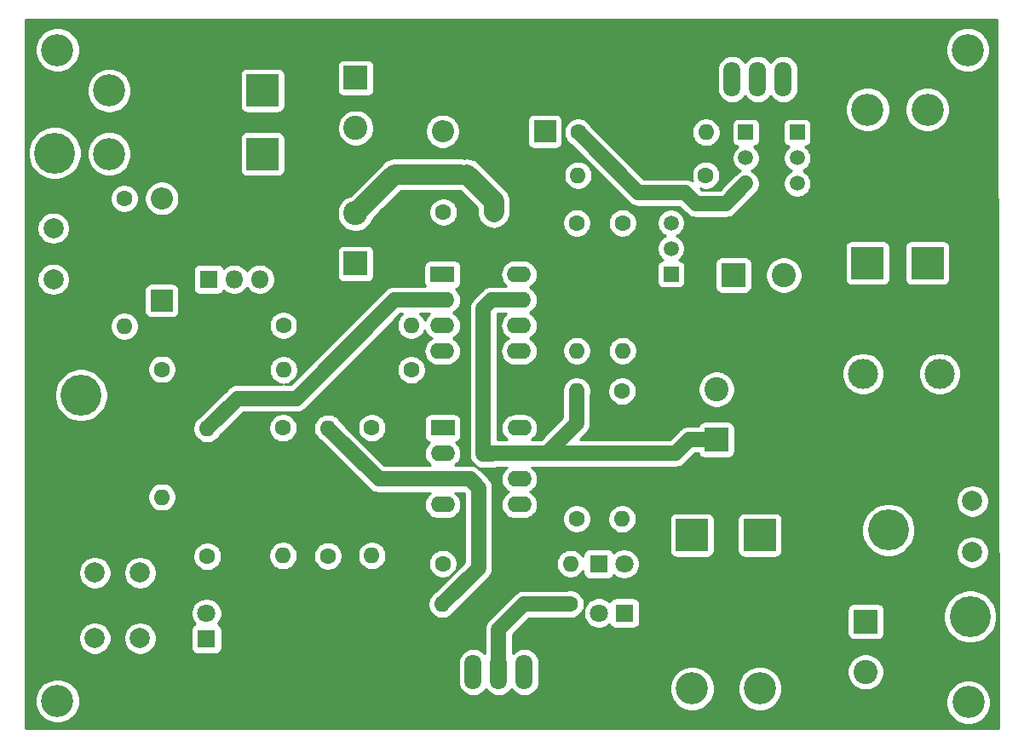
<source format=gbr>
%TF.GenerationSoftware,KiCad,Pcbnew,(5.1.5)-3*%
%TF.CreationDate,2020-05-28T14:06:15+09:00*%
%TF.ProjectId,12f683MPPT,31326636-3833-44d5-9050-542e6b696361,rev?*%
%TF.SameCoordinates,Original*%
%TF.FileFunction,Copper,L1,Top*%
%TF.FilePolarity,Positive*%
%FSLAX46Y46*%
G04 Gerber Fmt 4.6, Leading zero omitted, Abs format (unit mm)*
G04 Created by KiCad (PCBNEW (5.1.5)-3) date 2020-05-28 14:06:15*
%MOMM*%
%LPD*%
G04 APERTURE LIST*
%ADD10C,2.000000*%
%ADD11C,3.200000*%
%ADD12O,1.699260X3.500120*%
%ADD13R,3.200000X3.200000*%
%ADD14O,3.200000X3.200000*%
%ADD15R,2.400000X2.400000*%
%ADD16C,2.400000*%
%ADD17C,1.600000*%
%ADD18R,2.200000X2.200000*%
%ADD19O,2.200000X2.200000*%
%ADD20C,1.800000*%
%ADD21R,1.800000X1.800000*%
%ADD22C,3.000000*%
%ADD23R,1.520000X1.520000*%
%ADD24C,1.520000*%
%ADD25O,1.600000X1.600000*%
%ADD26O,1.800000X1.800000*%
%ADD27R,2.400000X1.600000*%
%ADD28O,2.400000X1.600000*%
%ADD29C,4.064000*%
%ADD30C,1.500000*%
%ADD31C,2.000000*%
%ADD32C,0.254000*%
G04 APERTURE END LIST*
D10*
X131150000Y-75560000D03*
X131150000Y-80640000D03*
X39800000Y-48430000D03*
X39800000Y-53510000D03*
D11*
X40200000Y-95420000D03*
X40200000Y-30710000D03*
X130680000Y-30710000D03*
X130760000Y-95550000D03*
D12*
X112350000Y-33600000D03*
X107270000Y-33600000D03*
X109810000Y-33600000D03*
X81520000Y-92560000D03*
X86600000Y-92560000D03*
X84060000Y-92560000D03*
D13*
X60590000Y-34730000D03*
D14*
X45350000Y-34730000D03*
X126670000Y-36640000D03*
D13*
X126670000Y-51880000D03*
X110020000Y-78930000D03*
D14*
X110020000Y-94170000D03*
D15*
X120540000Y-87530000D03*
D16*
X120540000Y-92530000D03*
X112400000Y-53090000D03*
D15*
X107400000Y-53090000D03*
D16*
X69830000Y-46940000D03*
D15*
X69830000Y-51940000D03*
D17*
X83570000Y-46840000D03*
X78570000Y-46840000D03*
D15*
X105700000Y-69440000D03*
D16*
X105700000Y-64440000D03*
X69850000Y-38470000D03*
D15*
X69850000Y-33470000D03*
D13*
X120720000Y-51880000D03*
D14*
X120720000Y-36640000D03*
X103270000Y-94170000D03*
D13*
X103270000Y-78930000D03*
D18*
X88650000Y-38800000D03*
D19*
X78490000Y-38800000D03*
D20*
X55030000Y-86700000D03*
D21*
X55030000Y-89240000D03*
D19*
X50580000Y-45470000D03*
D18*
X50580000Y-55630000D03*
D14*
X45350000Y-41050000D03*
D13*
X60590000Y-41050000D03*
D21*
X93990000Y-81800000D03*
D20*
X96530000Y-81800000D03*
X94020000Y-86670000D03*
D21*
X96560000Y-86670000D03*
D22*
X127890000Y-62900000D03*
X120270000Y-62900000D03*
D23*
X101190000Y-52990000D03*
D24*
X101190000Y-47910000D03*
X101190000Y-50450000D03*
D23*
X108630000Y-38900000D03*
D24*
X108630000Y-43980000D03*
X108630000Y-41440000D03*
X113730000Y-41440000D03*
X113730000Y-43980000D03*
D23*
X113730000Y-38900000D03*
D25*
X91200000Y-81760000D03*
D17*
X78500000Y-81760000D03*
X67080000Y-81000000D03*
D25*
X67080000Y-68300000D03*
X62640000Y-80980000D03*
D17*
X62640000Y-68280000D03*
D25*
X71460000Y-80970000D03*
D17*
X71460000Y-68270000D03*
D25*
X46850000Y-58160000D03*
D17*
X46850000Y-45460000D03*
X55110000Y-81050000D03*
D25*
X55110000Y-68350000D03*
X96360000Y-60600000D03*
D17*
X96360000Y-47900000D03*
X62660000Y-58080000D03*
D25*
X75360000Y-58080000D03*
D17*
X91960000Y-38900000D03*
D25*
X104660000Y-38900000D03*
D17*
X104650000Y-43150000D03*
D25*
X91950000Y-43150000D03*
D17*
X91820000Y-47900000D03*
D25*
X91820000Y-60600000D03*
X50600000Y-75150000D03*
D17*
X50600000Y-62450000D03*
D25*
X78470000Y-85800000D03*
D17*
X91170000Y-85800000D03*
X96340000Y-64630000D03*
D25*
X96340000Y-77330000D03*
D17*
X91810000Y-77320000D03*
D25*
X91810000Y-64620000D03*
X62670000Y-62510000D03*
D17*
X75370000Y-62510000D03*
D10*
X43930000Y-82680000D03*
X48430000Y-82680000D03*
X43930000Y-89180000D03*
X48430000Y-89180000D03*
D26*
X60320000Y-53500000D03*
X57780000Y-53500000D03*
D21*
X55240000Y-53500000D03*
D27*
X78460000Y-53020000D03*
D28*
X86080000Y-60640000D03*
X78460000Y-55560000D03*
X86080000Y-58100000D03*
X78460000Y-58100000D03*
X86080000Y-55560000D03*
X78460000Y-60640000D03*
X86080000Y-53020000D03*
X86120000Y-68280000D03*
X78500000Y-75900000D03*
X86120000Y-70820000D03*
X78500000Y-73360000D03*
X86120000Y-73360000D03*
X78500000Y-70820000D03*
X86120000Y-75900000D03*
D27*
X78500000Y-68280000D03*
D29*
X39940000Y-40950000D03*
X42550000Y-65030000D03*
X130910000Y-87030000D03*
X122790000Y-78440000D03*
D30*
X86550000Y-85800000D02*
X91170000Y-85800000D01*
X84060000Y-92560000D02*
X84060000Y-88290000D01*
X84060000Y-88290000D02*
X86550000Y-85800000D01*
X97960001Y-44900001D02*
X102590001Y-44900001D01*
X91960000Y-38900000D02*
X97960001Y-44900001D01*
X102590001Y-44900001D02*
X103700000Y-46010000D01*
X106600000Y-46010000D02*
X108630000Y-43980000D01*
X103700000Y-46010000D02*
X106600000Y-46010000D01*
D31*
X73700000Y-43070000D02*
X80310000Y-43070000D01*
X69830000Y-46940000D02*
X73700000Y-43070000D01*
D30*
X80931370Y-43070000D02*
X80310000Y-43070000D01*
D31*
X83570000Y-45708630D02*
X80931370Y-43070000D01*
X83570000Y-46840000D02*
X83570000Y-45708630D01*
D30*
X83380000Y-55560000D02*
X82530000Y-56410000D01*
X86080000Y-55560000D02*
X83380000Y-55560000D01*
X82530000Y-56410000D02*
X82530000Y-70910000D01*
X83330000Y-70910000D02*
X82530000Y-70910000D01*
X83420000Y-70820000D02*
X83330000Y-70910000D01*
X86120000Y-70820000D02*
X83420000Y-70820000D01*
X91810000Y-65751370D02*
X91810000Y-64620000D01*
X91810000Y-67830000D02*
X91810000Y-65751370D01*
X88820000Y-70820000D02*
X91810000Y-67830000D01*
X86120000Y-70820000D02*
X88820000Y-70820000D01*
X101620000Y-70820000D02*
X88820000Y-70820000D01*
X103000000Y-69440000D02*
X101620000Y-70820000D01*
X105700000Y-69440000D02*
X103000000Y-69440000D01*
X72140000Y-73360000D02*
X67080000Y-68300000D01*
X78500000Y-73360000D02*
X72140000Y-73360000D01*
X81200000Y-73360000D02*
X82060000Y-74220000D01*
X78500000Y-73360000D02*
X81200000Y-73360000D01*
X82060000Y-82210000D02*
X78470000Y-85800000D01*
X82060000Y-74220000D02*
X82060000Y-82210000D01*
X78460000Y-55560000D02*
X73740000Y-55560000D01*
X55110000Y-68350000D02*
X58130000Y-65330000D01*
X63970000Y-65330000D02*
X73740000Y-55560000D01*
X58130000Y-65330000D02*
X63970000Y-65330000D01*
D32*
G36*
X133762568Y-98103000D02*
G01*
X37057000Y-98103000D01*
X37057000Y-95199872D01*
X37965000Y-95199872D01*
X37965000Y-95640128D01*
X38050890Y-96071925D01*
X38219369Y-96478669D01*
X38463962Y-96844729D01*
X38775271Y-97156038D01*
X39141331Y-97400631D01*
X39548075Y-97569110D01*
X39979872Y-97655000D01*
X40420128Y-97655000D01*
X40851925Y-97569110D01*
X41258669Y-97400631D01*
X41624729Y-97156038D01*
X41936038Y-96844729D01*
X42180631Y-96478669D01*
X42349110Y-96071925D01*
X42435000Y-95640128D01*
X42435000Y-95199872D01*
X42349110Y-94768075D01*
X42180631Y-94361331D01*
X41936038Y-93995271D01*
X41624729Y-93683962D01*
X41258669Y-93439369D01*
X40851925Y-93270890D01*
X40420128Y-93185000D01*
X39979872Y-93185000D01*
X39548075Y-93270890D01*
X39141331Y-93439369D01*
X38775271Y-93683962D01*
X38463962Y-93995271D01*
X38219369Y-94361331D01*
X38050890Y-94768075D01*
X37965000Y-95199872D01*
X37057000Y-95199872D01*
X37057000Y-91586640D01*
X80035370Y-91586640D01*
X80035370Y-93533359D01*
X80056852Y-93751467D01*
X80141745Y-94031321D01*
X80279603Y-94289236D01*
X80465129Y-94515301D01*
X80691193Y-94700827D01*
X80949108Y-94838685D01*
X81228962Y-94923578D01*
X81520000Y-94952243D01*
X81811037Y-94923578D01*
X82090891Y-94838685D01*
X82348806Y-94700827D01*
X82574871Y-94515301D01*
X82760397Y-94289237D01*
X82790000Y-94233853D01*
X82819603Y-94289236D01*
X83005129Y-94515301D01*
X83231193Y-94700827D01*
X83489108Y-94838685D01*
X83768962Y-94923578D01*
X84060000Y-94952243D01*
X84351037Y-94923578D01*
X84630891Y-94838685D01*
X84888806Y-94700827D01*
X85114871Y-94515301D01*
X85300397Y-94289237D01*
X85330000Y-94233853D01*
X85359603Y-94289236D01*
X85545129Y-94515301D01*
X85771193Y-94700827D01*
X86029108Y-94838685D01*
X86308962Y-94923578D01*
X86600000Y-94952243D01*
X86891037Y-94923578D01*
X87170891Y-94838685D01*
X87428806Y-94700827D01*
X87654871Y-94515301D01*
X87840397Y-94289237D01*
X87978255Y-94031322D01*
X88002962Y-93949872D01*
X101035000Y-93949872D01*
X101035000Y-94390128D01*
X101120890Y-94821925D01*
X101289369Y-95228669D01*
X101533962Y-95594729D01*
X101845271Y-95906038D01*
X102211331Y-96150631D01*
X102618075Y-96319110D01*
X103049872Y-96405000D01*
X103490128Y-96405000D01*
X103921925Y-96319110D01*
X104328669Y-96150631D01*
X104694729Y-95906038D01*
X105006038Y-95594729D01*
X105250631Y-95228669D01*
X105419110Y-94821925D01*
X105505000Y-94390128D01*
X105505000Y-93949872D01*
X107785000Y-93949872D01*
X107785000Y-94390128D01*
X107870890Y-94821925D01*
X108039369Y-95228669D01*
X108283962Y-95594729D01*
X108595271Y-95906038D01*
X108961331Y-96150631D01*
X109368075Y-96319110D01*
X109799872Y-96405000D01*
X110240128Y-96405000D01*
X110671925Y-96319110D01*
X111078669Y-96150631D01*
X111444729Y-95906038D01*
X111756038Y-95594729D01*
X111933009Y-95329872D01*
X128525000Y-95329872D01*
X128525000Y-95770128D01*
X128610890Y-96201925D01*
X128779369Y-96608669D01*
X129023962Y-96974729D01*
X129335271Y-97286038D01*
X129701331Y-97530631D01*
X130108075Y-97699110D01*
X130539872Y-97785000D01*
X130980128Y-97785000D01*
X131411925Y-97699110D01*
X131818669Y-97530631D01*
X132184729Y-97286038D01*
X132496038Y-96974729D01*
X132740631Y-96608669D01*
X132909110Y-96201925D01*
X132995000Y-95770128D01*
X132995000Y-95329872D01*
X132909110Y-94898075D01*
X132740631Y-94491331D01*
X132496038Y-94125271D01*
X132184729Y-93813962D01*
X131818669Y-93569369D01*
X131411925Y-93400890D01*
X130980128Y-93315000D01*
X130539872Y-93315000D01*
X130108075Y-93400890D01*
X129701331Y-93569369D01*
X129335271Y-93813962D01*
X129023962Y-94125271D01*
X128779369Y-94491331D01*
X128610890Y-94898075D01*
X128525000Y-95329872D01*
X111933009Y-95329872D01*
X112000631Y-95228669D01*
X112169110Y-94821925D01*
X112255000Y-94390128D01*
X112255000Y-93949872D01*
X112169110Y-93518075D01*
X112000631Y-93111331D01*
X111756038Y-92745271D01*
X111444729Y-92433962D01*
X111317976Y-92349268D01*
X118705000Y-92349268D01*
X118705000Y-92710732D01*
X118775518Y-93065250D01*
X118913844Y-93399199D01*
X119114662Y-93699744D01*
X119370256Y-93955338D01*
X119670801Y-94156156D01*
X120004750Y-94294482D01*
X120359268Y-94365000D01*
X120720732Y-94365000D01*
X121075250Y-94294482D01*
X121409199Y-94156156D01*
X121709744Y-93955338D01*
X121965338Y-93699744D01*
X122166156Y-93399199D01*
X122304482Y-93065250D01*
X122375000Y-92710732D01*
X122375000Y-92349268D01*
X122304482Y-91994750D01*
X122166156Y-91660801D01*
X121965338Y-91360256D01*
X121709744Y-91104662D01*
X121409199Y-90903844D01*
X121075250Y-90765518D01*
X120720732Y-90695000D01*
X120359268Y-90695000D01*
X120004750Y-90765518D01*
X119670801Y-90903844D01*
X119370256Y-91104662D01*
X119114662Y-91360256D01*
X118913844Y-91660801D01*
X118775518Y-91994750D01*
X118705000Y-92349268D01*
X111317976Y-92349268D01*
X111078669Y-92189369D01*
X110671925Y-92020890D01*
X110240128Y-91935000D01*
X109799872Y-91935000D01*
X109368075Y-92020890D01*
X108961331Y-92189369D01*
X108595271Y-92433962D01*
X108283962Y-92745271D01*
X108039369Y-93111331D01*
X107870890Y-93518075D01*
X107785000Y-93949872D01*
X105505000Y-93949872D01*
X105419110Y-93518075D01*
X105250631Y-93111331D01*
X105006038Y-92745271D01*
X104694729Y-92433962D01*
X104328669Y-92189369D01*
X103921925Y-92020890D01*
X103490128Y-91935000D01*
X103049872Y-91935000D01*
X102618075Y-92020890D01*
X102211331Y-92189369D01*
X101845271Y-92433962D01*
X101533962Y-92745271D01*
X101289369Y-93111331D01*
X101120890Y-93518075D01*
X101035000Y-93949872D01*
X88002962Y-93949872D01*
X88063148Y-93751468D01*
X88084630Y-93533360D01*
X88084630Y-91586640D01*
X88063148Y-91368532D01*
X87978255Y-91088678D01*
X87840397Y-90830763D01*
X87654871Y-90604699D01*
X87428807Y-90419173D01*
X87170892Y-90281315D01*
X86891038Y-90196422D01*
X86600000Y-90167757D01*
X86308963Y-90196422D01*
X86029109Y-90281315D01*
X85771194Y-90419173D01*
X85545130Y-90604699D01*
X85445000Y-90726708D01*
X85445000Y-88863685D01*
X87123686Y-87185000D01*
X90777301Y-87185000D01*
X91028665Y-87235000D01*
X91311335Y-87235000D01*
X91588574Y-87179853D01*
X91849727Y-87071680D01*
X92084759Y-86914637D01*
X92284637Y-86714759D01*
X92441680Y-86479727D01*
X92539981Y-86242408D01*
X92485000Y-86518816D01*
X92485000Y-86821184D01*
X92543989Y-87117743D01*
X92659701Y-87397095D01*
X92827688Y-87648505D01*
X93041495Y-87862312D01*
X93292905Y-88030299D01*
X93572257Y-88146011D01*
X93868816Y-88205000D01*
X94171184Y-88205000D01*
X94467743Y-88146011D01*
X94747095Y-88030299D01*
X94998505Y-87862312D01*
X95064944Y-87795873D01*
X95070498Y-87814180D01*
X95129463Y-87924494D01*
X95208815Y-88021185D01*
X95305506Y-88100537D01*
X95415820Y-88159502D01*
X95535518Y-88195812D01*
X95660000Y-88208072D01*
X97460000Y-88208072D01*
X97584482Y-88195812D01*
X97704180Y-88159502D01*
X97814494Y-88100537D01*
X97911185Y-88021185D01*
X97990537Y-87924494D01*
X98049502Y-87814180D01*
X98085812Y-87694482D01*
X98098072Y-87570000D01*
X98098072Y-86330000D01*
X118701928Y-86330000D01*
X118701928Y-88730000D01*
X118714188Y-88854482D01*
X118750498Y-88974180D01*
X118809463Y-89084494D01*
X118888815Y-89181185D01*
X118985506Y-89260537D01*
X119095820Y-89319502D01*
X119215518Y-89355812D01*
X119340000Y-89368072D01*
X121740000Y-89368072D01*
X121864482Y-89355812D01*
X121984180Y-89319502D01*
X122094494Y-89260537D01*
X122191185Y-89181185D01*
X122270537Y-89084494D01*
X122329502Y-88974180D01*
X122365812Y-88854482D01*
X122378072Y-88730000D01*
X122378072Y-86767323D01*
X128243000Y-86767323D01*
X128243000Y-87292677D01*
X128345492Y-87807935D01*
X128546536Y-88293298D01*
X128838406Y-88730113D01*
X129209887Y-89101594D01*
X129646702Y-89393464D01*
X130132065Y-89594508D01*
X130647323Y-89697000D01*
X131172677Y-89697000D01*
X131687935Y-89594508D01*
X132173298Y-89393464D01*
X132610113Y-89101594D01*
X132981594Y-88730113D01*
X133273464Y-88293298D01*
X133474508Y-87807935D01*
X133577000Y-87292677D01*
X133577000Y-86767323D01*
X133474508Y-86252065D01*
X133273464Y-85766702D01*
X132981594Y-85329887D01*
X132610113Y-84958406D01*
X132173298Y-84666536D01*
X131687935Y-84465492D01*
X131172677Y-84363000D01*
X130647323Y-84363000D01*
X130132065Y-84465492D01*
X129646702Y-84666536D01*
X129209887Y-84958406D01*
X128838406Y-85329887D01*
X128546536Y-85766702D01*
X128345492Y-86252065D01*
X128243000Y-86767323D01*
X122378072Y-86767323D01*
X122378072Y-86330000D01*
X122365812Y-86205518D01*
X122329502Y-86085820D01*
X122270537Y-85975506D01*
X122191185Y-85878815D01*
X122094494Y-85799463D01*
X121984180Y-85740498D01*
X121864482Y-85704188D01*
X121740000Y-85691928D01*
X119340000Y-85691928D01*
X119215518Y-85704188D01*
X119095820Y-85740498D01*
X118985506Y-85799463D01*
X118888815Y-85878815D01*
X118809463Y-85975506D01*
X118750498Y-86085820D01*
X118714188Y-86205518D01*
X118701928Y-86330000D01*
X98098072Y-86330000D01*
X98098072Y-85770000D01*
X98085812Y-85645518D01*
X98049502Y-85525820D01*
X97990537Y-85415506D01*
X97911185Y-85318815D01*
X97814494Y-85239463D01*
X97704180Y-85180498D01*
X97584482Y-85144188D01*
X97460000Y-85131928D01*
X95660000Y-85131928D01*
X95535518Y-85144188D01*
X95415820Y-85180498D01*
X95305506Y-85239463D01*
X95208815Y-85318815D01*
X95129463Y-85415506D01*
X95070498Y-85525820D01*
X95064944Y-85544127D01*
X94998505Y-85477688D01*
X94747095Y-85309701D01*
X94467743Y-85193989D01*
X94171184Y-85135000D01*
X93868816Y-85135000D01*
X93572257Y-85193989D01*
X93292905Y-85309701D01*
X93041495Y-85477688D01*
X92827688Y-85691495D01*
X92659701Y-85942905D01*
X92553861Y-86198423D01*
X92605000Y-85941335D01*
X92605000Y-85658665D01*
X92549853Y-85381426D01*
X92441680Y-85120273D01*
X92284637Y-84885241D01*
X92084759Y-84685363D01*
X91849727Y-84528320D01*
X91588574Y-84420147D01*
X91311335Y-84365000D01*
X91028665Y-84365000D01*
X90777301Y-84415000D01*
X86618029Y-84415000D01*
X86550000Y-84408300D01*
X86481971Y-84415000D01*
X86481963Y-84415000D01*
X86278493Y-84435040D01*
X86017419Y-84514236D01*
X85776812Y-84642843D01*
X85618766Y-84772548D01*
X85618764Y-84772550D01*
X85565919Y-84815919D01*
X85522550Y-84868764D01*
X83128764Y-87262551D01*
X83075920Y-87305919D01*
X83032551Y-87358764D01*
X83032548Y-87358767D01*
X82902844Y-87516812D01*
X82774236Y-87757420D01*
X82695040Y-88018493D01*
X82668300Y-88290000D01*
X82675001Y-88358039D01*
X82675000Y-90726707D01*
X82574871Y-90604699D01*
X82348807Y-90419173D01*
X82090892Y-90281315D01*
X81811038Y-90196422D01*
X81520000Y-90167757D01*
X81228963Y-90196422D01*
X80949109Y-90281315D01*
X80691194Y-90419173D01*
X80465130Y-90604699D01*
X80279604Y-90830763D01*
X80141746Y-91088678D01*
X80056853Y-91368532D01*
X80035370Y-91586640D01*
X37057000Y-91586640D01*
X37057000Y-89018967D01*
X42295000Y-89018967D01*
X42295000Y-89341033D01*
X42357832Y-89656912D01*
X42481082Y-89954463D01*
X42660013Y-90222252D01*
X42887748Y-90449987D01*
X43155537Y-90628918D01*
X43453088Y-90752168D01*
X43768967Y-90815000D01*
X44091033Y-90815000D01*
X44406912Y-90752168D01*
X44704463Y-90628918D01*
X44972252Y-90449987D01*
X45199987Y-90222252D01*
X45378918Y-89954463D01*
X45502168Y-89656912D01*
X45565000Y-89341033D01*
X45565000Y-89018967D01*
X46795000Y-89018967D01*
X46795000Y-89341033D01*
X46857832Y-89656912D01*
X46981082Y-89954463D01*
X47160013Y-90222252D01*
X47387748Y-90449987D01*
X47655537Y-90628918D01*
X47953088Y-90752168D01*
X48268967Y-90815000D01*
X48591033Y-90815000D01*
X48906912Y-90752168D01*
X49204463Y-90628918D01*
X49472252Y-90449987D01*
X49699987Y-90222252D01*
X49878918Y-89954463D01*
X50002168Y-89656912D01*
X50065000Y-89341033D01*
X50065000Y-89018967D01*
X50002168Y-88703088D01*
X49878918Y-88405537D01*
X49835128Y-88340000D01*
X53491928Y-88340000D01*
X53491928Y-90140000D01*
X53504188Y-90264482D01*
X53540498Y-90384180D01*
X53599463Y-90494494D01*
X53678815Y-90591185D01*
X53775506Y-90670537D01*
X53885820Y-90729502D01*
X54005518Y-90765812D01*
X54130000Y-90778072D01*
X55930000Y-90778072D01*
X56054482Y-90765812D01*
X56174180Y-90729502D01*
X56284494Y-90670537D01*
X56381185Y-90591185D01*
X56460537Y-90494494D01*
X56519502Y-90384180D01*
X56555812Y-90264482D01*
X56568072Y-90140000D01*
X56568072Y-88340000D01*
X56555812Y-88215518D01*
X56519502Y-88095820D01*
X56460537Y-87985506D01*
X56381185Y-87888815D01*
X56284494Y-87809463D01*
X56174180Y-87750498D01*
X56155873Y-87744944D01*
X56222312Y-87678505D01*
X56390299Y-87427095D01*
X56506011Y-87147743D01*
X56565000Y-86851184D01*
X56565000Y-86548816D01*
X56506011Y-86252257D01*
X56390299Y-85972905D01*
X56222312Y-85721495D01*
X56008505Y-85507688D01*
X55757095Y-85339701D01*
X55477743Y-85223989D01*
X55181184Y-85165000D01*
X54878816Y-85165000D01*
X54582257Y-85223989D01*
X54302905Y-85339701D01*
X54051495Y-85507688D01*
X53837688Y-85721495D01*
X53669701Y-85972905D01*
X53553989Y-86252257D01*
X53495000Y-86548816D01*
X53495000Y-86851184D01*
X53553989Y-87147743D01*
X53669701Y-87427095D01*
X53837688Y-87678505D01*
X53904127Y-87744944D01*
X53885820Y-87750498D01*
X53775506Y-87809463D01*
X53678815Y-87888815D01*
X53599463Y-87985506D01*
X53540498Y-88095820D01*
X53504188Y-88215518D01*
X53491928Y-88340000D01*
X49835128Y-88340000D01*
X49699987Y-88137748D01*
X49472252Y-87910013D01*
X49204463Y-87731082D01*
X48906912Y-87607832D01*
X48591033Y-87545000D01*
X48268967Y-87545000D01*
X47953088Y-87607832D01*
X47655537Y-87731082D01*
X47387748Y-87910013D01*
X47160013Y-88137748D01*
X46981082Y-88405537D01*
X46857832Y-88703088D01*
X46795000Y-89018967D01*
X45565000Y-89018967D01*
X45502168Y-88703088D01*
X45378918Y-88405537D01*
X45199987Y-88137748D01*
X44972252Y-87910013D01*
X44704463Y-87731082D01*
X44406912Y-87607832D01*
X44091033Y-87545000D01*
X43768967Y-87545000D01*
X43453088Y-87607832D01*
X43155537Y-87731082D01*
X42887748Y-87910013D01*
X42660013Y-88137748D01*
X42481082Y-88405537D01*
X42357832Y-88703088D01*
X42295000Y-89018967D01*
X37057000Y-89018967D01*
X37057000Y-82518967D01*
X42295000Y-82518967D01*
X42295000Y-82841033D01*
X42357832Y-83156912D01*
X42481082Y-83454463D01*
X42660013Y-83722252D01*
X42887748Y-83949987D01*
X43155537Y-84128918D01*
X43453088Y-84252168D01*
X43768967Y-84315000D01*
X44091033Y-84315000D01*
X44406912Y-84252168D01*
X44704463Y-84128918D01*
X44972252Y-83949987D01*
X45199987Y-83722252D01*
X45378918Y-83454463D01*
X45502168Y-83156912D01*
X45565000Y-82841033D01*
X45565000Y-82518967D01*
X46795000Y-82518967D01*
X46795000Y-82841033D01*
X46857832Y-83156912D01*
X46981082Y-83454463D01*
X47160013Y-83722252D01*
X47387748Y-83949987D01*
X47655537Y-84128918D01*
X47953088Y-84252168D01*
X48268967Y-84315000D01*
X48591033Y-84315000D01*
X48906912Y-84252168D01*
X49204463Y-84128918D01*
X49472252Y-83949987D01*
X49699987Y-83722252D01*
X49878918Y-83454463D01*
X50002168Y-83156912D01*
X50065000Y-82841033D01*
X50065000Y-82518967D01*
X50002168Y-82203088D01*
X49878918Y-81905537D01*
X49699987Y-81637748D01*
X49472252Y-81410013D01*
X49204463Y-81231082D01*
X48906912Y-81107832D01*
X48591033Y-81045000D01*
X48268967Y-81045000D01*
X47953088Y-81107832D01*
X47655537Y-81231082D01*
X47387748Y-81410013D01*
X47160013Y-81637748D01*
X46981082Y-81905537D01*
X46857832Y-82203088D01*
X46795000Y-82518967D01*
X45565000Y-82518967D01*
X45502168Y-82203088D01*
X45378918Y-81905537D01*
X45199987Y-81637748D01*
X44972252Y-81410013D01*
X44704463Y-81231082D01*
X44406912Y-81107832D01*
X44091033Y-81045000D01*
X43768967Y-81045000D01*
X43453088Y-81107832D01*
X43155537Y-81231082D01*
X42887748Y-81410013D01*
X42660013Y-81637748D01*
X42481082Y-81905537D01*
X42357832Y-82203088D01*
X42295000Y-82518967D01*
X37057000Y-82518967D01*
X37057000Y-80908665D01*
X53675000Y-80908665D01*
X53675000Y-81191335D01*
X53730147Y-81468574D01*
X53838320Y-81729727D01*
X53995363Y-81964759D01*
X54195241Y-82164637D01*
X54430273Y-82321680D01*
X54691426Y-82429853D01*
X54968665Y-82485000D01*
X55251335Y-82485000D01*
X55528574Y-82429853D01*
X55789727Y-82321680D01*
X56024759Y-82164637D01*
X56224637Y-81964759D01*
X56381680Y-81729727D01*
X56489853Y-81468574D01*
X56545000Y-81191335D01*
X56545000Y-80908665D01*
X56531076Y-80838665D01*
X61205000Y-80838665D01*
X61205000Y-81121335D01*
X61260147Y-81398574D01*
X61368320Y-81659727D01*
X61525363Y-81894759D01*
X61725241Y-82094637D01*
X61960273Y-82251680D01*
X62221426Y-82359853D01*
X62498665Y-82415000D01*
X62781335Y-82415000D01*
X63058574Y-82359853D01*
X63319727Y-82251680D01*
X63554759Y-82094637D01*
X63754637Y-81894759D01*
X63911680Y-81659727D01*
X64019853Y-81398574D01*
X64075000Y-81121335D01*
X64075000Y-80858665D01*
X65645000Y-80858665D01*
X65645000Y-81141335D01*
X65700147Y-81418574D01*
X65808320Y-81679727D01*
X65965363Y-81914759D01*
X66165241Y-82114637D01*
X66400273Y-82271680D01*
X66661426Y-82379853D01*
X66938665Y-82435000D01*
X67221335Y-82435000D01*
X67498574Y-82379853D01*
X67759727Y-82271680D01*
X67994759Y-82114637D01*
X68194637Y-81914759D01*
X68351680Y-81679727D01*
X68459853Y-81418574D01*
X68515000Y-81141335D01*
X68515000Y-80858665D01*
X68509033Y-80828665D01*
X70025000Y-80828665D01*
X70025000Y-81111335D01*
X70080147Y-81388574D01*
X70188320Y-81649727D01*
X70345363Y-81884759D01*
X70545241Y-82084637D01*
X70780273Y-82241680D01*
X71041426Y-82349853D01*
X71318665Y-82405000D01*
X71601335Y-82405000D01*
X71878574Y-82349853D01*
X72139727Y-82241680D01*
X72374759Y-82084637D01*
X72574637Y-81884759D01*
X72731680Y-81649727D01*
X72744546Y-81618665D01*
X77065000Y-81618665D01*
X77065000Y-81901335D01*
X77120147Y-82178574D01*
X77228320Y-82439727D01*
X77385363Y-82674759D01*
X77585241Y-82874637D01*
X77820273Y-83031680D01*
X78081426Y-83139853D01*
X78358665Y-83195000D01*
X78641335Y-83195000D01*
X78918574Y-83139853D01*
X79179727Y-83031680D01*
X79414759Y-82874637D01*
X79614637Y-82674759D01*
X79771680Y-82439727D01*
X79879853Y-82178574D01*
X79935000Y-81901335D01*
X79935000Y-81618665D01*
X79879853Y-81341426D01*
X79771680Y-81080273D01*
X79614637Y-80845241D01*
X79414759Y-80645363D01*
X79179727Y-80488320D01*
X78918574Y-80380147D01*
X78641335Y-80325000D01*
X78358665Y-80325000D01*
X78081426Y-80380147D01*
X77820273Y-80488320D01*
X77585241Y-80645363D01*
X77385363Y-80845241D01*
X77228320Y-81080273D01*
X77120147Y-81341426D01*
X77065000Y-81618665D01*
X72744546Y-81618665D01*
X72839853Y-81388574D01*
X72895000Y-81111335D01*
X72895000Y-80828665D01*
X72839853Y-80551426D01*
X72731680Y-80290273D01*
X72574637Y-80055241D01*
X72374759Y-79855363D01*
X72139727Y-79698320D01*
X71878574Y-79590147D01*
X71601335Y-79535000D01*
X71318665Y-79535000D01*
X71041426Y-79590147D01*
X70780273Y-79698320D01*
X70545241Y-79855363D01*
X70345363Y-80055241D01*
X70188320Y-80290273D01*
X70080147Y-80551426D01*
X70025000Y-80828665D01*
X68509033Y-80828665D01*
X68459853Y-80581426D01*
X68351680Y-80320273D01*
X68194637Y-80085241D01*
X67994759Y-79885363D01*
X67759727Y-79728320D01*
X67498574Y-79620147D01*
X67221335Y-79565000D01*
X66938665Y-79565000D01*
X66661426Y-79620147D01*
X66400273Y-79728320D01*
X66165241Y-79885363D01*
X65965363Y-80085241D01*
X65808320Y-80320273D01*
X65700147Y-80581426D01*
X65645000Y-80858665D01*
X64075000Y-80858665D01*
X64075000Y-80838665D01*
X64019853Y-80561426D01*
X63911680Y-80300273D01*
X63754637Y-80065241D01*
X63554759Y-79865363D01*
X63319727Y-79708320D01*
X63058574Y-79600147D01*
X62781335Y-79545000D01*
X62498665Y-79545000D01*
X62221426Y-79600147D01*
X61960273Y-79708320D01*
X61725241Y-79865363D01*
X61525363Y-80065241D01*
X61368320Y-80300273D01*
X61260147Y-80561426D01*
X61205000Y-80838665D01*
X56531076Y-80838665D01*
X56489853Y-80631426D01*
X56381680Y-80370273D01*
X56224637Y-80135241D01*
X56024759Y-79935363D01*
X55789727Y-79778320D01*
X55528574Y-79670147D01*
X55251335Y-79615000D01*
X54968665Y-79615000D01*
X54691426Y-79670147D01*
X54430273Y-79778320D01*
X54195241Y-79935363D01*
X53995363Y-80135241D01*
X53838320Y-80370273D01*
X53730147Y-80631426D01*
X53675000Y-80908665D01*
X37057000Y-80908665D01*
X37057000Y-75008665D01*
X49165000Y-75008665D01*
X49165000Y-75291335D01*
X49220147Y-75568574D01*
X49328320Y-75829727D01*
X49485363Y-76064759D01*
X49685241Y-76264637D01*
X49920273Y-76421680D01*
X50181426Y-76529853D01*
X50458665Y-76585000D01*
X50741335Y-76585000D01*
X51018574Y-76529853D01*
X51279727Y-76421680D01*
X51514759Y-76264637D01*
X51714637Y-76064759D01*
X51871680Y-75829727D01*
X51979853Y-75568574D01*
X52035000Y-75291335D01*
X52035000Y-75008665D01*
X51979853Y-74731426D01*
X51871680Y-74470273D01*
X51714637Y-74235241D01*
X51514759Y-74035363D01*
X51279727Y-73878320D01*
X51018574Y-73770147D01*
X50741335Y-73715000D01*
X50458665Y-73715000D01*
X50181426Y-73770147D01*
X49920273Y-73878320D01*
X49685241Y-74035363D01*
X49485363Y-74235241D01*
X49328320Y-74470273D01*
X49220147Y-74731426D01*
X49165000Y-75008665D01*
X37057000Y-75008665D01*
X37057000Y-68208665D01*
X53675000Y-68208665D01*
X53675000Y-68491335D01*
X53730147Y-68768574D01*
X53838320Y-69029727D01*
X53995363Y-69264759D01*
X54195241Y-69464637D01*
X54430273Y-69621680D01*
X54691426Y-69729853D01*
X54968665Y-69785000D01*
X55251335Y-69785000D01*
X55528574Y-69729853D01*
X55789727Y-69621680D01*
X56024759Y-69464637D01*
X56224637Y-69264759D01*
X56367024Y-69051661D01*
X57280020Y-68138665D01*
X61205000Y-68138665D01*
X61205000Y-68421335D01*
X61260147Y-68698574D01*
X61368320Y-68959727D01*
X61525363Y-69194759D01*
X61725241Y-69394637D01*
X61960273Y-69551680D01*
X62221426Y-69659853D01*
X62498665Y-69715000D01*
X62781335Y-69715000D01*
X63058574Y-69659853D01*
X63319727Y-69551680D01*
X63554759Y-69394637D01*
X63754637Y-69194759D01*
X63911680Y-68959727D01*
X64019853Y-68698574D01*
X64075000Y-68421335D01*
X64075000Y-68158665D01*
X65645000Y-68158665D01*
X65645000Y-68441335D01*
X65700147Y-68718574D01*
X65808320Y-68979727D01*
X65965363Y-69214759D01*
X66165241Y-69414637D01*
X66378339Y-69557024D01*
X71112550Y-74291236D01*
X71155919Y-74344081D01*
X71208764Y-74387450D01*
X71208766Y-74387452D01*
X71303259Y-74465000D01*
X71366812Y-74517157D01*
X71607419Y-74645764D01*
X71868493Y-74724960D01*
X72071963Y-74745000D01*
X72071971Y-74745000D01*
X72140000Y-74751700D01*
X72208029Y-74745000D01*
X77245368Y-74745000D01*
X77080392Y-74880392D01*
X76901068Y-75098899D01*
X76767818Y-75348192D01*
X76685764Y-75618691D01*
X76658057Y-75900000D01*
X76685764Y-76181309D01*
X76767818Y-76451808D01*
X76901068Y-76701101D01*
X77080392Y-76919608D01*
X77298899Y-77098932D01*
X77548192Y-77232182D01*
X77818691Y-77314236D01*
X78029508Y-77335000D01*
X78970492Y-77335000D01*
X79181309Y-77314236D01*
X79451808Y-77232182D01*
X79701101Y-77098932D01*
X79919608Y-76919608D01*
X80098932Y-76701101D01*
X80232182Y-76451808D01*
X80314236Y-76181309D01*
X80341943Y-75900000D01*
X80314236Y-75618691D01*
X80232182Y-75348192D01*
X80098932Y-75098899D01*
X79919608Y-74880392D01*
X79754632Y-74745000D01*
X80626315Y-74745000D01*
X80675000Y-74793685D01*
X80675001Y-81636313D01*
X77768339Y-84542976D01*
X77555241Y-84685363D01*
X77355363Y-84885241D01*
X77198320Y-85120273D01*
X77090147Y-85381426D01*
X77035000Y-85658665D01*
X77035000Y-85941335D01*
X77090147Y-86218574D01*
X77198320Y-86479727D01*
X77355363Y-86714759D01*
X77555241Y-86914637D01*
X77790273Y-87071680D01*
X78051426Y-87179853D01*
X78328665Y-87235000D01*
X78611335Y-87235000D01*
X78888574Y-87179853D01*
X79149727Y-87071680D01*
X79384759Y-86914637D01*
X79584637Y-86714759D01*
X79727024Y-86501661D01*
X82991236Y-83237450D01*
X83044081Y-83194081D01*
X83158638Y-83054494D01*
X83217157Y-82983188D01*
X83345764Y-82742581D01*
X83424960Y-82481507D01*
X83429075Y-82439727D01*
X83445000Y-82278037D01*
X83445000Y-82278029D01*
X83451700Y-82210000D01*
X83445000Y-82141971D01*
X83445000Y-81618665D01*
X89765000Y-81618665D01*
X89765000Y-81901335D01*
X89820147Y-82178574D01*
X89928320Y-82439727D01*
X90085363Y-82674759D01*
X90285241Y-82874637D01*
X90520273Y-83031680D01*
X90781426Y-83139853D01*
X91058665Y-83195000D01*
X91341335Y-83195000D01*
X91618574Y-83139853D01*
X91879727Y-83031680D01*
X92114759Y-82874637D01*
X92314637Y-82674759D01*
X92451928Y-82469288D01*
X92451928Y-82700000D01*
X92464188Y-82824482D01*
X92500498Y-82944180D01*
X92559463Y-83054494D01*
X92638815Y-83151185D01*
X92735506Y-83230537D01*
X92845820Y-83289502D01*
X92965518Y-83325812D01*
X93090000Y-83338072D01*
X94890000Y-83338072D01*
X95014482Y-83325812D01*
X95134180Y-83289502D01*
X95244494Y-83230537D01*
X95341185Y-83151185D01*
X95420537Y-83054494D01*
X95479502Y-82944180D01*
X95485056Y-82925873D01*
X95551495Y-82992312D01*
X95802905Y-83160299D01*
X96082257Y-83276011D01*
X96378816Y-83335000D01*
X96681184Y-83335000D01*
X96977743Y-83276011D01*
X97257095Y-83160299D01*
X97508505Y-82992312D01*
X97722312Y-82778505D01*
X97890299Y-82527095D01*
X98006011Y-82247743D01*
X98065000Y-81951184D01*
X98065000Y-81648816D01*
X98006011Y-81352257D01*
X97890299Y-81072905D01*
X97722312Y-80821495D01*
X97508505Y-80607688D01*
X97257095Y-80439701D01*
X96977743Y-80323989D01*
X96681184Y-80265000D01*
X96378816Y-80265000D01*
X96082257Y-80323989D01*
X95802905Y-80439701D01*
X95551495Y-80607688D01*
X95485056Y-80674127D01*
X95479502Y-80655820D01*
X95420537Y-80545506D01*
X95341185Y-80448815D01*
X95244494Y-80369463D01*
X95134180Y-80310498D01*
X95014482Y-80274188D01*
X94890000Y-80261928D01*
X93090000Y-80261928D01*
X92965518Y-80274188D01*
X92845820Y-80310498D01*
X92735506Y-80369463D01*
X92638815Y-80448815D01*
X92559463Y-80545506D01*
X92500498Y-80655820D01*
X92464188Y-80775518D01*
X92451928Y-80900000D01*
X92451928Y-81050712D01*
X92314637Y-80845241D01*
X92114759Y-80645363D01*
X91879727Y-80488320D01*
X91618574Y-80380147D01*
X91341335Y-80325000D01*
X91058665Y-80325000D01*
X90781426Y-80380147D01*
X90520273Y-80488320D01*
X90285241Y-80645363D01*
X90085363Y-80845241D01*
X89928320Y-81080273D01*
X89820147Y-81341426D01*
X89765000Y-81618665D01*
X83445000Y-81618665D01*
X83445000Y-74288029D01*
X83451700Y-74220000D01*
X83445000Y-74151971D01*
X83445000Y-74151963D01*
X83424960Y-73948493D01*
X83345764Y-73687419D01*
X83217157Y-73446812D01*
X83044080Y-73235919D01*
X82991235Y-73192550D01*
X82227454Y-72428769D01*
X82184081Y-72375919D01*
X81973188Y-72202843D01*
X81732581Y-72074236D01*
X81471507Y-71995040D01*
X81268037Y-71975000D01*
X81268029Y-71975000D01*
X81200000Y-71968300D01*
X81131971Y-71975000D01*
X79754632Y-71975000D01*
X79919608Y-71839608D01*
X80098932Y-71621101D01*
X80232182Y-71371808D01*
X80314236Y-71101309D01*
X80333078Y-70910000D01*
X81138299Y-70910000D01*
X81165040Y-71181507D01*
X81244236Y-71442581D01*
X81372843Y-71683188D01*
X81545919Y-71894081D01*
X81756812Y-72067157D01*
X81997419Y-72195764D01*
X82258493Y-72274960D01*
X82461963Y-72295000D01*
X82461964Y-72295000D01*
X82530000Y-72301701D01*
X82598037Y-72295000D01*
X83261971Y-72295000D01*
X83330000Y-72301700D01*
X83398029Y-72295000D01*
X83398037Y-72295000D01*
X83601507Y-72274960D01*
X83832134Y-72205000D01*
X84865368Y-72205000D01*
X84700392Y-72340392D01*
X84521068Y-72558899D01*
X84387818Y-72808192D01*
X84305764Y-73078691D01*
X84278057Y-73360000D01*
X84305764Y-73641309D01*
X84387818Y-73911808D01*
X84521068Y-74161101D01*
X84700392Y-74379608D01*
X84918899Y-74558932D01*
X85051858Y-74630000D01*
X84918899Y-74701068D01*
X84700392Y-74880392D01*
X84521068Y-75098899D01*
X84387818Y-75348192D01*
X84305764Y-75618691D01*
X84278057Y-75900000D01*
X84305764Y-76181309D01*
X84387818Y-76451808D01*
X84521068Y-76701101D01*
X84700392Y-76919608D01*
X84918899Y-77098932D01*
X85168192Y-77232182D01*
X85438691Y-77314236D01*
X85649508Y-77335000D01*
X86590492Y-77335000D01*
X86801309Y-77314236D01*
X87071808Y-77232182D01*
X87171931Y-77178665D01*
X90375000Y-77178665D01*
X90375000Y-77461335D01*
X90430147Y-77738574D01*
X90538320Y-77999727D01*
X90695363Y-78234759D01*
X90895241Y-78434637D01*
X91130273Y-78591680D01*
X91391426Y-78699853D01*
X91668665Y-78755000D01*
X91951335Y-78755000D01*
X92228574Y-78699853D01*
X92489727Y-78591680D01*
X92724759Y-78434637D01*
X92924637Y-78234759D01*
X93081680Y-77999727D01*
X93189853Y-77738574D01*
X93245000Y-77461335D01*
X93245000Y-77188665D01*
X94905000Y-77188665D01*
X94905000Y-77471335D01*
X94960147Y-77748574D01*
X95068320Y-78009727D01*
X95225363Y-78244759D01*
X95425241Y-78444637D01*
X95660273Y-78601680D01*
X95921426Y-78709853D01*
X96198665Y-78765000D01*
X96481335Y-78765000D01*
X96758574Y-78709853D01*
X97019727Y-78601680D01*
X97254759Y-78444637D01*
X97454637Y-78244759D01*
X97611680Y-78009727D01*
X97719853Y-77748574D01*
X97775000Y-77471335D01*
X97775000Y-77330000D01*
X101031928Y-77330000D01*
X101031928Y-80530000D01*
X101044188Y-80654482D01*
X101080498Y-80774180D01*
X101139463Y-80884494D01*
X101218815Y-80981185D01*
X101315506Y-81060537D01*
X101425820Y-81119502D01*
X101545518Y-81155812D01*
X101670000Y-81168072D01*
X104870000Y-81168072D01*
X104994482Y-81155812D01*
X105114180Y-81119502D01*
X105224494Y-81060537D01*
X105321185Y-80981185D01*
X105400537Y-80884494D01*
X105459502Y-80774180D01*
X105495812Y-80654482D01*
X105508072Y-80530000D01*
X105508072Y-77330000D01*
X107781928Y-77330000D01*
X107781928Y-80530000D01*
X107794188Y-80654482D01*
X107830498Y-80774180D01*
X107889463Y-80884494D01*
X107968815Y-80981185D01*
X108065506Y-81060537D01*
X108175820Y-81119502D01*
X108295518Y-81155812D01*
X108420000Y-81168072D01*
X111620000Y-81168072D01*
X111744482Y-81155812D01*
X111864180Y-81119502D01*
X111974494Y-81060537D01*
X112071185Y-80981185D01*
X112150537Y-80884494D01*
X112209502Y-80774180D01*
X112245812Y-80654482D01*
X112258072Y-80530000D01*
X112258072Y-78177323D01*
X120123000Y-78177323D01*
X120123000Y-78702677D01*
X120225492Y-79217935D01*
X120426536Y-79703298D01*
X120718406Y-80140113D01*
X121089887Y-80511594D01*
X121526702Y-80803464D01*
X122012065Y-81004508D01*
X122527323Y-81107000D01*
X123052677Y-81107000D01*
X123567935Y-81004508D01*
X124053298Y-80803464D01*
X124490113Y-80511594D01*
X124522740Y-80478967D01*
X129515000Y-80478967D01*
X129515000Y-80801033D01*
X129577832Y-81116912D01*
X129701082Y-81414463D01*
X129880013Y-81682252D01*
X130107748Y-81909987D01*
X130375537Y-82088918D01*
X130673088Y-82212168D01*
X130988967Y-82275000D01*
X131311033Y-82275000D01*
X131626912Y-82212168D01*
X131924463Y-82088918D01*
X132192252Y-81909987D01*
X132419987Y-81682252D01*
X132598918Y-81414463D01*
X132722168Y-81116912D01*
X132785000Y-80801033D01*
X132785000Y-80478967D01*
X132722168Y-80163088D01*
X132598918Y-79865537D01*
X132419987Y-79597748D01*
X132192252Y-79370013D01*
X131924463Y-79191082D01*
X131626912Y-79067832D01*
X131311033Y-79005000D01*
X130988967Y-79005000D01*
X130673088Y-79067832D01*
X130375537Y-79191082D01*
X130107748Y-79370013D01*
X129880013Y-79597748D01*
X129701082Y-79865537D01*
X129577832Y-80163088D01*
X129515000Y-80478967D01*
X124522740Y-80478967D01*
X124861594Y-80140113D01*
X125153464Y-79703298D01*
X125354508Y-79217935D01*
X125457000Y-78702677D01*
X125457000Y-78177323D01*
X125354508Y-77662065D01*
X125153464Y-77176702D01*
X124861594Y-76739887D01*
X124490113Y-76368406D01*
X124053298Y-76076536D01*
X123567935Y-75875492D01*
X123052677Y-75773000D01*
X122527323Y-75773000D01*
X122012065Y-75875492D01*
X121526702Y-76076536D01*
X121089887Y-76368406D01*
X120718406Y-76739887D01*
X120426536Y-77176702D01*
X120225492Y-77662065D01*
X120123000Y-78177323D01*
X112258072Y-78177323D01*
X112258072Y-77330000D01*
X112245812Y-77205518D01*
X112209502Y-77085820D01*
X112150537Y-76975506D01*
X112071185Y-76878815D01*
X111974494Y-76799463D01*
X111864180Y-76740498D01*
X111744482Y-76704188D01*
X111620000Y-76691928D01*
X108420000Y-76691928D01*
X108295518Y-76704188D01*
X108175820Y-76740498D01*
X108065506Y-76799463D01*
X107968815Y-76878815D01*
X107889463Y-76975506D01*
X107830498Y-77085820D01*
X107794188Y-77205518D01*
X107781928Y-77330000D01*
X105508072Y-77330000D01*
X105495812Y-77205518D01*
X105459502Y-77085820D01*
X105400537Y-76975506D01*
X105321185Y-76878815D01*
X105224494Y-76799463D01*
X105114180Y-76740498D01*
X104994482Y-76704188D01*
X104870000Y-76691928D01*
X101670000Y-76691928D01*
X101545518Y-76704188D01*
X101425820Y-76740498D01*
X101315506Y-76799463D01*
X101218815Y-76878815D01*
X101139463Y-76975506D01*
X101080498Y-77085820D01*
X101044188Y-77205518D01*
X101031928Y-77330000D01*
X97775000Y-77330000D01*
X97775000Y-77188665D01*
X97719853Y-76911426D01*
X97611680Y-76650273D01*
X97454637Y-76415241D01*
X97254759Y-76215363D01*
X97019727Y-76058320D01*
X96758574Y-75950147D01*
X96481335Y-75895000D01*
X96198665Y-75895000D01*
X95921426Y-75950147D01*
X95660273Y-76058320D01*
X95425241Y-76215363D01*
X95225363Y-76415241D01*
X95068320Y-76650273D01*
X94960147Y-76911426D01*
X94905000Y-77188665D01*
X93245000Y-77188665D01*
X93245000Y-77178665D01*
X93189853Y-76901426D01*
X93081680Y-76640273D01*
X92924637Y-76405241D01*
X92724759Y-76205363D01*
X92489727Y-76048320D01*
X92228574Y-75940147D01*
X91951335Y-75885000D01*
X91668665Y-75885000D01*
X91391426Y-75940147D01*
X91130273Y-76048320D01*
X90895241Y-76205363D01*
X90695363Y-76405241D01*
X90538320Y-76640273D01*
X90430147Y-76901426D01*
X90375000Y-77178665D01*
X87171931Y-77178665D01*
X87321101Y-77098932D01*
X87539608Y-76919608D01*
X87718932Y-76701101D01*
X87852182Y-76451808D01*
X87934236Y-76181309D01*
X87961943Y-75900000D01*
X87934236Y-75618691D01*
X87867585Y-75398967D01*
X129515000Y-75398967D01*
X129515000Y-75721033D01*
X129577832Y-76036912D01*
X129701082Y-76334463D01*
X129880013Y-76602252D01*
X130107748Y-76829987D01*
X130375537Y-77008918D01*
X130673088Y-77132168D01*
X130988967Y-77195000D01*
X131311033Y-77195000D01*
X131626912Y-77132168D01*
X131924463Y-77008918D01*
X132192252Y-76829987D01*
X132419987Y-76602252D01*
X132598918Y-76334463D01*
X132722168Y-76036912D01*
X132785000Y-75721033D01*
X132785000Y-75398967D01*
X132722168Y-75083088D01*
X132598918Y-74785537D01*
X132419987Y-74517748D01*
X132192252Y-74290013D01*
X131924463Y-74111082D01*
X131626912Y-73987832D01*
X131311033Y-73925000D01*
X130988967Y-73925000D01*
X130673088Y-73987832D01*
X130375537Y-74111082D01*
X130107748Y-74290013D01*
X129880013Y-74517748D01*
X129701082Y-74785537D01*
X129577832Y-75083088D01*
X129515000Y-75398967D01*
X87867585Y-75398967D01*
X87852182Y-75348192D01*
X87718932Y-75098899D01*
X87539608Y-74880392D01*
X87321101Y-74701068D01*
X87188142Y-74630000D01*
X87321101Y-74558932D01*
X87539608Y-74379608D01*
X87718932Y-74161101D01*
X87852182Y-73911808D01*
X87934236Y-73641309D01*
X87961943Y-73360000D01*
X87934236Y-73078691D01*
X87852182Y-72808192D01*
X87718932Y-72558899D01*
X87539608Y-72340392D01*
X87374632Y-72205000D01*
X88751971Y-72205000D01*
X88820000Y-72211700D01*
X88888029Y-72205000D01*
X101551971Y-72205000D01*
X101620000Y-72211700D01*
X101688029Y-72205000D01*
X101688037Y-72205000D01*
X101891507Y-72184960D01*
X102152581Y-72105764D01*
X102393188Y-71977157D01*
X102604081Y-71804081D01*
X102647454Y-71751231D01*
X103573686Y-70825000D01*
X103892546Y-70825000D01*
X103910498Y-70884180D01*
X103969463Y-70994494D01*
X104048815Y-71091185D01*
X104145506Y-71170537D01*
X104255820Y-71229502D01*
X104375518Y-71265812D01*
X104500000Y-71278072D01*
X106900000Y-71278072D01*
X107024482Y-71265812D01*
X107144180Y-71229502D01*
X107254494Y-71170537D01*
X107351185Y-71091185D01*
X107430537Y-70994494D01*
X107489502Y-70884180D01*
X107525812Y-70764482D01*
X107538072Y-70640000D01*
X107538072Y-68240000D01*
X107525812Y-68115518D01*
X107489502Y-67995820D01*
X107430537Y-67885506D01*
X107351185Y-67788815D01*
X107254494Y-67709463D01*
X107144180Y-67650498D01*
X107024482Y-67614188D01*
X106900000Y-67601928D01*
X104500000Y-67601928D01*
X104375518Y-67614188D01*
X104255820Y-67650498D01*
X104145506Y-67709463D01*
X104048815Y-67788815D01*
X103969463Y-67885506D01*
X103910498Y-67995820D01*
X103892546Y-68055000D01*
X103068029Y-68055000D01*
X103000000Y-68048300D01*
X102931971Y-68055000D01*
X102931963Y-68055000D01*
X102728493Y-68075040D01*
X102467419Y-68154236D01*
X102226812Y-68282843D01*
X102068766Y-68412548D01*
X102068764Y-68412550D01*
X102015919Y-68455919D01*
X101972550Y-68508764D01*
X101046315Y-69435000D01*
X92163686Y-69435000D01*
X92741241Y-68857445D01*
X92794080Y-68814081D01*
X92837445Y-68761241D01*
X92837452Y-68761234D01*
X92967157Y-68603188D01*
X93095764Y-68362581D01*
X93174960Y-68101507D01*
X93201701Y-67830000D01*
X93195000Y-67761963D01*
X93195000Y-65012699D01*
X93245000Y-64761335D01*
X93245000Y-64488665D01*
X94905000Y-64488665D01*
X94905000Y-64771335D01*
X94960147Y-65048574D01*
X95068320Y-65309727D01*
X95225363Y-65544759D01*
X95425241Y-65744637D01*
X95660273Y-65901680D01*
X95921426Y-66009853D01*
X96198665Y-66065000D01*
X96481335Y-66065000D01*
X96758574Y-66009853D01*
X97019727Y-65901680D01*
X97254759Y-65744637D01*
X97454637Y-65544759D01*
X97611680Y-65309727D01*
X97719853Y-65048574D01*
X97775000Y-64771335D01*
X97775000Y-64488665D01*
X97729370Y-64259268D01*
X103865000Y-64259268D01*
X103865000Y-64620732D01*
X103935518Y-64975250D01*
X104073844Y-65309199D01*
X104274662Y-65609744D01*
X104530256Y-65865338D01*
X104830801Y-66066156D01*
X105164750Y-66204482D01*
X105519268Y-66275000D01*
X105880732Y-66275000D01*
X106235250Y-66204482D01*
X106569199Y-66066156D01*
X106869744Y-65865338D01*
X107125338Y-65609744D01*
X107326156Y-65309199D01*
X107464482Y-64975250D01*
X107535000Y-64620732D01*
X107535000Y-64259268D01*
X107464482Y-63904750D01*
X107326156Y-63570801D01*
X107125338Y-63270256D01*
X106869744Y-63014662D01*
X106569199Y-62813844D01*
X106269540Y-62689721D01*
X118135000Y-62689721D01*
X118135000Y-63110279D01*
X118217047Y-63522756D01*
X118377988Y-63911302D01*
X118611637Y-64260983D01*
X118909017Y-64558363D01*
X119258698Y-64792012D01*
X119647244Y-64952953D01*
X120059721Y-65035000D01*
X120480279Y-65035000D01*
X120892756Y-64952953D01*
X121281302Y-64792012D01*
X121630983Y-64558363D01*
X121928363Y-64260983D01*
X122162012Y-63911302D01*
X122322953Y-63522756D01*
X122405000Y-63110279D01*
X122405000Y-62689721D01*
X125755000Y-62689721D01*
X125755000Y-63110279D01*
X125837047Y-63522756D01*
X125997988Y-63911302D01*
X126231637Y-64260983D01*
X126529017Y-64558363D01*
X126878698Y-64792012D01*
X127267244Y-64952953D01*
X127679721Y-65035000D01*
X128100279Y-65035000D01*
X128512756Y-64952953D01*
X128901302Y-64792012D01*
X129250983Y-64558363D01*
X129548363Y-64260983D01*
X129782012Y-63911302D01*
X129942953Y-63522756D01*
X130025000Y-63110279D01*
X130025000Y-62689721D01*
X129942953Y-62277244D01*
X129782012Y-61888698D01*
X129548363Y-61539017D01*
X129250983Y-61241637D01*
X128901302Y-61007988D01*
X128512756Y-60847047D01*
X128100279Y-60765000D01*
X127679721Y-60765000D01*
X127267244Y-60847047D01*
X126878698Y-61007988D01*
X126529017Y-61241637D01*
X126231637Y-61539017D01*
X125997988Y-61888698D01*
X125837047Y-62277244D01*
X125755000Y-62689721D01*
X122405000Y-62689721D01*
X122322953Y-62277244D01*
X122162012Y-61888698D01*
X121928363Y-61539017D01*
X121630983Y-61241637D01*
X121281302Y-61007988D01*
X120892756Y-60847047D01*
X120480279Y-60765000D01*
X120059721Y-60765000D01*
X119647244Y-60847047D01*
X119258698Y-61007988D01*
X118909017Y-61241637D01*
X118611637Y-61539017D01*
X118377988Y-61888698D01*
X118217047Y-62277244D01*
X118135000Y-62689721D01*
X106269540Y-62689721D01*
X106235250Y-62675518D01*
X105880732Y-62605000D01*
X105519268Y-62605000D01*
X105164750Y-62675518D01*
X104830801Y-62813844D01*
X104530256Y-63014662D01*
X104274662Y-63270256D01*
X104073844Y-63570801D01*
X103935518Y-63904750D01*
X103865000Y-64259268D01*
X97729370Y-64259268D01*
X97719853Y-64211426D01*
X97611680Y-63950273D01*
X97454637Y-63715241D01*
X97254759Y-63515363D01*
X97019727Y-63358320D01*
X96758574Y-63250147D01*
X96481335Y-63195000D01*
X96198665Y-63195000D01*
X95921426Y-63250147D01*
X95660273Y-63358320D01*
X95425241Y-63515363D01*
X95225363Y-63715241D01*
X95068320Y-63950273D01*
X94960147Y-64211426D01*
X94905000Y-64488665D01*
X93245000Y-64488665D01*
X93245000Y-64478665D01*
X93189853Y-64201426D01*
X93081680Y-63940273D01*
X92924637Y-63705241D01*
X92724759Y-63505363D01*
X92489727Y-63348320D01*
X92228574Y-63240147D01*
X91951335Y-63185000D01*
X91668665Y-63185000D01*
X91391426Y-63240147D01*
X91130273Y-63348320D01*
X90895241Y-63505363D01*
X90695363Y-63705241D01*
X90538320Y-63940273D01*
X90430147Y-64201426D01*
X90375000Y-64478665D01*
X90375000Y-64761335D01*
X90425000Y-65012699D01*
X90425000Y-65819406D01*
X90425001Y-65819416D01*
X90425000Y-67256314D01*
X88246315Y-69435000D01*
X87374632Y-69435000D01*
X87539608Y-69299608D01*
X87718932Y-69081101D01*
X87852182Y-68831808D01*
X87934236Y-68561309D01*
X87961943Y-68280000D01*
X87934236Y-67998691D01*
X87852182Y-67728192D01*
X87718932Y-67478899D01*
X87539608Y-67260392D01*
X87321101Y-67081068D01*
X87071808Y-66947818D01*
X86801309Y-66865764D01*
X86590492Y-66845000D01*
X85649508Y-66845000D01*
X85438691Y-66865764D01*
X85168192Y-66947818D01*
X84918899Y-67081068D01*
X84700392Y-67260392D01*
X84521068Y-67478899D01*
X84387818Y-67728192D01*
X84305764Y-67998691D01*
X84278057Y-68280000D01*
X84305764Y-68561309D01*
X84387818Y-68831808D01*
X84521068Y-69081101D01*
X84700392Y-69299608D01*
X84865368Y-69435000D01*
X83915000Y-69435000D01*
X83915000Y-56983685D01*
X83953685Y-56945000D01*
X84825368Y-56945000D01*
X84660392Y-57080392D01*
X84481068Y-57298899D01*
X84347818Y-57548192D01*
X84265764Y-57818691D01*
X84238057Y-58100000D01*
X84265764Y-58381309D01*
X84347818Y-58651808D01*
X84481068Y-58901101D01*
X84660392Y-59119608D01*
X84878899Y-59298932D01*
X85011858Y-59370000D01*
X84878899Y-59441068D01*
X84660392Y-59620392D01*
X84481068Y-59838899D01*
X84347818Y-60088192D01*
X84265764Y-60358691D01*
X84238057Y-60640000D01*
X84265764Y-60921309D01*
X84347818Y-61191808D01*
X84481068Y-61441101D01*
X84660392Y-61659608D01*
X84878899Y-61838932D01*
X85128192Y-61972182D01*
X85398691Y-62054236D01*
X85609508Y-62075000D01*
X86550492Y-62075000D01*
X86761309Y-62054236D01*
X87031808Y-61972182D01*
X87281101Y-61838932D01*
X87499608Y-61659608D01*
X87678932Y-61441101D01*
X87812182Y-61191808D01*
X87894236Y-60921309D01*
X87921943Y-60640000D01*
X87904083Y-60458665D01*
X90385000Y-60458665D01*
X90385000Y-60741335D01*
X90440147Y-61018574D01*
X90548320Y-61279727D01*
X90705363Y-61514759D01*
X90905241Y-61714637D01*
X91140273Y-61871680D01*
X91401426Y-61979853D01*
X91678665Y-62035000D01*
X91961335Y-62035000D01*
X92238574Y-61979853D01*
X92499727Y-61871680D01*
X92734759Y-61714637D01*
X92934637Y-61514759D01*
X93091680Y-61279727D01*
X93199853Y-61018574D01*
X93255000Y-60741335D01*
X93255000Y-60458665D01*
X94925000Y-60458665D01*
X94925000Y-60741335D01*
X94980147Y-61018574D01*
X95088320Y-61279727D01*
X95245363Y-61514759D01*
X95445241Y-61714637D01*
X95680273Y-61871680D01*
X95941426Y-61979853D01*
X96218665Y-62035000D01*
X96501335Y-62035000D01*
X96778574Y-61979853D01*
X97039727Y-61871680D01*
X97274759Y-61714637D01*
X97474637Y-61514759D01*
X97631680Y-61279727D01*
X97739853Y-61018574D01*
X97795000Y-60741335D01*
X97795000Y-60458665D01*
X97739853Y-60181426D01*
X97631680Y-59920273D01*
X97474637Y-59685241D01*
X97274759Y-59485363D01*
X97039727Y-59328320D01*
X96778574Y-59220147D01*
X96501335Y-59165000D01*
X96218665Y-59165000D01*
X95941426Y-59220147D01*
X95680273Y-59328320D01*
X95445241Y-59485363D01*
X95245363Y-59685241D01*
X95088320Y-59920273D01*
X94980147Y-60181426D01*
X94925000Y-60458665D01*
X93255000Y-60458665D01*
X93199853Y-60181426D01*
X93091680Y-59920273D01*
X92934637Y-59685241D01*
X92734759Y-59485363D01*
X92499727Y-59328320D01*
X92238574Y-59220147D01*
X91961335Y-59165000D01*
X91678665Y-59165000D01*
X91401426Y-59220147D01*
X91140273Y-59328320D01*
X90905241Y-59485363D01*
X90705363Y-59685241D01*
X90548320Y-59920273D01*
X90440147Y-60181426D01*
X90385000Y-60458665D01*
X87904083Y-60458665D01*
X87894236Y-60358691D01*
X87812182Y-60088192D01*
X87678932Y-59838899D01*
X87499608Y-59620392D01*
X87281101Y-59441068D01*
X87148142Y-59370000D01*
X87281101Y-59298932D01*
X87499608Y-59119608D01*
X87678932Y-58901101D01*
X87812182Y-58651808D01*
X87894236Y-58381309D01*
X87921943Y-58100000D01*
X87894236Y-57818691D01*
X87812182Y-57548192D01*
X87678932Y-57298899D01*
X87499608Y-57080392D01*
X87281101Y-56901068D01*
X87148142Y-56830000D01*
X87281101Y-56758932D01*
X87499608Y-56579608D01*
X87678932Y-56361101D01*
X87812182Y-56111808D01*
X87894236Y-55841309D01*
X87921943Y-55560000D01*
X87894236Y-55278691D01*
X87812182Y-55008192D01*
X87678932Y-54758899D01*
X87499608Y-54540392D01*
X87281101Y-54361068D01*
X87148142Y-54290000D01*
X87281101Y-54218932D01*
X87499608Y-54039608D01*
X87678932Y-53821101D01*
X87812182Y-53571808D01*
X87894236Y-53301309D01*
X87921943Y-53020000D01*
X87894236Y-52738691D01*
X87812182Y-52468192D01*
X87684866Y-52230000D01*
X99791928Y-52230000D01*
X99791928Y-53750000D01*
X99804188Y-53874482D01*
X99840498Y-53994180D01*
X99899463Y-54104494D01*
X99978815Y-54201185D01*
X100075506Y-54280537D01*
X100185820Y-54339502D01*
X100305518Y-54375812D01*
X100430000Y-54388072D01*
X101950000Y-54388072D01*
X102074482Y-54375812D01*
X102194180Y-54339502D01*
X102304494Y-54280537D01*
X102401185Y-54201185D01*
X102480537Y-54104494D01*
X102539502Y-53994180D01*
X102575812Y-53874482D01*
X102588072Y-53750000D01*
X102588072Y-52230000D01*
X102575812Y-52105518D01*
X102539502Y-51985820D01*
X102488285Y-51890000D01*
X105561928Y-51890000D01*
X105561928Y-54290000D01*
X105574188Y-54414482D01*
X105610498Y-54534180D01*
X105669463Y-54644494D01*
X105748815Y-54741185D01*
X105845506Y-54820537D01*
X105955820Y-54879502D01*
X106075518Y-54915812D01*
X106200000Y-54928072D01*
X108600000Y-54928072D01*
X108724482Y-54915812D01*
X108844180Y-54879502D01*
X108954494Y-54820537D01*
X109051185Y-54741185D01*
X109130537Y-54644494D01*
X109189502Y-54534180D01*
X109225812Y-54414482D01*
X109238072Y-54290000D01*
X109238072Y-52909268D01*
X110565000Y-52909268D01*
X110565000Y-53270732D01*
X110635518Y-53625250D01*
X110773844Y-53959199D01*
X110974662Y-54259744D01*
X111230256Y-54515338D01*
X111530801Y-54716156D01*
X111864750Y-54854482D01*
X112219268Y-54925000D01*
X112580732Y-54925000D01*
X112935250Y-54854482D01*
X113269199Y-54716156D01*
X113569744Y-54515338D01*
X113825338Y-54259744D01*
X114026156Y-53959199D01*
X114164482Y-53625250D01*
X114235000Y-53270732D01*
X114235000Y-52909268D01*
X114164482Y-52554750D01*
X114026156Y-52220801D01*
X113825338Y-51920256D01*
X113569744Y-51664662D01*
X113269199Y-51463844D01*
X112935250Y-51325518D01*
X112580732Y-51255000D01*
X112219268Y-51255000D01*
X111864750Y-51325518D01*
X111530801Y-51463844D01*
X111230256Y-51664662D01*
X110974662Y-51920256D01*
X110773844Y-52220801D01*
X110635518Y-52554750D01*
X110565000Y-52909268D01*
X109238072Y-52909268D01*
X109238072Y-51890000D01*
X109225812Y-51765518D01*
X109189502Y-51645820D01*
X109130537Y-51535506D01*
X109051185Y-51438815D01*
X108954494Y-51359463D01*
X108844180Y-51300498D01*
X108724482Y-51264188D01*
X108600000Y-51251928D01*
X106200000Y-51251928D01*
X106075518Y-51264188D01*
X105955820Y-51300498D01*
X105845506Y-51359463D01*
X105748815Y-51438815D01*
X105669463Y-51535506D01*
X105610498Y-51645820D01*
X105574188Y-51765518D01*
X105561928Y-51890000D01*
X102488285Y-51890000D01*
X102480537Y-51875506D01*
X102401185Y-51778815D01*
X102304494Y-51699463D01*
X102194180Y-51640498D01*
X102074482Y-51604188D01*
X101986533Y-51595526D01*
X102079261Y-51533567D01*
X102273567Y-51339261D01*
X102426233Y-51110780D01*
X102531391Y-50856907D01*
X102585000Y-50587396D01*
X102585000Y-50312604D01*
X102578515Y-50280000D01*
X118481928Y-50280000D01*
X118481928Y-53480000D01*
X118494188Y-53604482D01*
X118530498Y-53724180D01*
X118589463Y-53834494D01*
X118668815Y-53931185D01*
X118765506Y-54010537D01*
X118875820Y-54069502D01*
X118995518Y-54105812D01*
X119120000Y-54118072D01*
X122320000Y-54118072D01*
X122444482Y-54105812D01*
X122564180Y-54069502D01*
X122674494Y-54010537D01*
X122771185Y-53931185D01*
X122850537Y-53834494D01*
X122909502Y-53724180D01*
X122945812Y-53604482D01*
X122958072Y-53480000D01*
X122958072Y-50280000D01*
X124431928Y-50280000D01*
X124431928Y-53480000D01*
X124444188Y-53604482D01*
X124480498Y-53724180D01*
X124539463Y-53834494D01*
X124618815Y-53931185D01*
X124715506Y-54010537D01*
X124825820Y-54069502D01*
X124945518Y-54105812D01*
X125070000Y-54118072D01*
X128270000Y-54118072D01*
X128394482Y-54105812D01*
X128514180Y-54069502D01*
X128624494Y-54010537D01*
X128721185Y-53931185D01*
X128800537Y-53834494D01*
X128859502Y-53724180D01*
X128895812Y-53604482D01*
X128908072Y-53480000D01*
X128908072Y-50280000D01*
X128895812Y-50155518D01*
X128859502Y-50035820D01*
X128800537Y-49925506D01*
X128721185Y-49828815D01*
X128624494Y-49749463D01*
X128514180Y-49690498D01*
X128394482Y-49654188D01*
X128270000Y-49641928D01*
X125070000Y-49641928D01*
X124945518Y-49654188D01*
X124825820Y-49690498D01*
X124715506Y-49749463D01*
X124618815Y-49828815D01*
X124539463Y-49925506D01*
X124480498Y-50035820D01*
X124444188Y-50155518D01*
X124431928Y-50280000D01*
X122958072Y-50280000D01*
X122945812Y-50155518D01*
X122909502Y-50035820D01*
X122850537Y-49925506D01*
X122771185Y-49828815D01*
X122674494Y-49749463D01*
X122564180Y-49690498D01*
X122444482Y-49654188D01*
X122320000Y-49641928D01*
X119120000Y-49641928D01*
X118995518Y-49654188D01*
X118875820Y-49690498D01*
X118765506Y-49749463D01*
X118668815Y-49828815D01*
X118589463Y-49925506D01*
X118530498Y-50035820D01*
X118494188Y-50155518D01*
X118481928Y-50280000D01*
X102578515Y-50280000D01*
X102531391Y-50043093D01*
X102426233Y-49789220D01*
X102273567Y-49560739D01*
X102079261Y-49366433D01*
X101850780Y-49213767D01*
X101769260Y-49180000D01*
X101850780Y-49146233D01*
X102079261Y-48993567D01*
X102273567Y-48799261D01*
X102426233Y-48570780D01*
X102531391Y-48316907D01*
X102585000Y-48047396D01*
X102585000Y-47772604D01*
X102531391Y-47503093D01*
X102426233Y-47249220D01*
X102273567Y-47020739D01*
X102079261Y-46826433D01*
X101850780Y-46673767D01*
X101596907Y-46568609D01*
X101327396Y-46515000D01*
X101052604Y-46515000D01*
X100783093Y-46568609D01*
X100529220Y-46673767D01*
X100300739Y-46826433D01*
X100106433Y-47020739D01*
X99953767Y-47249220D01*
X99848609Y-47503093D01*
X99795000Y-47772604D01*
X99795000Y-48047396D01*
X99848609Y-48316907D01*
X99953767Y-48570780D01*
X100106433Y-48799261D01*
X100300739Y-48993567D01*
X100529220Y-49146233D01*
X100610740Y-49180000D01*
X100529220Y-49213767D01*
X100300739Y-49366433D01*
X100106433Y-49560739D01*
X99953767Y-49789220D01*
X99848609Y-50043093D01*
X99795000Y-50312604D01*
X99795000Y-50587396D01*
X99848609Y-50856907D01*
X99953767Y-51110780D01*
X100106433Y-51339261D01*
X100300739Y-51533567D01*
X100393467Y-51595526D01*
X100305518Y-51604188D01*
X100185820Y-51640498D01*
X100075506Y-51699463D01*
X99978815Y-51778815D01*
X99899463Y-51875506D01*
X99840498Y-51985820D01*
X99804188Y-52105518D01*
X99791928Y-52230000D01*
X87684866Y-52230000D01*
X87678932Y-52218899D01*
X87499608Y-52000392D01*
X87281101Y-51821068D01*
X87031808Y-51687818D01*
X86761309Y-51605764D01*
X86550492Y-51585000D01*
X85609508Y-51585000D01*
X85398691Y-51605764D01*
X85128192Y-51687818D01*
X84878899Y-51821068D01*
X84660392Y-52000392D01*
X84481068Y-52218899D01*
X84347818Y-52468192D01*
X84265764Y-52738691D01*
X84238057Y-53020000D01*
X84265764Y-53301309D01*
X84347818Y-53571808D01*
X84481068Y-53821101D01*
X84660392Y-54039608D01*
X84825368Y-54175000D01*
X83448037Y-54175000D01*
X83380000Y-54168299D01*
X83311963Y-54175000D01*
X83108493Y-54195040D01*
X82847419Y-54274236D01*
X82606812Y-54402843D01*
X82395919Y-54575919D01*
X82352546Y-54628769D01*
X81598765Y-55382550D01*
X81545919Y-55425920D01*
X81502550Y-55478765D01*
X81502548Y-55478767D01*
X81372844Y-55636812D01*
X81244236Y-55877420D01*
X81178968Y-56092581D01*
X81165040Y-56138494D01*
X81145000Y-56341964D01*
X81145000Y-56341971D01*
X81138300Y-56410000D01*
X81145000Y-56478029D01*
X81145001Y-70841953D01*
X81138299Y-70910000D01*
X80333078Y-70910000D01*
X80341943Y-70820000D01*
X80314236Y-70538691D01*
X80232182Y-70268192D01*
X80098932Y-70018899D01*
X79919608Y-69800392D01*
X79806518Y-69707581D01*
X79824482Y-69705812D01*
X79944180Y-69669502D01*
X80054494Y-69610537D01*
X80151185Y-69531185D01*
X80230537Y-69434494D01*
X80289502Y-69324180D01*
X80325812Y-69204482D01*
X80338072Y-69080000D01*
X80338072Y-67480000D01*
X80325812Y-67355518D01*
X80289502Y-67235820D01*
X80230537Y-67125506D01*
X80151185Y-67028815D01*
X80054494Y-66949463D01*
X79944180Y-66890498D01*
X79824482Y-66854188D01*
X79700000Y-66841928D01*
X77300000Y-66841928D01*
X77175518Y-66854188D01*
X77055820Y-66890498D01*
X76945506Y-66949463D01*
X76848815Y-67028815D01*
X76769463Y-67125506D01*
X76710498Y-67235820D01*
X76674188Y-67355518D01*
X76661928Y-67480000D01*
X76661928Y-69080000D01*
X76674188Y-69204482D01*
X76710498Y-69324180D01*
X76769463Y-69434494D01*
X76848815Y-69531185D01*
X76945506Y-69610537D01*
X77055820Y-69669502D01*
X77175518Y-69705812D01*
X77193482Y-69707581D01*
X77080392Y-69800392D01*
X76901068Y-70018899D01*
X76767818Y-70268192D01*
X76685764Y-70538691D01*
X76658057Y-70820000D01*
X76685764Y-71101309D01*
X76767818Y-71371808D01*
X76901068Y-71621101D01*
X77080392Y-71839608D01*
X77245368Y-71975000D01*
X72713686Y-71975000D01*
X68867351Y-68128665D01*
X70025000Y-68128665D01*
X70025000Y-68411335D01*
X70080147Y-68688574D01*
X70188320Y-68949727D01*
X70345363Y-69184759D01*
X70545241Y-69384637D01*
X70780273Y-69541680D01*
X71041426Y-69649853D01*
X71318665Y-69705000D01*
X71601335Y-69705000D01*
X71878574Y-69649853D01*
X72139727Y-69541680D01*
X72374759Y-69384637D01*
X72574637Y-69184759D01*
X72731680Y-68949727D01*
X72839853Y-68688574D01*
X72895000Y-68411335D01*
X72895000Y-68128665D01*
X72839853Y-67851426D01*
X72731680Y-67590273D01*
X72574637Y-67355241D01*
X72374759Y-67155363D01*
X72139727Y-66998320D01*
X71878574Y-66890147D01*
X71601335Y-66835000D01*
X71318665Y-66835000D01*
X71041426Y-66890147D01*
X70780273Y-66998320D01*
X70545241Y-67155363D01*
X70345363Y-67355241D01*
X70188320Y-67590273D01*
X70080147Y-67851426D01*
X70025000Y-68128665D01*
X68867351Y-68128665D01*
X68337024Y-67598339D01*
X68194637Y-67385241D01*
X67994759Y-67185363D01*
X67759727Y-67028320D01*
X67498574Y-66920147D01*
X67221335Y-66865000D01*
X66938665Y-66865000D01*
X66661426Y-66920147D01*
X66400273Y-67028320D01*
X66165241Y-67185363D01*
X65965363Y-67385241D01*
X65808320Y-67620273D01*
X65700147Y-67881426D01*
X65645000Y-68158665D01*
X64075000Y-68158665D01*
X64075000Y-68138665D01*
X64019853Y-67861426D01*
X63911680Y-67600273D01*
X63754637Y-67365241D01*
X63554759Y-67165363D01*
X63319727Y-67008320D01*
X63058574Y-66900147D01*
X62781335Y-66845000D01*
X62498665Y-66845000D01*
X62221426Y-66900147D01*
X61960273Y-67008320D01*
X61725241Y-67165363D01*
X61525363Y-67365241D01*
X61368320Y-67600273D01*
X61260147Y-67861426D01*
X61205000Y-68138665D01*
X57280020Y-68138665D01*
X58703686Y-66715000D01*
X63901971Y-66715000D01*
X63970000Y-66721700D01*
X64038029Y-66715000D01*
X64038037Y-66715000D01*
X64241507Y-66694960D01*
X64502581Y-66615764D01*
X64743188Y-66487157D01*
X64954081Y-66314081D01*
X64997454Y-66261231D01*
X68890020Y-62368665D01*
X73935000Y-62368665D01*
X73935000Y-62651335D01*
X73990147Y-62928574D01*
X74098320Y-63189727D01*
X74255363Y-63424759D01*
X74455241Y-63624637D01*
X74690273Y-63781680D01*
X74951426Y-63889853D01*
X75228665Y-63945000D01*
X75511335Y-63945000D01*
X75788574Y-63889853D01*
X76049727Y-63781680D01*
X76284759Y-63624637D01*
X76484637Y-63424759D01*
X76641680Y-63189727D01*
X76749853Y-62928574D01*
X76805000Y-62651335D01*
X76805000Y-62368665D01*
X76749853Y-62091426D01*
X76641680Y-61830273D01*
X76484637Y-61595241D01*
X76284759Y-61395363D01*
X76049727Y-61238320D01*
X75788574Y-61130147D01*
X75511335Y-61075000D01*
X75228665Y-61075000D01*
X74951426Y-61130147D01*
X74690273Y-61238320D01*
X74455241Y-61395363D01*
X74255363Y-61595241D01*
X74098320Y-61830273D01*
X73990147Y-62091426D01*
X73935000Y-62368665D01*
X68890020Y-62368665D01*
X74313686Y-56945000D01*
X74475716Y-56945000D01*
X74445241Y-56965363D01*
X74245363Y-57165241D01*
X74088320Y-57400273D01*
X73980147Y-57661426D01*
X73925000Y-57938665D01*
X73925000Y-58221335D01*
X73980147Y-58498574D01*
X74088320Y-58759727D01*
X74245363Y-58994759D01*
X74445241Y-59194637D01*
X74680273Y-59351680D01*
X74941426Y-59459853D01*
X75218665Y-59515000D01*
X75501335Y-59515000D01*
X75778574Y-59459853D01*
X76039727Y-59351680D01*
X76274759Y-59194637D01*
X76474637Y-58994759D01*
X76631680Y-58759727D01*
X76706073Y-58580125D01*
X76727818Y-58651808D01*
X76861068Y-58901101D01*
X77040392Y-59119608D01*
X77258899Y-59298932D01*
X77391858Y-59370000D01*
X77258899Y-59441068D01*
X77040392Y-59620392D01*
X76861068Y-59838899D01*
X76727818Y-60088192D01*
X76645764Y-60358691D01*
X76618057Y-60640000D01*
X76645764Y-60921309D01*
X76727818Y-61191808D01*
X76861068Y-61441101D01*
X77040392Y-61659608D01*
X77258899Y-61838932D01*
X77508192Y-61972182D01*
X77778691Y-62054236D01*
X77989508Y-62075000D01*
X78930492Y-62075000D01*
X79141309Y-62054236D01*
X79411808Y-61972182D01*
X79661101Y-61838932D01*
X79879608Y-61659608D01*
X80058932Y-61441101D01*
X80192182Y-61191808D01*
X80274236Y-60921309D01*
X80301943Y-60640000D01*
X80274236Y-60358691D01*
X80192182Y-60088192D01*
X80058932Y-59838899D01*
X79879608Y-59620392D01*
X79661101Y-59441068D01*
X79528142Y-59370000D01*
X79661101Y-59298932D01*
X79879608Y-59119608D01*
X80058932Y-58901101D01*
X80192182Y-58651808D01*
X80274236Y-58381309D01*
X80301943Y-58100000D01*
X80274236Y-57818691D01*
X80192182Y-57548192D01*
X80058932Y-57298899D01*
X79879608Y-57080392D01*
X79661101Y-56901068D01*
X79528142Y-56830000D01*
X79661101Y-56758932D01*
X79879608Y-56579608D01*
X80058932Y-56361101D01*
X80192182Y-56111808D01*
X80274236Y-55841309D01*
X80301943Y-55560000D01*
X80274236Y-55278691D01*
X80192182Y-55008192D01*
X80058932Y-54758899D01*
X79879608Y-54540392D01*
X79766518Y-54447581D01*
X79784482Y-54445812D01*
X79904180Y-54409502D01*
X80014494Y-54350537D01*
X80111185Y-54271185D01*
X80190537Y-54174494D01*
X80249502Y-54064180D01*
X80285812Y-53944482D01*
X80298072Y-53820000D01*
X80298072Y-52220000D01*
X80285812Y-52095518D01*
X80249502Y-51975820D01*
X80190537Y-51865506D01*
X80111185Y-51768815D01*
X80014494Y-51689463D01*
X79904180Y-51630498D01*
X79784482Y-51594188D01*
X79660000Y-51581928D01*
X77260000Y-51581928D01*
X77135518Y-51594188D01*
X77015820Y-51630498D01*
X76905506Y-51689463D01*
X76808815Y-51768815D01*
X76729463Y-51865506D01*
X76670498Y-51975820D01*
X76634188Y-52095518D01*
X76621928Y-52220000D01*
X76621928Y-53820000D01*
X76634188Y-53944482D01*
X76670498Y-54064180D01*
X76729463Y-54174494D01*
X76729878Y-54175000D01*
X73808037Y-54175000D01*
X73740000Y-54168299D01*
X73671963Y-54175000D01*
X73468493Y-54195040D01*
X73207419Y-54274236D01*
X72966812Y-54402843D01*
X72808766Y-54532548D01*
X72808764Y-54532550D01*
X72755919Y-54575919D01*
X72712550Y-54628764D01*
X63396315Y-63945000D01*
X62811335Y-63945000D01*
X63088574Y-63889853D01*
X63349727Y-63781680D01*
X63584759Y-63624637D01*
X63784637Y-63424759D01*
X63941680Y-63189727D01*
X64049853Y-62928574D01*
X64105000Y-62651335D01*
X64105000Y-62368665D01*
X64049853Y-62091426D01*
X63941680Y-61830273D01*
X63784637Y-61595241D01*
X63584759Y-61395363D01*
X63349727Y-61238320D01*
X63088574Y-61130147D01*
X62811335Y-61075000D01*
X62528665Y-61075000D01*
X62251426Y-61130147D01*
X61990273Y-61238320D01*
X61755241Y-61395363D01*
X61555363Y-61595241D01*
X61398320Y-61830273D01*
X61290147Y-62091426D01*
X61235000Y-62368665D01*
X61235000Y-62651335D01*
X61290147Y-62928574D01*
X61398320Y-63189727D01*
X61555363Y-63424759D01*
X61755241Y-63624637D01*
X61990273Y-63781680D01*
X62251426Y-63889853D01*
X62528665Y-63945000D01*
X58198029Y-63945000D01*
X58130000Y-63938300D01*
X58061971Y-63945000D01*
X58061963Y-63945000D01*
X57881892Y-63962735D01*
X57858492Y-63965040D01*
X57597419Y-64044236D01*
X57356812Y-64172843D01*
X57356810Y-64172844D01*
X57356811Y-64172844D01*
X57198766Y-64302548D01*
X57198764Y-64302550D01*
X57145919Y-64345919D01*
X57102550Y-64398764D01*
X54408339Y-67092976D01*
X54195241Y-67235363D01*
X53995363Y-67435241D01*
X53838320Y-67670273D01*
X53730147Y-67931426D01*
X53675000Y-68208665D01*
X37057000Y-68208665D01*
X37057000Y-64767323D01*
X39883000Y-64767323D01*
X39883000Y-65292677D01*
X39985492Y-65807935D01*
X40186536Y-66293298D01*
X40478406Y-66730113D01*
X40849887Y-67101594D01*
X41286702Y-67393464D01*
X41772065Y-67594508D01*
X42287323Y-67697000D01*
X42812677Y-67697000D01*
X43327935Y-67594508D01*
X43813298Y-67393464D01*
X44250113Y-67101594D01*
X44621594Y-66730113D01*
X44913464Y-66293298D01*
X45114508Y-65807935D01*
X45217000Y-65292677D01*
X45217000Y-64767323D01*
X45114508Y-64252065D01*
X44913464Y-63766702D01*
X44621594Y-63329887D01*
X44250113Y-62958406D01*
X43813298Y-62666536D01*
X43327935Y-62465492D01*
X42812677Y-62363000D01*
X42287323Y-62363000D01*
X41772065Y-62465492D01*
X41286702Y-62666536D01*
X40849887Y-62958406D01*
X40478406Y-63329887D01*
X40186536Y-63766702D01*
X39985492Y-64252065D01*
X39883000Y-64767323D01*
X37057000Y-64767323D01*
X37057000Y-62308665D01*
X49165000Y-62308665D01*
X49165000Y-62591335D01*
X49220147Y-62868574D01*
X49328320Y-63129727D01*
X49485363Y-63364759D01*
X49685241Y-63564637D01*
X49920273Y-63721680D01*
X50181426Y-63829853D01*
X50458665Y-63885000D01*
X50741335Y-63885000D01*
X51018574Y-63829853D01*
X51279727Y-63721680D01*
X51514759Y-63564637D01*
X51714637Y-63364759D01*
X51871680Y-63129727D01*
X51979853Y-62868574D01*
X52035000Y-62591335D01*
X52035000Y-62308665D01*
X51979853Y-62031426D01*
X51871680Y-61770273D01*
X51714637Y-61535241D01*
X51514759Y-61335363D01*
X51279727Y-61178320D01*
X51018574Y-61070147D01*
X50741335Y-61015000D01*
X50458665Y-61015000D01*
X50181426Y-61070147D01*
X49920273Y-61178320D01*
X49685241Y-61335363D01*
X49485363Y-61535241D01*
X49328320Y-61770273D01*
X49220147Y-62031426D01*
X49165000Y-62308665D01*
X37057000Y-62308665D01*
X37057000Y-58018665D01*
X45415000Y-58018665D01*
X45415000Y-58301335D01*
X45470147Y-58578574D01*
X45578320Y-58839727D01*
X45735363Y-59074759D01*
X45935241Y-59274637D01*
X46170273Y-59431680D01*
X46431426Y-59539853D01*
X46708665Y-59595000D01*
X46991335Y-59595000D01*
X47268574Y-59539853D01*
X47529727Y-59431680D01*
X47764759Y-59274637D01*
X47964637Y-59074759D01*
X48121680Y-58839727D01*
X48229853Y-58578574D01*
X48285000Y-58301335D01*
X48285000Y-58018665D01*
X48269087Y-57938665D01*
X61225000Y-57938665D01*
X61225000Y-58221335D01*
X61280147Y-58498574D01*
X61388320Y-58759727D01*
X61545363Y-58994759D01*
X61745241Y-59194637D01*
X61980273Y-59351680D01*
X62241426Y-59459853D01*
X62518665Y-59515000D01*
X62801335Y-59515000D01*
X63078574Y-59459853D01*
X63339727Y-59351680D01*
X63574759Y-59194637D01*
X63774637Y-58994759D01*
X63931680Y-58759727D01*
X64039853Y-58498574D01*
X64095000Y-58221335D01*
X64095000Y-57938665D01*
X64039853Y-57661426D01*
X63931680Y-57400273D01*
X63774637Y-57165241D01*
X63574759Y-56965363D01*
X63339727Y-56808320D01*
X63078574Y-56700147D01*
X62801335Y-56645000D01*
X62518665Y-56645000D01*
X62241426Y-56700147D01*
X61980273Y-56808320D01*
X61745241Y-56965363D01*
X61545363Y-57165241D01*
X61388320Y-57400273D01*
X61280147Y-57661426D01*
X61225000Y-57938665D01*
X48269087Y-57938665D01*
X48229853Y-57741426D01*
X48121680Y-57480273D01*
X47964637Y-57245241D01*
X47764759Y-57045363D01*
X47529727Y-56888320D01*
X47268574Y-56780147D01*
X46991335Y-56725000D01*
X46708665Y-56725000D01*
X46431426Y-56780147D01*
X46170273Y-56888320D01*
X45935241Y-57045363D01*
X45735363Y-57245241D01*
X45578320Y-57480273D01*
X45470147Y-57741426D01*
X45415000Y-58018665D01*
X37057000Y-58018665D01*
X37057000Y-53348967D01*
X38165000Y-53348967D01*
X38165000Y-53671033D01*
X38227832Y-53986912D01*
X38351082Y-54284463D01*
X38530013Y-54552252D01*
X38757748Y-54779987D01*
X39025537Y-54958918D01*
X39323088Y-55082168D01*
X39638967Y-55145000D01*
X39961033Y-55145000D01*
X40276912Y-55082168D01*
X40574463Y-54958918D01*
X40842252Y-54779987D01*
X41069987Y-54552252D01*
X41084855Y-54530000D01*
X48841928Y-54530000D01*
X48841928Y-56730000D01*
X48854188Y-56854482D01*
X48890498Y-56974180D01*
X48949463Y-57084494D01*
X49028815Y-57181185D01*
X49125506Y-57260537D01*
X49235820Y-57319502D01*
X49355518Y-57355812D01*
X49480000Y-57368072D01*
X51680000Y-57368072D01*
X51804482Y-57355812D01*
X51924180Y-57319502D01*
X52034494Y-57260537D01*
X52131185Y-57181185D01*
X52210537Y-57084494D01*
X52269502Y-56974180D01*
X52305812Y-56854482D01*
X52318072Y-56730000D01*
X52318072Y-54530000D01*
X52305812Y-54405518D01*
X52269502Y-54285820D01*
X52210537Y-54175506D01*
X52131185Y-54078815D01*
X52034494Y-53999463D01*
X51924180Y-53940498D01*
X51804482Y-53904188D01*
X51680000Y-53891928D01*
X49480000Y-53891928D01*
X49355518Y-53904188D01*
X49235820Y-53940498D01*
X49125506Y-53999463D01*
X49028815Y-54078815D01*
X48949463Y-54175506D01*
X48890498Y-54285820D01*
X48854188Y-54405518D01*
X48841928Y-54530000D01*
X41084855Y-54530000D01*
X41248918Y-54284463D01*
X41372168Y-53986912D01*
X41435000Y-53671033D01*
X41435000Y-53348967D01*
X41372168Y-53033088D01*
X41248918Y-52735537D01*
X41158356Y-52600000D01*
X53701928Y-52600000D01*
X53701928Y-54400000D01*
X53714188Y-54524482D01*
X53750498Y-54644180D01*
X53809463Y-54754494D01*
X53888815Y-54851185D01*
X53985506Y-54930537D01*
X54095820Y-54989502D01*
X54215518Y-55025812D01*
X54340000Y-55038072D01*
X56140000Y-55038072D01*
X56264482Y-55025812D01*
X56384180Y-54989502D01*
X56494494Y-54930537D01*
X56591185Y-54851185D01*
X56670537Y-54754494D01*
X56729502Y-54644180D01*
X56735056Y-54625873D01*
X56801495Y-54692312D01*
X57052905Y-54860299D01*
X57332257Y-54976011D01*
X57628816Y-55035000D01*
X57931184Y-55035000D01*
X58227743Y-54976011D01*
X58507095Y-54860299D01*
X58758505Y-54692312D01*
X58972312Y-54478505D01*
X59050000Y-54362237D01*
X59127688Y-54478505D01*
X59341495Y-54692312D01*
X59592905Y-54860299D01*
X59872257Y-54976011D01*
X60168816Y-55035000D01*
X60471184Y-55035000D01*
X60767743Y-54976011D01*
X61047095Y-54860299D01*
X61298505Y-54692312D01*
X61512312Y-54478505D01*
X61680299Y-54227095D01*
X61796011Y-53947743D01*
X61855000Y-53651184D01*
X61855000Y-53348816D01*
X61796011Y-53052257D01*
X61680299Y-52772905D01*
X61512312Y-52521495D01*
X61298505Y-52307688D01*
X61047095Y-52139701D01*
X60767743Y-52023989D01*
X60471184Y-51965000D01*
X60168816Y-51965000D01*
X59872257Y-52023989D01*
X59592905Y-52139701D01*
X59341495Y-52307688D01*
X59127688Y-52521495D01*
X59050000Y-52637763D01*
X58972312Y-52521495D01*
X58758505Y-52307688D01*
X58507095Y-52139701D01*
X58227743Y-52023989D01*
X57931184Y-51965000D01*
X57628816Y-51965000D01*
X57332257Y-52023989D01*
X57052905Y-52139701D01*
X56801495Y-52307688D01*
X56735056Y-52374127D01*
X56729502Y-52355820D01*
X56670537Y-52245506D01*
X56591185Y-52148815D01*
X56494494Y-52069463D01*
X56384180Y-52010498D01*
X56264482Y-51974188D01*
X56140000Y-51961928D01*
X54340000Y-51961928D01*
X54215518Y-51974188D01*
X54095820Y-52010498D01*
X53985506Y-52069463D01*
X53888815Y-52148815D01*
X53809463Y-52245506D01*
X53750498Y-52355820D01*
X53714188Y-52475518D01*
X53701928Y-52600000D01*
X41158356Y-52600000D01*
X41069987Y-52467748D01*
X40842252Y-52240013D01*
X40574463Y-52061082D01*
X40276912Y-51937832D01*
X39961033Y-51875000D01*
X39638967Y-51875000D01*
X39323088Y-51937832D01*
X39025537Y-52061082D01*
X38757748Y-52240013D01*
X38530013Y-52467748D01*
X38351082Y-52735537D01*
X38227832Y-53033088D01*
X38165000Y-53348967D01*
X37057000Y-53348967D01*
X37057000Y-50740000D01*
X67991928Y-50740000D01*
X67991928Y-53140000D01*
X68004188Y-53264482D01*
X68040498Y-53384180D01*
X68099463Y-53494494D01*
X68178815Y-53591185D01*
X68275506Y-53670537D01*
X68385820Y-53729502D01*
X68505518Y-53765812D01*
X68630000Y-53778072D01*
X71030000Y-53778072D01*
X71154482Y-53765812D01*
X71274180Y-53729502D01*
X71384494Y-53670537D01*
X71481185Y-53591185D01*
X71560537Y-53494494D01*
X71619502Y-53384180D01*
X71655812Y-53264482D01*
X71668072Y-53140000D01*
X71668072Y-50740000D01*
X71655812Y-50615518D01*
X71619502Y-50495820D01*
X71560537Y-50385506D01*
X71481185Y-50288815D01*
X71384494Y-50209463D01*
X71274180Y-50150498D01*
X71154482Y-50114188D01*
X71030000Y-50101928D01*
X68630000Y-50101928D01*
X68505518Y-50114188D01*
X68385820Y-50150498D01*
X68275506Y-50209463D01*
X68178815Y-50288815D01*
X68099463Y-50385506D01*
X68040498Y-50495820D01*
X68004188Y-50615518D01*
X67991928Y-50740000D01*
X37057000Y-50740000D01*
X37057000Y-48268967D01*
X38165000Y-48268967D01*
X38165000Y-48591033D01*
X38227832Y-48906912D01*
X38351082Y-49204463D01*
X38530013Y-49472252D01*
X38757748Y-49699987D01*
X39025537Y-49878918D01*
X39323088Y-50002168D01*
X39638967Y-50065000D01*
X39961033Y-50065000D01*
X40276912Y-50002168D01*
X40574463Y-49878918D01*
X40842252Y-49699987D01*
X41069987Y-49472252D01*
X41248918Y-49204463D01*
X41372168Y-48906912D01*
X41435000Y-48591033D01*
X41435000Y-48268967D01*
X41372168Y-47953088D01*
X41248918Y-47655537D01*
X41069987Y-47387748D01*
X40842252Y-47160013D01*
X40574463Y-46981082D01*
X40276912Y-46857832D01*
X39961033Y-46795000D01*
X39638967Y-46795000D01*
X39323088Y-46857832D01*
X39025537Y-46981082D01*
X38757748Y-47160013D01*
X38530013Y-47387748D01*
X38351082Y-47655537D01*
X38227832Y-47953088D01*
X38165000Y-48268967D01*
X37057000Y-48268967D01*
X37057000Y-45318665D01*
X45415000Y-45318665D01*
X45415000Y-45601335D01*
X45470147Y-45878574D01*
X45578320Y-46139727D01*
X45735363Y-46374759D01*
X45935241Y-46574637D01*
X46170273Y-46731680D01*
X46431426Y-46839853D01*
X46708665Y-46895000D01*
X46991335Y-46895000D01*
X47268574Y-46839853D01*
X47529727Y-46731680D01*
X47764759Y-46574637D01*
X47964637Y-46374759D01*
X48121680Y-46139727D01*
X48229853Y-45878574D01*
X48285000Y-45601335D01*
X48285000Y-45318665D01*
X48281112Y-45299117D01*
X48845000Y-45299117D01*
X48845000Y-45640883D01*
X48911675Y-45976081D01*
X49042463Y-46291831D01*
X49232337Y-46575998D01*
X49474002Y-46817663D01*
X49758169Y-47007537D01*
X50073919Y-47138325D01*
X50409117Y-47205000D01*
X50750883Y-47205000D01*
X51086081Y-47138325D01*
X51401831Y-47007537D01*
X51685998Y-46817663D01*
X51744393Y-46759268D01*
X67995000Y-46759268D01*
X67995000Y-47120732D01*
X68065518Y-47475250D01*
X68203844Y-47809199D01*
X68404662Y-48109744D01*
X68660256Y-48365338D01*
X68960801Y-48566156D01*
X69294750Y-48704482D01*
X69649268Y-48775000D01*
X70010732Y-48775000D01*
X70365250Y-48704482D01*
X70699199Y-48566156D01*
X70999744Y-48365338D01*
X71255338Y-48109744D01*
X71456156Y-47809199D01*
X71585639Y-47496599D01*
X72383573Y-46698665D01*
X77135000Y-46698665D01*
X77135000Y-46981335D01*
X77190147Y-47258574D01*
X77298320Y-47519727D01*
X77455363Y-47754759D01*
X77655241Y-47954637D01*
X77890273Y-48111680D01*
X78151426Y-48219853D01*
X78428665Y-48275000D01*
X78711335Y-48275000D01*
X78988574Y-48219853D01*
X79249727Y-48111680D01*
X79484759Y-47954637D01*
X79684637Y-47754759D01*
X79841680Y-47519727D01*
X79949853Y-47258574D01*
X80005000Y-46981335D01*
X80005000Y-46698665D01*
X79949853Y-46421426D01*
X79841680Y-46160273D01*
X79684637Y-45925241D01*
X79484759Y-45725363D01*
X79249727Y-45568320D01*
X78988574Y-45460147D01*
X78711335Y-45405000D01*
X78428665Y-45405000D01*
X78151426Y-45460147D01*
X77890273Y-45568320D01*
X77655241Y-45725363D01*
X77455363Y-45925241D01*
X77298320Y-46160273D01*
X77190147Y-46421426D01*
X77135000Y-46698665D01*
X72383573Y-46698665D01*
X74377239Y-44705000D01*
X80254132Y-44705000D01*
X81935000Y-46385869D01*
X81935000Y-46920321D01*
X81958657Y-47160515D01*
X82052148Y-47468714D01*
X82203969Y-47752751D01*
X82408286Y-48001714D01*
X82657248Y-48206031D01*
X82941285Y-48357852D01*
X83249484Y-48451343D01*
X83570000Y-48482911D01*
X83890515Y-48451343D01*
X84198714Y-48357852D01*
X84482751Y-48206031D01*
X84731714Y-48001714D01*
X84931178Y-47758665D01*
X90385000Y-47758665D01*
X90385000Y-48041335D01*
X90440147Y-48318574D01*
X90548320Y-48579727D01*
X90705363Y-48814759D01*
X90905241Y-49014637D01*
X91140273Y-49171680D01*
X91401426Y-49279853D01*
X91678665Y-49335000D01*
X91961335Y-49335000D01*
X92238574Y-49279853D01*
X92499727Y-49171680D01*
X92734759Y-49014637D01*
X92934637Y-48814759D01*
X93091680Y-48579727D01*
X93199853Y-48318574D01*
X93255000Y-48041335D01*
X93255000Y-47758665D01*
X94925000Y-47758665D01*
X94925000Y-48041335D01*
X94980147Y-48318574D01*
X95088320Y-48579727D01*
X95245363Y-48814759D01*
X95445241Y-49014637D01*
X95680273Y-49171680D01*
X95941426Y-49279853D01*
X96218665Y-49335000D01*
X96501335Y-49335000D01*
X96778574Y-49279853D01*
X97039727Y-49171680D01*
X97274759Y-49014637D01*
X97474637Y-48814759D01*
X97631680Y-48579727D01*
X97739853Y-48318574D01*
X97795000Y-48041335D01*
X97795000Y-47758665D01*
X97739853Y-47481426D01*
X97631680Y-47220273D01*
X97474637Y-46985241D01*
X97274759Y-46785363D01*
X97039727Y-46628320D01*
X96778574Y-46520147D01*
X96501335Y-46465000D01*
X96218665Y-46465000D01*
X95941426Y-46520147D01*
X95680273Y-46628320D01*
X95445241Y-46785363D01*
X95245363Y-46985241D01*
X95088320Y-47220273D01*
X94980147Y-47481426D01*
X94925000Y-47758665D01*
X93255000Y-47758665D01*
X93199853Y-47481426D01*
X93091680Y-47220273D01*
X92934637Y-46985241D01*
X92734759Y-46785363D01*
X92499727Y-46628320D01*
X92238574Y-46520147D01*
X91961335Y-46465000D01*
X91678665Y-46465000D01*
X91401426Y-46520147D01*
X91140273Y-46628320D01*
X90905241Y-46785363D01*
X90705363Y-46985241D01*
X90548320Y-47220273D01*
X90440147Y-47481426D01*
X90385000Y-47758665D01*
X84931178Y-47758665D01*
X84936031Y-47752752D01*
X85087852Y-47468715D01*
X85181343Y-47160516D01*
X85205000Y-46920322D01*
X85205000Y-45788949D01*
X85212911Y-45708629D01*
X85202343Y-45601335D01*
X85181343Y-45388114D01*
X85087852Y-45079915D01*
X84936031Y-44795878D01*
X84731714Y-44546916D01*
X84669319Y-44495710D01*
X83182274Y-43008665D01*
X90515000Y-43008665D01*
X90515000Y-43291335D01*
X90570147Y-43568574D01*
X90678320Y-43829727D01*
X90835363Y-44064759D01*
X91035241Y-44264637D01*
X91270273Y-44421680D01*
X91531426Y-44529853D01*
X91808665Y-44585000D01*
X92091335Y-44585000D01*
X92368574Y-44529853D01*
X92629727Y-44421680D01*
X92864759Y-44264637D01*
X93064637Y-44064759D01*
X93221680Y-43829727D01*
X93329853Y-43568574D01*
X93385000Y-43291335D01*
X93385000Y-43008665D01*
X93329853Y-42731426D01*
X93221680Y-42470273D01*
X93064637Y-42235241D01*
X92864759Y-42035363D01*
X92629727Y-41878320D01*
X92368574Y-41770147D01*
X92091335Y-41715000D01*
X91808665Y-41715000D01*
X91531426Y-41770147D01*
X91270273Y-41878320D01*
X91035241Y-42035363D01*
X90835363Y-42235241D01*
X90678320Y-42470273D01*
X90570147Y-42731426D01*
X90515000Y-43008665D01*
X83182274Y-43008665D01*
X82030693Y-41857085D01*
X81844122Y-41703970D01*
X81560084Y-41552148D01*
X81251886Y-41458658D01*
X80931370Y-41427089D01*
X80620690Y-41457689D01*
X80390322Y-41435000D01*
X73780319Y-41435000D01*
X73699999Y-41427089D01*
X73619680Y-41435000D01*
X73619678Y-41435000D01*
X73379484Y-41458657D01*
X73071285Y-41552148D01*
X72787248Y-41703969D01*
X72538286Y-41908286D01*
X72487080Y-41970681D01*
X69273401Y-45184361D01*
X68960801Y-45313844D01*
X68660256Y-45514662D01*
X68404662Y-45770256D01*
X68203844Y-46070801D01*
X68065518Y-46404750D01*
X67995000Y-46759268D01*
X51744393Y-46759268D01*
X51927663Y-46575998D01*
X52117537Y-46291831D01*
X52248325Y-45976081D01*
X52315000Y-45640883D01*
X52315000Y-45299117D01*
X52248325Y-44963919D01*
X52117537Y-44648169D01*
X51927663Y-44364002D01*
X51685998Y-44122337D01*
X51401831Y-43932463D01*
X51086081Y-43801675D01*
X50750883Y-43735000D01*
X50409117Y-43735000D01*
X50073919Y-43801675D01*
X49758169Y-43932463D01*
X49474002Y-44122337D01*
X49232337Y-44364002D01*
X49042463Y-44648169D01*
X48911675Y-44963919D01*
X48845000Y-45299117D01*
X48281112Y-45299117D01*
X48229853Y-45041426D01*
X48121680Y-44780273D01*
X47964637Y-44545241D01*
X47764759Y-44345363D01*
X47529727Y-44188320D01*
X47268574Y-44080147D01*
X46991335Y-44025000D01*
X46708665Y-44025000D01*
X46431426Y-44080147D01*
X46170273Y-44188320D01*
X45935241Y-44345363D01*
X45735363Y-44545241D01*
X45578320Y-44780273D01*
X45470147Y-45041426D01*
X45415000Y-45318665D01*
X37057000Y-45318665D01*
X37057000Y-40687323D01*
X37273000Y-40687323D01*
X37273000Y-41212677D01*
X37375492Y-41727935D01*
X37576536Y-42213298D01*
X37868406Y-42650113D01*
X38239887Y-43021594D01*
X38676702Y-43313464D01*
X39162065Y-43514508D01*
X39677323Y-43617000D01*
X40202677Y-43617000D01*
X40717935Y-43514508D01*
X41203298Y-43313464D01*
X41640113Y-43021594D01*
X42011594Y-42650113D01*
X42303464Y-42213298D01*
X42504508Y-41727935D01*
X42607000Y-41212677D01*
X42607000Y-40829872D01*
X43115000Y-40829872D01*
X43115000Y-41270128D01*
X43200890Y-41701925D01*
X43369369Y-42108669D01*
X43613962Y-42474729D01*
X43925271Y-42786038D01*
X44291331Y-43030631D01*
X44698075Y-43199110D01*
X45129872Y-43285000D01*
X45570128Y-43285000D01*
X46001925Y-43199110D01*
X46408669Y-43030631D01*
X46774729Y-42786038D01*
X47086038Y-42474729D01*
X47330631Y-42108669D01*
X47499110Y-41701925D01*
X47585000Y-41270128D01*
X47585000Y-40829872D01*
X47499110Y-40398075D01*
X47330631Y-39991331D01*
X47086038Y-39625271D01*
X46910767Y-39450000D01*
X58351928Y-39450000D01*
X58351928Y-42650000D01*
X58364188Y-42774482D01*
X58400498Y-42894180D01*
X58459463Y-43004494D01*
X58538815Y-43101185D01*
X58635506Y-43180537D01*
X58745820Y-43239502D01*
X58865518Y-43275812D01*
X58990000Y-43288072D01*
X62190000Y-43288072D01*
X62314482Y-43275812D01*
X62434180Y-43239502D01*
X62544494Y-43180537D01*
X62641185Y-43101185D01*
X62720537Y-43004494D01*
X62779502Y-42894180D01*
X62815812Y-42774482D01*
X62828072Y-42650000D01*
X62828072Y-39450000D01*
X62815812Y-39325518D01*
X62779502Y-39205820D01*
X62720537Y-39095506D01*
X62641185Y-38998815D01*
X62544494Y-38919463D01*
X62434180Y-38860498D01*
X62314482Y-38824188D01*
X62190000Y-38811928D01*
X58990000Y-38811928D01*
X58865518Y-38824188D01*
X58745820Y-38860498D01*
X58635506Y-38919463D01*
X58538815Y-38998815D01*
X58459463Y-39095506D01*
X58400498Y-39205820D01*
X58364188Y-39325518D01*
X58351928Y-39450000D01*
X46910767Y-39450000D01*
X46774729Y-39313962D01*
X46408669Y-39069369D01*
X46001925Y-38900890D01*
X45570128Y-38815000D01*
X45129872Y-38815000D01*
X44698075Y-38900890D01*
X44291331Y-39069369D01*
X43925271Y-39313962D01*
X43613962Y-39625271D01*
X43369369Y-39991331D01*
X43200890Y-40398075D01*
X43115000Y-40829872D01*
X42607000Y-40829872D01*
X42607000Y-40687323D01*
X42504508Y-40172065D01*
X42303464Y-39686702D01*
X42011594Y-39249887D01*
X41640113Y-38878406D01*
X41203298Y-38586536D01*
X40717935Y-38385492D01*
X40234189Y-38289268D01*
X68015000Y-38289268D01*
X68015000Y-38650732D01*
X68085518Y-39005250D01*
X68223844Y-39339199D01*
X68424662Y-39639744D01*
X68680256Y-39895338D01*
X68980801Y-40096156D01*
X69314750Y-40234482D01*
X69669268Y-40305000D01*
X70030732Y-40305000D01*
X70385250Y-40234482D01*
X70719199Y-40096156D01*
X71019744Y-39895338D01*
X71275338Y-39639744D01*
X71476156Y-39339199D01*
X71614482Y-39005250D01*
X71685000Y-38650732D01*
X71685000Y-38629117D01*
X76755000Y-38629117D01*
X76755000Y-38970883D01*
X76821675Y-39306081D01*
X76952463Y-39621831D01*
X77142337Y-39905998D01*
X77384002Y-40147663D01*
X77668169Y-40337537D01*
X77983919Y-40468325D01*
X78319117Y-40535000D01*
X78660883Y-40535000D01*
X78996081Y-40468325D01*
X79311831Y-40337537D01*
X79595998Y-40147663D01*
X79837663Y-39905998D01*
X80027537Y-39621831D01*
X80158325Y-39306081D01*
X80225000Y-38970883D01*
X80225000Y-38629117D01*
X80158325Y-38293919D01*
X80027537Y-37978169D01*
X79841671Y-37700000D01*
X86911928Y-37700000D01*
X86911928Y-39900000D01*
X86924188Y-40024482D01*
X86960498Y-40144180D01*
X87019463Y-40254494D01*
X87098815Y-40351185D01*
X87195506Y-40430537D01*
X87305820Y-40489502D01*
X87425518Y-40525812D01*
X87550000Y-40538072D01*
X89750000Y-40538072D01*
X89874482Y-40525812D01*
X89994180Y-40489502D01*
X90104494Y-40430537D01*
X90201185Y-40351185D01*
X90280537Y-40254494D01*
X90339502Y-40144180D01*
X90375812Y-40024482D01*
X90388072Y-39900000D01*
X90388072Y-38758665D01*
X90525000Y-38758665D01*
X90525000Y-39041335D01*
X90580147Y-39318574D01*
X90688320Y-39579727D01*
X90845363Y-39814759D01*
X91045241Y-40014637D01*
X91258339Y-40157025D01*
X96932551Y-45831237D01*
X96975920Y-45884082D01*
X97028765Y-45927451D01*
X97028767Y-45927453D01*
X97129351Y-46010000D01*
X97186813Y-46057158D01*
X97427420Y-46185765D01*
X97688494Y-46264961D01*
X97891964Y-46285001D01*
X97891972Y-46285001D01*
X97960001Y-46291701D01*
X98028030Y-46285001D01*
X102016316Y-46285001D01*
X102672550Y-46941236D01*
X102715919Y-46994081D01*
X102768764Y-47037450D01*
X102768766Y-47037452D01*
X102814104Y-47074660D01*
X102926812Y-47167157D01*
X103167419Y-47295764D01*
X103428493Y-47374960D01*
X103631963Y-47395000D01*
X103631971Y-47395000D01*
X103700000Y-47401700D01*
X103768029Y-47395000D01*
X106531971Y-47395000D01*
X106600000Y-47401700D01*
X106668029Y-47395000D01*
X106668037Y-47395000D01*
X106871507Y-47374960D01*
X107132581Y-47295764D01*
X107373188Y-47167157D01*
X107584081Y-46994081D01*
X107627454Y-46941231D01*
X109476641Y-45092044D01*
X109519261Y-45063567D01*
X109713567Y-44869261D01*
X109866233Y-44640780D01*
X109971391Y-44386907D01*
X110025000Y-44117396D01*
X110025000Y-43842604D01*
X109971391Y-43573093D01*
X109866233Y-43319220D01*
X109713567Y-43090739D01*
X109519261Y-42896433D01*
X109290780Y-42743767D01*
X109209260Y-42710000D01*
X109290780Y-42676233D01*
X109519261Y-42523567D01*
X109713567Y-42329261D01*
X109866233Y-42100780D01*
X109971391Y-41846907D01*
X110025000Y-41577396D01*
X110025000Y-41302604D01*
X109971391Y-41033093D01*
X109866233Y-40779220D01*
X109713567Y-40550739D01*
X109519261Y-40356433D01*
X109426533Y-40294474D01*
X109514482Y-40285812D01*
X109634180Y-40249502D01*
X109744494Y-40190537D01*
X109841185Y-40111185D01*
X109920537Y-40014494D01*
X109979502Y-39904180D01*
X110015812Y-39784482D01*
X110028072Y-39660000D01*
X110028072Y-38140000D01*
X112331928Y-38140000D01*
X112331928Y-39660000D01*
X112344188Y-39784482D01*
X112380498Y-39904180D01*
X112439463Y-40014494D01*
X112518815Y-40111185D01*
X112615506Y-40190537D01*
X112725820Y-40249502D01*
X112845518Y-40285812D01*
X112933467Y-40294474D01*
X112840739Y-40356433D01*
X112646433Y-40550739D01*
X112493767Y-40779220D01*
X112388609Y-41033093D01*
X112335000Y-41302604D01*
X112335000Y-41577396D01*
X112388609Y-41846907D01*
X112493767Y-42100780D01*
X112646433Y-42329261D01*
X112840739Y-42523567D01*
X113069220Y-42676233D01*
X113150740Y-42710000D01*
X113069220Y-42743767D01*
X112840739Y-42896433D01*
X112646433Y-43090739D01*
X112493767Y-43319220D01*
X112388609Y-43573093D01*
X112335000Y-43842604D01*
X112335000Y-44117396D01*
X112388609Y-44386907D01*
X112493767Y-44640780D01*
X112646433Y-44869261D01*
X112840739Y-45063567D01*
X113069220Y-45216233D01*
X113323093Y-45321391D01*
X113592604Y-45375000D01*
X113867396Y-45375000D01*
X114136907Y-45321391D01*
X114390780Y-45216233D01*
X114619261Y-45063567D01*
X114813567Y-44869261D01*
X114966233Y-44640780D01*
X115071391Y-44386907D01*
X115125000Y-44117396D01*
X115125000Y-43842604D01*
X115071391Y-43573093D01*
X114966233Y-43319220D01*
X114813567Y-43090739D01*
X114619261Y-42896433D01*
X114390780Y-42743767D01*
X114309260Y-42710000D01*
X114390780Y-42676233D01*
X114619261Y-42523567D01*
X114813567Y-42329261D01*
X114966233Y-42100780D01*
X115071391Y-41846907D01*
X115125000Y-41577396D01*
X115125000Y-41302604D01*
X115071391Y-41033093D01*
X114966233Y-40779220D01*
X114813567Y-40550739D01*
X114619261Y-40356433D01*
X114526533Y-40294474D01*
X114614482Y-40285812D01*
X114734180Y-40249502D01*
X114844494Y-40190537D01*
X114941185Y-40111185D01*
X115020537Y-40014494D01*
X115079502Y-39904180D01*
X115115812Y-39784482D01*
X115128072Y-39660000D01*
X115128072Y-38140000D01*
X115115812Y-38015518D01*
X115079502Y-37895820D01*
X115020537Y-37785506D01*
X114941185Y-37688815D01*
X114844494Y-37609463D01*
X114734180Y-37550498D01*
X114614482Y-37514188D01*
X114490000Y-37501928D01*
X112970000Y-37501928D01*
X112845518Y-37514188D01*
X112725820Y-37550498D01*
X112615506Y-37609463D01*
X112518815Y-37688815D01*
X112439463Y-37785506D01*
X112380498Y-37895820D01*
X112344188Y-38015518D01*
X112331928Y-38140000D01*
X110028072Y-38140000D01*
X110015812Y-38015518D01*
X109979502Y-37895820D01*
X109920537Y-37785506D01*
X109841185Y-37688815D01*
X109744494Y-37609463D01*
X109634180Y-37550498D01*
X109514482Y-37514188D01*
X109390000Y-37501928D01*
X107870000Y-37501928D01*
X107745518Y-37514188D01*
X107625820Y-37550498D01*
X107515506Y-37609463D01*
X107418815Y-37688815D01*
X107339463Y-37785506D01*
X107280498Y-37895820D01*
X107244188Y-38015518D01*
X107231928Y-38140000D01*
X107231928Y-39660000D01*
X107244188Y-39784482D01*
X107280498Y-39904180D01*
X107339463Y-40014494D01*
X107418815Y-40111185D01*
X107515506Y-40190537D01*
X107625820Y-40249502D01*
X107745518Y-40285812D01*
X107833467Y-40294474D01*
X107740739Y-40356433D01*
X107546433Y-40550739D01*
X107393767Y-40779220D01*
X107288609Y-41033093D01*
X107235000Y-41302604D01*
X107235000Y-41577396D01*
X107288609Y-41846907D01*
X107393767Y-42100780D01*
X107546433Y-42329261D01*
X107740739Y-42523567D01*
X107969220Y-42676233D01*
X108050740Y-42710000D01*
X107969220Y-42743767D01*
X107740739Y-42896433D01*
X107546433Y-43090739D01*
X107517956Y-43133359D01*
X106026315Y-44625000D01*
X104273686Y-44625000D01*
X104141141Y-44492456D01*
X104231426Y-44529853D01*
X104508665Y-44585000D01*
X104791335Y-44585000D01*
X105068574Y-44529853D01*
X105329727Y-44421680D01*
X105564759Y-44264637D01*
X105764637Y-44064759D01*
X105921680Y-43829727D01*
X106029853Y-43568574D01*
X106085000Y-43291335D01*
X106085000Y-43008665D01*
X106029853Y-42731426D01*
X105921680Y-42470273D01*
X105764637Y-42235241D01*
X105564759Y-42035363D01*
X105329727Y-41878320D01*
X105068574Y-41770147D01*
X104791335Y-41715000D01*
X104508665Y-41715000D01*
X104231426Y-41770147D01*
X103970273Y-41878320D01*
X103735241Y-42035363D01*
X103535363Y-42235241D01*
X103378320Y-42470273D01*
X103270147Y-42731426D01*
X103215000Y-43008665D01*
X103215000Y-43291335D01*
X103270147Y-43568574D01*
X103336401Y-43728526D01*
X103122582Y-43614237D01*
X102861508Y-43535041D01*
X102658038Y-43515001D01*
X102658030Y-43515001D01*
X102590001Y-43508301D01*
X102521972Y-43515001D01*
X98533687Y-43515001D01*
X93777351Y-38758665D01*
X103225000Y-38758665D01*
X103225000Y-39041335D01*
X103280147Y-39318574D01*
X103388320Y-39579727D01*
X103545363Y-39814759D01*
X103745241Y-40014637D01*
X103980273Y-40171680D01*
X104241426Y-40279853D01*
X104518665Y-40335000D01*
X104801335Y-40335000D01*
X105078574Y-40279853D01*
X105339727Y-40171680D01*
X105574759Y-40014637D01*
X105774637Y-39814759D01*
X105931680Y-39579727D01*
X106039853Y-39318574D01*
X106095000Y-39041335D01*
X106095000Y-38758665D01*
X106039853Y-38481426D01*
X105931680Y-38220273D01*
X105774637Y-37985241D01*
X105574759Y-37785363D01*
X105339727Y-37628320D01*
X105078574Y-37520147D01*
X104801335Y-37465000D01*
X104518665Y-37465000D01*
X104241426Y-37520147D01*
X103980273Y-37628320D01*
X103745241Y-37785363D01*
X103545363Y-37985241D01*
X103388320Y-38220273D01*
X103280147Y-38481426D01*
X103225000Y-38758665D01*
X93777351Y-38758665D01*
X93217025Y-38198339D01*
X93074637Y-37985241D01*
X92874759Y-37785363D01*
X92639727Y-37628320D01*
X92378574Y-37520147D01*
X92101335Y-37465000D01*
X91818665Y-37465000D01*
X91541426Y-37520147D01*
X91280273Y-37628320D01*
X91045241Y-37785363D01*
X90845363Y-37985241D01*
X90688320Y-38220273D01*
X90580147Y-38481426D01*
X90525000Y-38758665D01*
X90388072Y-38758665D01*
X90388072Y-37700000D01*
X90375812Y-37575518D01*
X90339502Y-37455820D01*
X90280537Y-37345506D01*
X90201185Y-37248815D01*
X90104494Y-37169463D01*
X89994180Y-37110498D01*
X89874482Y-37074188D01*
X89750000Y-37061928D01*
X87550000Y-37061928D01*
X87425518Y-37074188D01*
X87305820Y-37110498D01*
X87195506Y-37169463D01*
X87098815Y-37248815D01*
X87019463Y-37345506D01*
X86960498Y-37455820D01*
X86924188Y-37575518D01*
X86911928Y-37700000D01*
X79841671Y-37700000D01*
X79837663Y-37694002D01*
X79595998Y-37452337D01*
X79311831Y-37262463D01*
X78996081Y-37131675D01*
X78660883Y-37065000D01*
X78319117Y-37065000D01*
X77983919Y-37131675D01*
X77668169Y-37262463D01*
X77384002Y-37452337D01*
X77142337Y-37694002D01*
X76952463Y-37978169D01*
X76821675Y-38293919D01*
X76755000Y-38629117D01*
X71685000Y-38629117D01*
X71685000Y-38289268D01*
X71614482Y-37934750D01*
X71476156Y-37600801D01*
X71275338Y-37300256D01*
X71019744Y-37044662D01*
X70719199Y-36843844D01*
X70385250Y-36705518D01*
X70030732Y-36635000D01*
X69669268Y-36635000D01*
X69314750Y-36705518D01*
X68980801Y-36843844D01*
X68680256Y-37044662D01*
X68424662Y-37300256D01*
X68223844Y-37600801D01*
X68085518Y-37934750D01*
X68015000Y-38289268D01*
X40234189Y-38289268D01*
X40202677Y-38283000D01*
X39677323Y-38283000D01*
X39162065Y-38385492D01*
X38676702Y-38586536D01*
X38239887Y-38878406D01*
X37868406Y-39249887D01*
X37576536Y-39686702D01*
X37375492Y-40172065D01*
X37273000Y-40687323D01*
X37057000Y-40687323D01*
X37057000Y-34509872D01*
X43115000Y-34509872D01*
X43115000Y-34950128D01*
X43200890Y-35381925D01*
X43369369Y-35788669D01*
X43613962Y-36154729D01*
X43925271Y-36466038D01*
X44291331Y-36710631D01*
X44698075Y-36879110D01*
X45129872Y-36965000D01*
X45570128Y-36965000D01*
X46001925Y-36879110D01*
X46408669Y-36710631D01*
X46774729Y-36466038D01*
X47086038Y-36154729D01*
X47330631Y-35788669D01*
X47499110Y-35381925D01*
X47585000Y-34950128D01*
X47585000Y-34509872D01*
X47499110Y-34078075D01*
X47330631Y-33671331D01*
X47086038Y-33305271D01*
X46910767Y-33130000D01*
X58351928Y-33130000D01*
X58351928Y-36330000D01*
X58364188Y-36454482D01*
X58400498Y-36574180D01*
X58459463Y-36684494D01*
X58538815Y-36781185D01*
X58635506Y-36860537D01*
X58745820Y-36919502D01*
X58865518Y-36955812D01*
X58990000Y-36968072D01*
X62190000Y-36968072D01*
X62314482Y-36955812D01*
X62434180Y-36919502D01*
X62544494Y-36860537D01*
X62641185Y-36781185D01*
X62720537Y-36684494D01*
X62779502Y-36574180D01*
X62815812Y-36454482D01*
X62819220Y-36419872D01*
X118485000Y-36419872D01*
X118485000Y-36860128D01*
X118570890Y-37291925D01*
X118739369Y-37698669D01*
X118983962Y-38064729D01*
X119295271Y-38376038D01*
X119661331Y-38620631D01*
X120068075Y-38789110D01*
X120499872Y-38875000D01*
X120940128Y-38875000D01*
X121371925Y-38789110D01*
X121778669Y-38620631D01*
X122144729Y-38376038D01*
X122456038Y-38064729D01*
X122700631Y-37698669D01*
X122869110Y-37291925D01*
X122955000Y-36860128D01*
X122955000Y-36419872D01*
X124435000Y-36419872D01*
X124435000Y-36860128D01*
X124520890Y-37291925D01*
X124689369Y-37698669D01*
X124933962Y-38064729D01*
X125245271Y-38376038D01*
X125611331Y-38620631D01*
X126018075Y-38789110D01*
X126449872Y-38875000D01*
X126890128Y-38875000D01*
X127321925Y-38789110D01*
X127728669Y-38620631D01*
X128094729Y-38376038D01*
X128406038Y-38064729D01*
X128650631Y-37698669D01*
X128819110Y-37291925D01*
X128905000Y-36860128D01*
X128905000Y-36419872D01*
X128819110Y-35988075D01*
X128650631Y-35581331D01*
X128406038Y-35215271D01*
X128094729Y-34903962D01*
X127728669Y-34659369D01*
X127321925Y-34490890D01*
X126890128Y-34405000D01*
X126449872Y-34405000D01*
X126018075Y-34490890D01*
X125611331Y-34659369D01*
X125245271Y-34903962D01*
X124933962Y-35215271D01*
X124689369Y-35581331D01*
X124520890Y-35988075D01*
X124435000Y-36419872D01*
X122955000Y-36419872D01*
X122869110Y-35988075D01*
X122700631Y-35581331D01*
X122456038Y-35215271D01*
X122144729Y-34903962D01*
X121778669Y-34659369D01*
X121371925Y-34490890D01*
X120940128Y-34405000D01*
X120499872Y-34405000D01*
X120068075Y-34490890D01*
X119661331Y-34659369D01*
X119295271Y-34903962D01*
X118983962Y-35215271D01*
X118739369Y-35581331D01*
X118570890Y-35988075D01*
X118485000Y-36419872D01*
X62819220Y-36419872D01*
X62828072Y-36330000D01*
X62828072Y-33130000D01*
X62815812Y-33005518D01*
X62779502Y-32885820D01*
X62720537Y-32775506D01*
X62641185Y-32678815D01*
X62544494Y-32599463D01*
X62434180Y-32540498D01*
X62314482Y-32504188D01*
X62190000Y-32491928D01*
X58990000Y-32491928D01*
X58865518Y-32504188D01*
X58745820Y-32540498D01*
X58635506Y-32599463D01*
X58538815Y-32678815D01*
X58459463Y-32775506D01*
X58400498Y-32885820D01*
X58364188Y-33005518D01*
X58351928Y-33130000D01*
X46910767Y-33130000D01*
X46774729Y-32993962D01*
X46408669Y-32749369D01*
X46001925Y-32580890D01*
X45570128Y-32495000D01*
X45129872Y-32495000D01*
X44698075Y-32580890D01*
X44291331Y-32749369D01*
X43925271Y-32993962D01*
X43613962Y-33305271D01*
X43369369Y-33671331D01*
X43200890Y-34078075D01*
X43115000Y-34509872D01*
X37057000Y-34509872D01*
X37057000Y-30489872D01*
X37965000Y-30489872D01*
X37965000Y-30930128D01*
X38050890Y-31361925D01*
X38219369Y-31768669D01*
X38463962Y-32134729D01*
X38775271Y-32446038D01*
X39141331Y-32690631D01*
X39548075Y-32859110D01*
X39979872Y-32945000D01*
X40420128Y-32945000D01*
X40851925Y-32859110D01*
X41258669Y-32690631D01*
X41624729Y-32446038D01*
X41800767Y-32270000D01*
X68011928Y-32270000D01*
X68011928Y-34670000D01*
X68024188Y-34794482D01*
X68060498Y-34914180D01*
X68119463Y-35024494D01*
X68198815Y-35121185D01*
X68295506Y-35200537D01*
X68405820Y-35259502D01*
X68525518Y-35295812D01*
X68650000Y-35308072D01*
X71050000Y-35308072D01*
X71174482Y-35295812D01*
X71294180Y-35259502D01*
X71404494Y-35200537D01*
X71501185Y-35121185D01*
X71580537Y-35024494D01*
X71639502Y-34914180D01*
X71675812Y-34794482D01*
X71688072Y-34670000D01*
X71688072Y-32626641D01*
X105785370Y-32626641D01*
X105785370Y-34573360D01*
X105806853Y-34791468D01*
X105891746Y-35071322D01*
X106029604Y-35329237D01*
X106215130Y-35555301D01*
X106441194Y-35740827D01*
X106699109Y-35878685D01*
X106978963Y-35963578D01*
X107270000Y-35992243D01*
X107561038Y-35963578D01*
X107840892Y-35878685D01*
X108098807Y-35740827D01*
X108324871Y-35555301D01*
X108510397Y-35329237D01*
X108540001Y-35273853D01*
X108569604Y-35329237D01*
X108755130Y-35555301D01*
X108981194Y-35740827D01*
X109239109Y-35878685D01*
X109518963Y-35963578D01*
X109810000Y-35992243D01*
X110101038Y-35963578D01*
X110380892Y-35878685D01*
X110638807Y-35740827D01*
X110864871Y-35555301D01*
X111050397Y-35329237D01*
X111080001Y-35273853D01*
X111109604Y-35329237D01*
X111295130Y-35555301D01*
X111521194Y-35740827D01*
X111779109Y-35878685D01*
X112058963Y-35963578D01*
X112350000Y-35992243D01*
X112641038Y-35963578D01*
X112920892Y-35878685D01*
X113178807Y-35740827D01*
X113404871Y-35555301D01*
X113590397Y-35329237D01*
X113728255Y-35071322D01*
X113813148Y-34791468D01*
X113834630Y-34573360D01*
X113834630Y-32626640D01*
X113813148Y-32408532D01*
X113728255Y-32128678D01*
X113590397Y-31870763D01*
X113404871Y-31644699D01*
X113178806Y-31459173D01*
X112920891Y-31321315D01*
X112641037Y-31236422D01*
X112350000Y-31207757D01*
X112058962Y-31236422D01*
X111779108Y-31321315D01*
X111521193Y-31459173D01*
X111295129Y-31644699D01*
X111109603Y-31870764D01*
X111080000Y-31926147D01*
X111050397Y-31870763D01*
X110864871Y-31644699D01*
X110638806Y-31459173D01*
X110380891Y-31321315D01*
X110101037Y-31236422D01*
X109810000Y-31207757D01*
X109518962Y-31236422D01*
X109239108Y-31321315D01*
X108981193Y-31459173D01*
X108755129Y-31644699D01*
X108569603Y-31870764D01*
X108540000Y-31926147D01*
X108510397Y-31870763D01*
X108324871Y-31644699D01*
X108098806Y-31459173D01*
X107840891Y-31321315D01*
X107561037Y-31236422D01*
X107270000Y-31207757D01*
X106978962Y-31236422D01*
X106699108Y-31321315D01*
X106441193Y-31459173D01*
X106215129Y-31644699D01*
X106029603Y-31870764D01*
X105891745Y-32128679D01*
X105806852Y-32408533D01*
X105785370Y-32626641D01*
X71688072Y-32626641D01*
X71688072Y-32270000D01*
X71675812Y-32145518D01*
X71639502Y-32025820D01*
X71580537Y-31915506D01*
X71501185Y-31818815D01*
X71404494Y-31739463D01*
X71294180Y-31680498D01*
X71174482Y-31644188D01*
X71050000Y-31631928D01*
X68650000Y-31631928D01*
X68525518Y-31644188D01*
X68405820Y-31680498D01*
X68295506Y-31739463D01*
X68198815Y-31818815D01*
X68119463Y-31915506D01*
X68060498Y-32025820D01*
X68024188Y-32145518D01*
X68011928Y-32270000D01*
X41800767Y-32270000D01*
X41936038Y-32134729D01*
X42180631Y-31768669D01*
X42349110Y-31361925D01*
X42435000Y-30930128D01*
X42435000Y-30489872D01*
X128445000Y-30489872D01*
X128445000Y-30930128D01*
X128530890Y-31361925D01*
X128699369Y-31768669D01*
X128943962Y-32134729D01*
X129255271Y-32446038D01*
X129621331Y-32690631D01*
X130028075Y-32859110D01*
X130459872Y-32945000D01*
X130900128Y-32945000D01*
X131331925Y-32859110D01*
X131738669Y-32690631D01*
X132104729Y-32446038D01*
X132416038Y-32134729D01*
X132660631Y-31768669D01*
X132829110Y-31361925D01*
X132915000Y-30930128D01*
X132915000Y-30489872D01*
X132829110Y-30058075D01*
X132660631Y-29651331D01*
X132416038Y-29285271D01*
X132104729Y-28973962D01*
X131738669Y-28729369D01*
X131331925Y-28560890D01*
X130900128Y-28475000D01*
X130459872Y-28475000D01*
X130028075Y-28560890D01*
X129621331Y-28729369D01*
X129255271Y-28973962D01*
X128943962Y-29285271D01*
X128699369Y-29651331D01*
X128530890Y-30058075D01*
X128445000Y-30489872D01*
X42435000Y-30489872D01*
X42349110Y-30058075D01*
X42180631Y-29651331D01*
X41936038Y-29285271D01*
X41624729Y-28973962D01*
X41258669Y-28729369D01*
X40851925Y-28560890D01*
X40420128Y-28475000D01*
X39979872Y-28475000D01*
X39548075Y-28560890D01*
X39141331Y-28729369D01*
X38775271Y-28973962D01*
X38463962Y-29285271D01*
X38219369Y-29651331D01*
X38050890Y-30058075D01*
X37965000Y-30489872D01*
X37057000Y-30489872D01*
X37057000Y-27657000D01*
X133523431Y-27657000D01*
X133762568Y-98103000D01*
G37*
X133762568Y-98103000D02*
X37057000Y-98103000D01*
X37057000Y-95199872D01*
X37965000Y-95199872D01*
X37965000Y-95640128D01*
X38050890Y-96071925D01*
X38219369Y-96478669D01*
X38463962Y-96844729D01*
X38775271Y-97156038D01*
X39141331Y-97400631D01*
X39548075Y-97569110D01*
X39979872Y-97655000D01*
X40420128Y-97655000D01*
X40851925Y-97569110D01*
X41258669Y-97400631D01*
X41624729Y-97156038D01*
X41936038Y-96844729D01*
X42180631Y-96478669D01*
X42349110Y-96071925D01*
X42435000Y-95640128D01*
X42435000Y-95199872D01*
X42349110Y-94768075D01*
X42180631Y-94361331D01*
X41936038Y-93995271D01*
X41624729Y-93683962D01*
X41258669Y-93439369D01*
X40851925Y-93270890D01*
X40420128Y-93185000D01*
X39979872Y-93185000D01*
X39548075Y-93270890D01*
X39141331Y-93439369D01*
X38775271Y-93683962D01*
X38463962Y-93995271D01*
X38219369Y-94361331D01*
X38050890Y-94768075D01*
X37965000Y-95199872D01*
X37057000Y-95199872D01*
X37057000Y-91586640D01*
X80035370Y-91586640D01*
X80035370Y-93533359D01*
X80056852Y-93751467D01*
X80141745Y-94031321D01*
X80279603Y-94289236D01*
X80465129Y-94515301D01*
X80691193Y-94700827D01*
X80949108Y-94838685D01*
X81228962Y-94923578D01*
X81520000Y-94952243D01*
X81811037Y-94923578D01*
X82090891Y-94838685D01*
X82348806Y-94700827D01*
X82574871Y-94515301D01*
X82760397Y-94289237D01*
X82790000Y-94233853D01*
X82819603Y-94289236D01*
X83005129Y-94515301D01*
X83231193Y-94700827D01*
X83489108Y-94838685D01*
X83768962Y-94923578D01*
X84060000Y-94952243D01*
X84351037Y-94923578D01*
X84630891Y-94838685D01*
X84888806Y-94700827D01*
X85114871Y-94515301D01*
X85300397Y-94289237D01*
X85330000Y-94233853D01*
X85359603Y-94289236D01*
X85545129Y-94515301D01*
X85771193Y-94700827D01*
X86029108Y-94838685D01*
X86308962Y-94923578D01*
X86600000Y-94952243D01*
X86891037Y-94923578D01*
X87170891Y-94838685D01*
X87428806Y-94700827D01*
X87654871Y-94515301D01*
X87840397Y-94289237D01*
X87978255Y-94031322D01*
X88002962Y-93949872D01*
X101035000Y-93949872D01*
X101035000Y-94390128D01*
X101120890Y-94821925D01*
X101289369Y-95228669D01*
X101533962Y-95594729D01*
X101845271Y-95906038D01*
X102211331Y-96150631D01*
X102618075Y-96319110D01*
X103049872Y-96405000D01*
X103490128Y-96405000D01*
X103921925Y-96319110D01*
X104328669Y-96150631D01*
X104694729Y-95906038D01*
X105006038Y-95594729D01*
X105250631Y-95228669D01*
X105419110Y-94821925D01*
X105505000Y-94390128D01*
X105505000Y-93949872D01*
X107785000Y-93949872D01*
X107785000Y-94390128D01*
X107870890Y-94821925D01*
X108039369Y-95228669D01*
X108283962Y-95594729D01*
X108595271Y-95906038D01*
X108961331Y-96150631D01*
X109368075Y-96319110D01*
X109799872Y-96405000D01*
X110240128Y-96405000D01*
X110671925Y-96319110D01*
X111078669Y-96150631D01*
X111444729Y-95906038D01*
X111756038Y-95594729D01*
X111933009Y-95329872D01*
X128525000Y-95329872D01*
X128525000Y-95770128D01*
X128610890Y-96201925D01*
X128779369Y-96608669D01*
X129023962Y-96974729D01*
X129335271Y-97286038D01*
X129701331Y-97530631D01*
X130108075Y-97699110D01*
X130539872Y-97785000D01*
X130980128Y-97785000D01*
X131411925Y-97699110D01*
X131818669Y-97530631D01*
X132184729Y-97286038D01*
X132496038Y-96974729D01*
X132740631Y-96608669D01*
X132909110Y-96201925D01*
X132995000Y-95770128D01*
X132995000Y-95329872D01*
X132909110Y-94898075D01*
X132740631Y-94491331D01*
X132496038Y-94125271D01*
X132184729Y-93813962D01*
X131818669Y-93569369D01*
X131411925Y-93400890D01*
X130980128Y-93315000D01*
X130539872Y-93315000D01*
X130108075Y-93400890D01*
X129701331Y-93569369D01*
X129335271Y-93813962D01*
X129023962Y-94125271D01*
X128779369Y-94491331D01*
X128610890Y-94898075D01*
X128525000Y-95329872D01*
X111933009Y-95329872D01*
X112000631Y-95228669D01*
X112169110Y-94821925D01*
X112255000Y-94390128D01*
X112255000Y-93949872D01*
X112169110Y-93518075D01*
X112000631Y-93111331D01*
X111756038Y-92745271D01*
X111444729Y-92433962D01*
X111317976Y-92349268D01*
X118705000Y-92349268D01*
X118705000Y-92710732D01*
X118775518Y-93065250D01*
X118913844Y-93399199D01*
X119114662Y-93699744D01*
X119370256Y-93955338D01*
X119670801Y-94156156D01*
X120004750Y-94294482D01*
X120359268Y-94365000D01*
X120720732Y-94365000D01*
X121075250Y-94294482D01*
X121409199Y-94156156D01*
X121709744Y-93955338D01*
X121965338Y-93699744D01*
X122166156Y-93399199D01*
X122304482Y-93065250D01*
X122375000Y-92710732D01*
X122375000Y-92349268D01*
X122304482Y-91994750D01*
X122166156Y-91660801D01*
X121965338Y-91360256D01*
X121709744Y-91104662D01*
X121409199Y-90903844D01*
X121075250Y-90765518D01*
X120720732Y-90695000D01*
X120359268Y-90695000D01*
X120004750Y-90765518D01*
X119670801Y-90903844D01*
X119370256Y-91104662D01*
X119114662Y-91360256D01*
X118913844Y-91660801D01*
X118775518Y-91994750D01*
X118705000Y-92349268D01*
X111317976Y-92349268D01*
X111078669Y-92189369D01*
X110671925Y-92020890D01*
X110240128Y-91935000D01*
X109799872Y-91935000D01*
X109368075Y-92020890D01*
X108961331Y-92189369D01*
X108595271Y-92433962D01*
X108283962Y-92745271D01*
X108039369Y-93111331D01*
X107870890Y-93518075D01*
X107785000Y-93949872D01*
X105505000Y-93949872D01*
X105419110Y-93518075D01*
X105250631Y-93111331D01*
X105006038Y-92745271D01*
X104694729Y-92433962D01*
X104328669Y-92189369D01*
X103921925Y-92020890D01*
X103490128Y-91935000D01*
X103049872Y-91935000D01*
X102618075Y-92020890D01*
X102211331Y-92189369D01*
X101845271Y-92433962D01*
X101533962Y-92745271D01*
X101289369Y-93111331D01*
X101120890Y-93518075D01*
X101035000Y-93949872D01*
X88002962Y-93949872D01*
X88063148Y-93751468D01*
X88084630Y-93533360D01*
X88084630Y-91586640D01*
X88063148Y-91368532D01*
X87978255Y-91088678D01*
X87840397Y-90830763D01*
X87654871Y-90604699D01*
X87428807Y-90419173D01*
X87170892Y-90281315D01*
X86891038Y-90196422D01*
X86600000Y-90167757D01*
X86308963Y-90196422D01*
X86029109Y-90281315D01*
X85771194Y-90419173D01*
X85545130Y-90604699D01*
X85445000Y-90726708D01*
X85445000Y-88863685D01*
X87123686Y-87185000D01*
X90777301Y-87185000D01*
X91028665Y-87235000D01*
X91311335Y-87235000D01*
X91588574Y-87179853D01*
X91849727Y-87071680D01*
X92084759Y-86914637D01*
X92284637Y-86714759D01*
X92441680Y-86479727D01*
X92539981Y-86242408D01*
X92485000Y-86518816D01*
X92485000Y-86821184D01*
X92543989Y-87117743D01*
X92659701Y-87397095D01*
X92827688Y-87648505D01*
X93041495Y-87862312D01*
X93292905Y-88030299D01*
X93572257Y-88146011D01*
X93868816Y-88205000D01*
X94171184Y-88205000D01*
X94467743Y-88146011D01*
X94747095Y-88030299D01*
X94998505Y-87862312D01*
X95064944Y-87795873D01*
X95070498Y-87814180D01*
X95129463Y-87924494D01*
X95208815Y-88021185D01*
X95305506Y-88100537D01*
X95415820Y-88159502D01*
X95535518Y-88195812D01*
X95660000Y-88208072D01*
X97460000Y-88208072D01*
X97584482Y-88195812D01*
X97704180Y-88159502D01*
X97814494Y-88100537D01*
X97911185Y-88021185D01*
X97990537Y-87924494D01*
X98049502Y-87814180D01*
X98085812Y-87694482D01*
X98098072Y-87570000D01*
X98098072Y-86330000D01*
X118701928Y-86330000D01*
X118701928Y-88730000D01*
X118714188Y-88854482D01*
X118750498Y-88974180D01*
X118809463Y-89084494D01*
X118888815Y-89181185D01*
X118985506Y-89260537D01*
X119095820Y-89319502D01*
X119215518Y-89355812D01*
X119340000Y-89368072D01*
X121740000Y-89368072D01*
X121864482Y-89355812D01*
X121984180Y-89319502D01*
X122094494Y-89260537D01*
X122191185Y-89181185D01*
X122270537Y-89084494D01*
X122329502Y-88974180D01*
X122365812Y-88854482D01*
X122378072Y-88730000D01*
X122378072Y-86767323D01*
X128243000Y-86767323D01*
X128243000Y-87292677D01*
X128345492Y-87807935D01*
X128546536Y-88293298D01*
X128838406Y-88730113D01*
X129209887Y-89101594D01*
X129646702Y-89393464D01*
X130132065Y-89594508D01*
X130647323Y-89697000D01*
X131172677Y-89697000D01*
X131687935Y-89594508D01*
X132173298Y-89393464D01*
X132610113Y-89101594D01*
X132981594Y-88730113D01*
X133273464Y-88293298D01*
X133474508Y-87807935D01*
X133577000Y-87292677D01*
X133577000Y-86767323D01*
X133474508Y-86252065D01*
X133273464Y-85766702D01*
X132981594Y-85329887D01*
X132610113Y-84958406D01*
X132173298Y-84666536D01*
X131687935Y-84465492D01*
X131172677Y-84363000D01*
X130647323Y-84363000D01*
X130132065Y-84465492D01*
X129646702Y-84666536D01*
X129209887Y-84958406D01*
X128838406Y-85329887D01*
X128546536Y-85766702D01*
X128345492Y-86252065D01*
X128243000Y-86767323D01*
X122378072Y-86767323D01*
X122378072Y-86330000D01*
X122365812Y-86205518D01*
X122329502Y-86085820D01*
X122270537Y-85975506D01*
X122191185Y-85878815D01*
X122094494Y-85799463D01*
X121984180Y-85740498D01*
X121864482Y-85704188D01*
X121740000Y-85691928D01*
X119340000Y-85691928D01*
X119215518Y-85704188D01*
X119095820Y-85740498D01*
X118985506Y-85799463D01*
X118888815Y-85878815D01*
X118809463Y-85975506D01*
X118750498Y-86085820D01*
X118714188Y-86205518D01*
X118701928Y-86330000D01*
X98098072Y-86330000D01*
X98098072Y-85770000D01*
X98085812Y-85645518D01*
X98049502Y-85525820D01*
X97990537Y-85415506D01*
X97911185Y-85318815D01*
X97814494Y-85239463D01*
X97704180Y-85180498D01*
X97584482Y-85144188D01*
X97460000Y-85131928D01*
X95660000Y-85131928D01*
X95535518Y-85144188D01*
X95415820Y-85180498D01*
X95305506Y-85239463D01*
X95208815Y-85318815D01*
X95129463Y-85415506D01*
X95070498Y-85525820D01*
X95064944Y-85544127D01*
X94998505Y-85477688D01*
X94747095Y-85309701D01*
X94467743Y-85193989D01*
X94171184Y-85135000D01*
X93868816Y-85135000D01*
X93572257Y-85193989D01*
X93292905Y-85309701D01*
X93041495Y-85477688D01*
X92827688Y-85691495D01*
X92659701Y-85942905D01*
X92553861Y-86198423D01*
X92605000Y-85941335D01*
X92605000Y-85658665D01*
X92549853Y-85381426D01*
X92441680Y-85120273D01*
X92284637Y-84885241D01*
X92084759Y-84685363D01*
X91849727Y-84528320D01*
X91588574Y-84420147D01*
X91311335Y-84365000D01*
X91028665Y-84365000D01*
X90777301Y-84415000D01*
X86618029Y-84415000D01*
X86550000Y-84408300D01*
X86481971Y-84415000D01*
X86481963Y-84415000D01*
X86278493Y-84435040D01*
X86017419Y-84514236D01*
X85776812Y-84642843D01*
X85618766Y-84772548D01*
X85618764Y-84772550D01*
X85565919Y-84815919D01*
X85522550Y-84868764D01*
X83128764Y-87262551D01*
X83075920Y-87305919D01*
X83032551Y-87358764D01*
X83032548Y-87358767D01*
X82902844Y-87516812D01*
X82774236Y-87757420D01*
X82695040Y-88018493D01*
X82668300Y-88290000D01*
X82675001Y-88358039D01*
X82675000Y-90726707D01*
X82574871Y-90604699D01*
X82348807Y-90419173D01*
X82090892Y-90281315D01*
X81811038Y-90196422D01*
X81520000Y-90167757D01*
X81228963Y-90196422D01*
X80949109Y-90281315D01*
X80691194Y-90419173D01*
X80465130Y-90604699D01*
X80279604Y-90830763D01*
X80141746Y-91088678D01*
X80056853Y-91368532D01*
X80035370Y-91586640D01*
X37057000Y-91586640D01*
X37057000Y-89018967D01*
X42295000Y-89018967D01*
X42295000Y-89341033D01*
X42357832Y-89656912D01*
X42481082Y-89954463D01*
X42660013Y-90222252D01*
X42887748Y-90449987D01*
X43155537Y-90628918D01*
X43453088Y-90752168D01*
X43768967Y-90815000D01*
X44091033Y-90815000D01*
X44406912Y-90752168D01*
X44704463Y-90628918D01*
X44972252Y-90449987D01*
X45199987Y-90222252D01*
X45378918Y-89954463D01*
X45502168Y-89656912D01*
X45565000Y-89341033D01*
X45565000Y-89018967D01*
X46795000Y-89018967D01*
X46795000Y-89341033D01*
X46857832Y-89656912D01*
X46981082Y-89954463D01*
X47160013Y-90222252D01*
X47387748Y-90449987D01*
X47655537Y-90628918D01*
X47953088Y-90752168D01*
X48268967Y-90815000D01*
X48591033Y-90815000D01*
X48906912Y-90752168D01*
X49204463Y-90628918D01*
X49472252Y-90449987D01*
X49699987Y-90222252D01*
X49878918Y-89954463D01*
X50002168Y-89656912D01*
X50065000Y-89341033D01*
X50065000Y-89018967D01*
X50002168Y-88703088D01*
X49878918Y-88405537D01*
X49835128Y-88340000D01*
X53491928Y-88340000D01*
X53491928Y-90140000D01*
X53504188Y-90264482D01*
X53540498Y-90384180D01*
X53599463Y-90494494D01*
X53678815Y-90591185D01*
X53775506Y-90670537D01*
X53885820Y-90729502D01*
X54005518Y-90765812D01*
X54130000Y-90778072D01*
X55930000Y-90778072D01*
X56054482Y-90765812D01*
X56174180Y-90729502D01*
X56284494Y-90670537D01*
X56381185Y-90591185D01*
X56460537Y-90494494D01*
X56519502Y-90384180D01*
X56555812Y-90264482D01*
X56568072Y-90140000D01*
X56568072Y-88340000D01*
X56555812Y-88215518D01*
X56519502Y-88095820D01*
X56460537Y-87985506D01*
X56381185Y-87888815D01*
X56284494Y-87809463D01*
X56174180Y-87750498D01*
X56155873Y-87744944D01*
X56222312Y-87678505D01*
X56390299Y-87427095D01*
X56506011Y-87147743D01*
X56565000Y-86851184D01*
X56565000Y-86548816D01*
X56506011Y-86252257D01*
X56390299Y-85972905D01*
X56222312Y-85721495D01*
X56008505Y-85507688D01*
X55757095Y-85339701D01*
X55477743Y-85223989D01*
X55181184Y-85165000D01*
X54878816Y-85165000D01*
X54582257Y-85223989D01*
X54302905Y-85339701D01*
X54051495Y-85507688D01*
X53837688Y-85721495D01*
X53669701Y-85972905D01*
X53553989Y-86252257D01*
X53495000Y-86548816D01*
X53495000Y-86851184D01*
X53553989Y-87147743D01*
X53669701Y-87427095D01*
X53837688Y-87678505D01*
X53904127Y-87744944D01*
X53885820Y-87750498D01*
X53775506Y-87809463D01*
X53678815Y-87888815D01*
X53599463Y-87985506D01*
X53540498Y-88095820D01*
X53504188Y-88215518D01*
X53491928Y-88340000D01*
X49835128Y-88340000D01*
X49699987Y-88137748D01*
X49472252Y-87910013D01*
X49204463Y-87731082D01*
X48906912Y-87607832D01*
X48591033Y-87545000D01*
X48268967Y-87545000D01*
X47953088Y-87607832D01*
X47655537Y-87731082D01*
X47387748Y-87910013D01*
X47160013Y-88137748D01*
X46981082Y-88405537D01*
X46857832Y-88703088D01*
X46795000Y-89018967D01*
X45565000Y-89018967D01*
X45502168Y-88703088D01*
X45378918Y-88405537D01*
X45199987Y-88137748D01*
X44972252Y-87910013D01*
X44704463Y-87731082D01*
X44406912Y-87607832D01*
X44091033Y-87545000D01*
X43768967Y-87545000D01*
X43453088Y-87607832D01*
X43155537Y-87731082D01*
X42887748Y-87910013D01*
X42660013Y-88137748D01*
X42481082Y-88405537D01*
X42357832Y-88703088D01*
X42295000Y-89018967D01*
X37057000Y-89018967D01*
X37057000Y-82518967D01*
X42295000Y-82518967D01*
X42295000Y-82841033D01*
X42357832Y-83156912D01*
X42481082Y-83454463D01*
X42660013Y-83722252D01*
X42887748Y-83949987D01*
X43155537Y-84128918D01*
X43453088Y-84252168D01*
X43768967Y-84315000D01*
X44091033Y-84315000D01*
X44406912Y-84252168D01*
X44704463Y-84128918D01*
X44972252Y-83949987D01*
X45199987Y-83722252D01*
X45378918Y-83454463D01*
X45502168Y-83156912D01*
X45565000Y-82841033D01*
X45565000Y-82518967D01*
X46795000Y-82518967D01*
X46795000Y-82841033D01*
X46857832Y-83156912D01*
X46981082Y-83454463D01*
X47160013Y-83722252D01*
X47387748Y-83949987D01*
X47655537Y-84128918D01*
X47953088Y-84252168D01*
X48268967Y-84315000D01*
X48591033Y-84315000D01*
X48906912Y-84252168D01*
X49204463Y-84128918D01*
X49472252Y-83949987D01*
X49699987Y-83722252D01*
X49878918Y-83454463D01*
X50002168Y-83156912D01*
X50065000Y-82841033D01*
X50065000Y-82518967D01*
X50002168Y-82203088D01*
X49878918Y-81905537D01*
X49699987Y-81637748D01*
X49472252Y-81410013D01*
X49204463Y-81231082D01*
X48906912Y-81107832D01*
X48591033Y-81045000D01*
X48268967Y-81045000D01*
X47953088Y-81107832D01*
X47655537Y-81231082D01*
X47387748Y-81410013D01*
X47160013Y-81637748D01*
X46981082Y-81905537D01*
X46857832Y-82203088D01*
X46795000Y-82518967D01*
X45565000Y-82518967D01*
X45502168Y-82203088D01*
X45378918Y-81905537D01*
X45199987Y-81637748D01*
X44972252Y-81410013D01*
X44704463Y-81231082D01*
X44406912Y-81107832D01*
X44091033Y-81045000D01*
X43768967Y-81045000D01*
X43453088Y-81107832D01*
X43155537Y-81231082D01*
X42887748Y-81410013D01*
X42660013Y-81637748D01*
X42481082Y-81905537D01*
X42357832Y-82203088D01*
X42295000Y-82518967D01*
X37057000Y-82518967D01*
X37057000Y-80908665D01*
X53675000Y-80908665D01*
X53675000Y-81191335D01*
X53730147Y-81468574D01*
X53838320Y-81729727D01*
X53995363Y-81964759D01*
X54195241Y-82164637D01*
X54430273Y-82321680D01*
X54691426Y-82429853D01*
X54968665Y-82485000D01*
X55251335Y-82485000D01*
X55528574Y-82429853D01*
X55789727Y-82321680D01*
X56024759Y-82164637D01*
X56224637Y-81964759D01*
X56381680Y-81729727D01*
X56489853Y-81468574D01*
X56545000Y-81191335D01*
X56545000Y-80908665D01*
X56531076Y-80838665D01*
X61205000Y-80838665D01*
X61205000Y-81121335D01*
X61260147Y-81398574D01*
X61368320Y-81659727D01*
X61525363Y-81894759D01*
X61725241Y-82094637D01*
X61960273Y-82251680D01*
X62221426Y-82359853D01*
X62498665Y-82415000D01*
X62781335Y-82415000D01*
X63058574Y-82359853D01*
X63319727Y-82251680D01*
X63554759Y-82094637D01*
X63754637Y-81894759D01*
X63911680Y-81659727D01*
X64019853Y-81398574D01*
X64075000Y-81121335D01*
X64075000Y-80858665D01*
X65645000Y-80858665D01*
X65645000Y-81141335D01*
X65700147Y-81418574D01*
X65808320Y-81679727D01*
X65965363Y-81914759D01*
X66165241Y-82114637D01*
X66400273Y-82271680D01*
X66661426Y-82379853D01*
X66938665Y-82435000D01*
X67221335Y-82435000D01*
X67498574Y-82379853D01*
X67759727Y-82271680D01*
X67994759Y-82114637D01*
X68194637Y-81914759D01*
X68351680Y-81679727D01*
X68459853Y-81418574D01*
X68515000Y-81141335D01*
X68515000Y-80858665D01*
X68509033Y-80828665D01*
X70025000Y-80828665D01*
X70025000Y-81111335D01*
X70080147Y-81388574D01*
X70188320Y-81649727D01*
X70345363Y-81884759D01*
X70545241Y-82084637D01*
X70780273Y-82241680D01*
X71041426Y-82349853D01*
X71318665Y-82405000D01*
X71601335Y-82405000D01*
X71878574Y-82349853D01*
X72139727Y-82241680D01*
X72374759Y-82084637D01*
X72574637Y-81884759D01*
X72731680Y-81649727D01*
X72744546Y-81618665D01*
X77065000Y-81618665D01*
X77065000Y-81901335D01*
X77120147Y-82178574D01*
X77228320Y-82439727D01*
X77385363Y-82674759D01*
X77585241Y-82874637D01*
X77820273Y-83031680D01*
X78081426Y-83139853D01*
X78358665Y-83195000D01*
X78641335Y-83195000D01*
X78918574Y-83139853D01*
X79179727Y-83031680D01*
X79414759Y-82874637D01*
X79614637Y-82674759D01*
X79771680Y-82439727D01*
X79879853Y-82178574D01*
X79935000Y-81901335D01*
X79935000Y-81618665D01*
X79879853Y-81341426D01*
X79771680Y-81080273D01*
X79614637Y-80845241D01*
X79414759Y-80645363D01*
X79179727Y-80488320D01*
X78918574Y-80380147D01*
X78641335Y-80325000D01*
X78358665Y-80325000D01*
X78081426Y-80380147D01*
X77820273Y-80488320D01*
X77585241Y-80645363D01*
X77385363Y-80845241D01*
X77228320Y-81080273D01*
X77120147Y-81341426D01*
X77065000Y-81618665D01*
X72744546Y-81618665D01*
X72839853Y-81388574D01*
X72895000Y-81111335D01*
X72895000Y-80828665D01*
X72839853Y-80551426D01*
X72731680Y-80290273D01*
X72574637Y-80055241D01*
X72374759Y-79855363D01*
X72139727Y-79698320D01*
X71878574Y-79590147D01*
X71601335Y-79535000D01*
X71318665Y-79535000D01*
X71041426Y-79590147D01*
X70780273Y-79698320D01*
X70545241Y-79855363D01*
X70345363Y-80055241D01*
X70188320Y-80290273D01*
X70080147Y-80551426D01*
X70025000Y-80828665D01*
X68509033Y-80828665D01*
X68459853Y-80581426D01*
X68351680Y-80320273D01*
X68194637Y-80085241D01*
X67994759Y-79885363D01*
X67759727Y-79728320D01*
X67498574Y-79620147D01*
X67221335Y-79565000D01*
X66938665Y-79565000D01*
X66661426Y-79620147D01*
X66400273Y-79728320D01*
X66165241Y-79885363D01*
X65965363Y-80085241D01*
X65808320Y-80320273D01*
X65700147Y-80581426D01*
X65645000Y-80858665D01*
X64075000Y-80858665D01*
X64075000Y-80838665D01*
X64019853Y-80561426D01*
X63911680Y-80300273D01*
X63754637Y-80065241D01*
X63554759Y-79865363D01*
X63319727Y-79708320D01*
X63058574Y-79600147D01*
X62781335Y-79545000D01*
X62498665Y-79545000D01*
X62221426Y-79600147D01*
X61960273Y-79708320D01*
X61725241Y-79865363D01*
X61525363Y-80065241D01*
X61368320Y-80300273D01*
X61260147Y-80561426D01*
X61205000Y-80838665D01*
X56531076Y-80838665D01*
X56489853Y-80631426D01*
X56381680Y-80370273D01*
X56224637Y-80135241D01*
X56024759Y-79935363D01*
X55789727Y-79778320D01*
X55528574Y-79670147D01*
X55251335Y-79615000D01*
X54968665Y-79615000D01*
X54691426Y-79670147D01*
X54430273Y-79778320D01*
X54195241Y-79935363D01*
X53995363Y-80135241D01*
X53838320Y-80370273D01*
X53730147Y-80631426D01*
X53675000Y-80908665D01*
X37057000Y-80908665D01*
X37057000Y-75008665D01*
X49165000Y-75008665D01*
X49165000Y-75291335D01*
X49220147Y-75568574D01*
X49328320Y-75829727D01*
X49485363Y-76064759D01*
X49685241Y-76264637D01*
X49920273Y-76421680D01*
X50181426Y-76529853D01*
X50458665Y-76585000D01*
X50741335Y-76585000D01*
X51018574Y-76529853D01*
X51279727Y-76421680D01*
X51514759Y-76264637D01*
X51714637Y-76064759D01*
X51871680Y-75829727D01*
X51979853Y-75568574D01*
X52035000Y-75291335D01*
X52035000Y-75008665D01*
X51979853Y-74731426D01*
X51871680Y-74470273D01*
X51714637Y-74235241D01*
X51514759Y-74035363D01*
X51279727Y-73878320D01*
X51018574Y-73770147D01*
X50741335Y-73715000D01*
X50458665Y-73715000D01*
X50181426Y-73770147D01*
X49920273Y-73878320D01*
X49685241Y-74035363D01*
X49485363Y-74235241D01*
X49328320Y-74470273D01*
X49220147Y-74731426D01*
X49165000Y-75008665D01*
X37057000Y-75008665D01*
X37057000Y-68208665D01*
X53675000Y-68208665D01*
X53675000Y-68491335D01*
X53730147Y-68768574D01*
X53838320Y-69029727D01*
X53995363Y-69264759D01*
X54195241Y-69464637D01*
X54430273Y-69621680D01*
X54691426Y-69729853D01*
X54968665Y-69785000D01*
X55251335Y-69785000D01*
X55528574Y-69729853D01*
X55789727Y-69621680D01*
X56024759Y-69464637D01*
X56224637Y-69264759D01*
X56367024Y-69051661D01*
X57280020Y-68138665D01*
X61205000Y-68138665D01*
X61205000Y-68421335D01*
X61260147Y-68698574D01*
X61368320Y-68959727D01*
X61525363Y-69194759D01*
X61725241Y-69394637D01*
X61960273Y-69551680D01*
X62221426Y-69659853D01*
X62498665Y-69715000D01*
X62781335Y-69715000D01*
X63058574Y-69659853D01*
X63319727Y-69551680D01*
X63554759Y-69394637D01*
X63754637Y-69194759D01*
X63911680Y-68959727D01*
X64019853Y-68698574D01*
X64075000Y-68421335D01*
X64075000Y-68158665D01*
X65645000Y-68158665D01*
X65645000Y-68441335D01*
X65700147Y-68718574D01*
X65808320Y-68979727D01*
X65965363Y-69214759D01*
X66165241Y-69414637D01*
X66378339Y-69557024D01*
X71112550Y-74291236D01*
X71155919Y-74344081D01*
X71208764Y-74387450D01*
X71208766Y-74387452D01*
X71303259Y-74465000D01*
X71366812Y-74517157D01*
X71607419Y-74645764D01*
X71868493Y-74724960D01*
X72071963Y-74745000D01*
X72071971Y-74745000D01*
X72140000Y-74751700D01*
X72208029Y-74745000D01*
X77245368Y-74745000D01*
X77080392Y-74880392D01*
X76901068Y-75098899D01*
X76767818Y-75348192D01*
X76685764Y-75618691D01*
X76658057Y-75900000D01*
X76685764Y-76181309D01*
X76767818Y-76451808D01*
X76901068Y-76701101D01*
X77080392Y-76919608D01*
X77298899Y-77098932D01*
X77548192Y-77232182D01*
X77818691Y-77314236D01*
X78029508Y-77335000D01*
X78970492Y-77335000D01*
X79181309Y-77314236D01*
X79451808Y-77232182D01*
X79701101Y-77098932D01*
X79919608Y-76919608D01*
X80098932Y-76701101D01*
X80232182Y-76451808D01*
X80314236Y-76181309D01*
X80341943Y-75900000D01*
X80314236Y-75618691D01*
X80232182Y-75348192D01*
X80098932Y-75098899D01*
X79919608Y-74880392D01*
X79754632Y-74745000D01*
X80626315Y-74745000D01*
X80675000Y-74793685D01*
X80675001Y-81636313D01*
X77768339Y-84542976D01*
X77555241Y-84685363D01*
X77355363Y-84885241D01*
X77198320Y-85120273D01*
X77090147Y-85381426D01*
X77035000Y-85658665D01*
X77035000Y-85941335D01*
X77090147Y-86218574D01*
X77198320Y-86479727D01*
X77355363Y-86714759D01*
X77555241Y-86914637D01*
X77790273Y-87071680D01*
X78051426Y-87179853D01*
X78328665Y-87235000D01*
X78611335Y-87235000D01*
X78888574Y-87179853D01*
X79149727Y-87071680D01*
X79384759Y-86914637D01*
X79584637Y-86714759D01*
X79727024Y-86501661D01*
X82991236Y-83237450D01*
X83044081Y-83194081D01*
X83158638Y-83054494D01*
X83217157Y-82983188D01*
X83345764Y-82742581D01*
X83424960Y-82481507D01*
X83429075Y-82439727D01*
X83445000Y-82278037D01*
X83445000Y-82278029D01*
X83451700Y-82210000D01*
X83445000Y-82141971D01*
X83445000Y-81618665D01*
X89765000Y-81618665D01*
X89765000Y-81901335D01*
X89820147Y-82178574D01*
X89928320Y-82439727D01*
X90085363Y-82674759D01*
X90285241Y-82874637D01*
X90520273Y-83031680D01*
X90781426Y-83139853D01*
X91058665Y-83195000D01*
X91341335Y-83195000D01*
X91618574Y-83139853D01*
X91879727Y-83031680D01*
X92114759Y-82874637D01*
X92314637Y-82674759D01*
X92451928Y-82469288D01*
X92451928Y-82700000D01*
X92464188Y-82824482D01*
X92500498Y-82944180D01*
X92559463Y-83054494D01*
X92638815Y-83151185D01*
X92735506Y-83230537D01*
X92845820Y-83289502D01*
X92965518Y-83325812D01*
X93090000Y-83338072D01*
X94890000Y-83338072D01*
X95014482Y-83325812D01*
X95134180Y-83289502D01*
X95244494Y-83230537D01*
X95341185Y-83151185D01*
X95420537Y-83054494D01*
X95479502Y-82944180D01*
X95485056Y-82925873D01*
X95551495Y-82992312D01*
X95802905Y-83160299D01*
X96082257Y-83276011D01*
X96378816Y-83335000D01*
X96681184Y-83335000D01*
X96977743Y-83276011D01*
X97257095Y-83160299D01*
X97508505Y-82992312D01*
X97722312Y-82778505D01*
X97890299Y-82527095D01*
X98006011Y-82247743D01*
X98065000Y-81951184D01*
X98065000Y-81648816D01*
X98006011Y-81352257D01*
X97890299Y-81072905D01*
X97722312Y-80821495D01*
X97508505Y-80607688D01*
X97257095Y-80439701D01*
X96977743Y-80323989D01*
X96681184Y-80265000D01*
X96378816Y-80265000D01*
X96082257Y-80323989D01*
X95802905Y-80439701D01*
X95551495Y-80607688D01*
X95485056Y-80674127D01*
X95479502Y-80655820D01*
X95420537Y-80545506D01*
X95341185Y-80448815D01*
X95244494Y-80369463D01*
X95134180Y-80310498D01*
X95014482Y-80274188D01*
X94890000Y-80261928D01*
X93090000Y-80261928D01*
X92965518Y-80274188D01*
X92845820Y-80310498D01*
X92735506Y-80369463D01*
X92638815Y-80448815D01*
X92559463Y-80545506D01*
X92500498Y-80655820D01*
X92464188Y-80775518D01*
X92451928Y-80900000D01*
X92451928Y-81050712D01*
X92314637Y-80845241D01*
X92114759Y-80645363D01*
X91879727Y-80488320D01*
X91618574Y-80380147D01*
X91341335Y-80325000D01*
X91058665Y-80325000D01*
X90781426Y-80380147D01*
X90520273Y-80488320D01*
X90285241Y-80645363D01*
X90085363Y-80845241D01*
X89928320Y-81080273D01*
X89820147Y-81341426D01*
X89765000Y-81618665D01*
X83445000Y-81618665D01*
X83445000Y-74288029D01*
X83451700Y-74220000D01*
X83445000Y-74151971D01*
X83445000Y-74151963D01*
X83424960Y-73948493D01*
X83345764Y-73687419D01*
X83217157Y-73446812D01*
X83044080Y-73235919D01*
X82991235Y-73192550D01*
X82227454Y-72428769D01*
X82184081Y-72375919D01*
X81973188Y-72202843D01*
X81732581Y-72074236D01*
X81471507Y-71995040D01*
X81268037Y-71975000D01*
X81268029Y-71975000D01*
X81200000Y-71968300D01*
X81131971Y-71975000D01*
X79754632Y-71975000D01*
X79919608Y-71839608D01*
X80098932Y-71621101D01*
X80232182Y-71371808D01*
X80314236Y-71101309D01*
X80333078Y-70910000D01*
X81138299Y-70910000D01*
X81165040Y-71181507D01*
X81244236Y-71442581D01*
X81372843Y-71683188D01*
X81545919Y-71894081D01*
X81756812Y-72067157D01*
X81997419Y-72195764D01*
X82258493Y-72274960D01*
X82461963Y-72295000D01*
X82461964Y-72295000D01*
X82530000Y-72301701D01*
X82598037Y-72295000D01*
X83261971Y-72295000D01*
X83330000Y-72301700D01*
X83398029Y-72295000D01*
X83398037Y-72295000D01*
X83601507Y-72274960D01*
X83832134Y-72205000D01*
X84865368Y-72205000D01*
X84700392Y-72340392D01*
X84521068Y-72558899D01*
X84387818Y-72808192D01*
X84305764Y-73078691D01*
X84278057Y-73360000D01*
X84305764Y-73641309D01*
X84387818Y-73911808D01*
X84521068Y-74161101D01*
X84700392Y-74379608D01*
X84918899Y-74558932D01*
X85051858Y-74630000D01*
X84918899Y-74701068D01*
X84700392Y-74880392D01*
X84521068Y-75098899D01*
X84387818Y-75348192D01*
X84305764Y-75618691D01*
X84278057Y-75900000D01*
X84305764Y-76181309D01*
X84387818Y-76451808D01*
X84521068Y-76701101D01*
X84700392Y-76919608D01*
X84918899Y-77098932D01*
X85168192Y-77232182D01*
X85438691Y-77314236D01*
X85649508Y-77335000D01*
X86590492Y-77335000D01*
X86801309Y-77314236D01*
X87071808Y-77232182D01*
X87171931Y-77178665D01*
X90375000Y-77178665D01*
X90375000Y-77461335D01*
X90430147Y-77738574D01*
X90538320Y-77999727D01*
X90695363Y-78234759D01*
X90895241Y-78434637D01*
X91130273Y-78591680D01*
X91391426Y-78699853D01*
X91668665Y-78755000D01*
X91951335Y-78755000D01*
X92228574Y-78699853D01*
X92489727Y-78591680D01*
X92724759Y-78434637D01*
X92924637Y-78234759D01*
X93081680Y-77999727D01*
X93189853Y-77738574D01*
X93245000Y-77461335D01*
X93245000Y-77188665D01*
X94905000Y-77188665D01*
X94905000Y-77471335D01*
X94960147Y-77748574D01*
X95068320Y-78009727D01*
X95225363Y-78244759D01*
X95425241Y-78444637D01*
X95660273Y-78601680D01*
X95921426Y-78709853D01*
X96198665Y-78765000D01*
X96481335Y-78765000D01*
X96758574Y-78709853D01*
X97019727Y-78601680D01*
X97254759Y-78444637D01*
X97454637Y-78244759D01*
X97611680Y-78009727D01*
X97719853Y-77748574D01*
X97775000Y-77471335D01*
X97775000Y-77330000D01*
X101031928Y-77330000D01*
X101031928Y-80530000D01*
X101044188Y-80654482D01*
X101080498Y-80774180D01*
X101139463Y-80884494D01*
X101218815Y-80981185D01*
X101315506Y-81060537D01*
X101425820Y-81119502D01*
X101545518Y-81155812D01*
X101670000Y-81168072D01*
X104870000Y-81168072D01*
X104994482Y-81155812D01*
X105114180Y-81119502D01*
X105224494Y-81060537D01*
X105321185Y-80981185D01*
X105400537Y-80884494D01*
X105459502Y-80774180D01*
X105495812Y-80654482D01*
X105508072Y-80530000D01*
X105508072Y-77330000D01*
X107781928Y-77330000D01*
X107781928Y-80530000D01*
X107794188Y-80654482D01*
X107830498Y-80774180D01*
X107889463Y-80884494D01*
X107968815Y-80981185D01*
X108065506Y-81060537D01*
X108175820Y-81119502D01*
X108295518Y-81155812D01*
X108420000Y-81168072D01*
X111620000Y-81168072D01*
X111744482Y-81155812D01*
X111864180Y-81119502D01*
X111974494Y-81060537D01*
X112071185Y-80981185D01*
X112150537Y-80884494D01*
X112209502Y-80774180D01*
X112245812Y-80654482D01*
X112258072Y-80530000D01*
X112258072Y-78177323D01*
X120123000Y-78177323D01*
X120123000Y-78702677D01*
X120225492Y-79217935D01*
X120426536Y-79703298D01*
X120718406Y-80140113D01*
X121089887Y-80511594D01*
X121526702Y-80803464D01*
X122012065Y-81004508D01*
X122527323Y-81107000D01*
X123052677Y-81107000D01*
X123567935Y-81004508D01*
X124053298Y-80803464D01*
X124490113Y-80511594D01*
X124522740Y-80478967D01*
X129515000Y-80478967D01*
X129515000Y-80801033D01*
X129577832Y-81116912D01*
X129701082Y-81414463D01*
X129880013Y-81682252D01*
X130107748Y-81909987D01*
X130375537Y-82088918D01*
X130673088Y-82212168D01*
X130988967Y-82275000D01*
X131311033Y-82275000D01*
X131626912Y-82212168D01*
X131924463Y-82088918D01*
X132192252Y-81909987D01*
X132419987Y-81682252D01*
X132598918Y-81414463D01*
X132722168Y-81116912D01*
X132785000Y-80801033D01*
X132785000Y-80478967D01*
X132722168Y-80163088D01*
X132598918Y-79865537D01*
X132419987Y-79597748D01*
X132192252Y-79370013D01*
X131924463Y-79191082D01*
X131626912Y-79067832D01*
X131311033Y-79005000D01*
X130988967Y-79005000D01*
X130673088Y-79067832D01*
X130375537Y-79191082D01*
X130107748Y-79370013D01*
X129880013Y-79597748D01*
X129701082Y-79865537D01*
X129577832Y-80163088D01*
X129515000Y-80478967D01*
X124522740Y-80478967D01*
X124861594Y-80140113D01*
X125153464Y-79703298D01*
X125354508Y-79217935D01*
X125457000Y-78702677D01*
X125457000Y-78177323D01*
X125354508Y-77662065D01*
X125153464Y-77176702D01*
X124861594Y-76739887D01*
X124490113Y-76368406D01*
X124053298Y-76076536D01*
X123567935Y-75875492D01*
X123052677Y-75773000D01*
X122527323Y-75773000D01*
X122012065Y-75875492D01*
X121526702Y-76076536D01*
X121089887Y-76368406D01*
X120718406Y-76739887D01*
X120426536Y-77176702D01*
X120225492Y-77662065D01*
X120123000Y-78177323D01*
X112258072Y-78177323D01*
X112258072Y-77330000D01*
X112245812Y-77205518D01*
X112209502Y-77085820D01*
X112150537Y-76975506D01*
X112071185Y-76878815D01*
X111974494Y-76799463D01*
X111864180Y-76740498D01*
X111744482Y-76704188D01*
X111620000Y-76691928D01*
X108420000Y-76691928D01*
X108295518Y-76704188D01*
X108175820Y-76740498D01*
X108065506Y-76799463D01*
X107968815Y-76878815D01*
X107889463Y-76975506D01*
X107830498Y-77085820D01*
X107794188Y-77205518D01*
X107781928Y-77330000D01*
X105508072Y-77330000D01*
X105495812Y-77205518D01*
X105459502Y-77085820D01*
X105400537Y-76975506D01*
X105321185Y-76878815D01*
X105224494Y-76799463D01*
X105114180Y-76740498D01*
X104994482Y-76704188D01*
X104870000Y-76691928D01*
X101670000Y-76691928D01*
X101545518Y-76704188D01*
X101425820Y-76740498D01*
X101315506Y-76799463D01*
X101218815Y-76878815D01*
X101139463Y-76975506D01*
X101080498Y-77085820D01*
X101044188Y-77205518D01*
X101031928Y-77330000D01*
X97775000Y-77330000D01*
X97775000Y-77188665D01*
X97719853Y-76911426D01*
X97611680Y-76650273D01*
X97454637Y-76415241D01*
X97254759Y-76215363D01*
X97019727Y-76058320D01*
X96758574Y-75950147D01*
X96481335Y-75895000D01*
X96198665Y-75895000D01*
X95921426Y-75950147D01*
X95660273Y-76058320D01*
X95425241Y-76215363D01*
X95225363Y-76415241D01*
X95068320Y-76650273D01*
X94960147Y-76911426D01*
X94905000Y-77188665D01*
X93245000Y-77188665D01*
X93245000Y-77178665D01*
X93189853Y-76901426D01*
X93081680Y-76640273D01*
X92924637Y-76405241D01*
X92724759Y-76205363D01*
X92489727Y-76048320D01*
X92228574Y-75940147D01*
X91951335Y-75885000D01*
X91668665Y-75885000D01*
X91391426Y-75940147D01*
X91130273Y-76048320D01*
X90895241Y-76205363D01*
X90695363Y-76405241D01*
X90538320Y-76640273D01*
X90430147Y-76901426D01*
X90375000Y-77178665D01*
X87171931Y-77178665D01*
X87321101Y-77098932D01*
X87539608Y-76919608D01*
X87718932Y-76701101D01*
X87852182Y-76451808D01*
X87934236Y-76181309D01*
X87961943Y-75900000D01*
X87934236Y-75618691D01*
X87867585Y-75398967D01*
X129515000Y-75398967D01*
X129515000Y-75721033D01*
X129577832Y-76036912D01*
X129701082Y-76334463D01*
X129880013Y-76602252D01*
X130107748Y-76829987D01*
X130375537Y-77008918D01*
X130673088Y-77132168D01*
X130988967Y-77195000D01*
X131311033Y-77195000D01*
X131626912Y-77132168D01*
X131924463Y-77008918D01*
X132192252Y-76829987D01*
X132419987Y-76602252D01*
X132598918Y-76334463D01*
X132722168Y-76036912D01*
X132785000Y-75721033D01*
X132785000Y-75398967D01*
X132722168Y-75083088D01*
X132598918Y-74785537D01*
X132419987Y-74517748D01*
X132192252Y-74290013D01*
X131924463Y-74111082D01*
X131626912Y-73987832D01*
X131311033Y-73925000D01*
X130988967Y-73925000D01*
X130673088Y-73987832D01*
X130375537Y-74111082D01*
X130107748Y-74290013D01*
X129880013Y-74517748D01*
X129701082Y-74785537D01*
X129577832Y-75083088D01*
X129515000Y-75398967D01*
X87867585Y-75398967D01*
X87852182Y-75348192D01*
X87718932Y-75098899D01*
X87539608Y-74880392D01*
X87321101Y-74701068D01*
X87188142Y-74630000D01*
X87321101Y-74558932D01*
X87539608Y-74379608D01*
X87718932Y-74161101D01*
X87852182Y-73911808D01*
X87934236Y-73641309D01*
X87961943Y-73360000D01*
X87934236Y-73078691D01*
X87852182Y-72808192D01*
X87718932Y-72558899D01*
X87539608Y-72340392D01*
X87374632Y-72205000D01*
X88751971Y-72205000D01*
X88820000Y-72211700D01*
X88888029Y-72205000D01*
X101551971Y-72205000D01*
X101620000Y-72211700D01*
X101688029Y-72205000D01*
X101688037Y-72205000D01*
X101891507Y-72184960D01*
X102152581Y-72105764D01*
X102393188Y-71977157D01*
X102604081Y-71804081D01*
X102647454Y-71751231D01*
X103573686Y-70825000D01*
X103892546Y-70825000D01*
X103910498Y-70884180D01*
X103969463Y-70994494D01*
X104048815Y-71091185D01*
X104145506Y-71170537D01*
X104255820Y-71229502D01*
X104375518Y-71265812D01*
X104500000Y-71278072D01*
X106900000Y-71278072D01*
X107024482Y-71265812D01*
X107144180Y-71229502D01*
X107254494Y-71170537D01*
X107351185Y-71091185D01*
X107430537Y-70994494D01*
X107489502Y-70884180D01*
X107525812Y-70764482D01*
X107538072Y-70640000D01*
X107538072Y-68240000D01*
X107525812Y-68115518D01*
X107489502Y-67995820D01*
X107430537Y-67885506D01*
X107351185Y-67788815D01*
X107254494Y-67709463D01*
X107144180Y-67650498D01*
X107024482Y-67614188D01*
X106900000Y-67601928D01*
X104500000Y-67601928D01*
X104375518Y-67614188D01*
X104255820Y-67650498D01*
X104145506Y-67709463D01*
X104048815Y-67788815D01*
X103969463Y-67885506D01*
X103910498Y-67995820D01*
X103892546Y-68055000D01*
X103068029Y-68055000D01*
X103000000Y-68048300D01*
X102931971Y-68055000D01*
X102931963Y-68055000D01*
X102728493Y-68075040D01*
X102467419Y-68154236D01*
X102226812Y-68282843D01*
X102068766Y-68412548D01*
X102068764Y-68412550D01*
X102015919Y-68455919D01*
X101972550Y-68508764D01*
X101046315Y-69435000D01*
X92163686Y-69435000D01*
X92741241Y-68857445D01*
X92794080Y-68814081D01*
X92837445Y-68761241D01*
X92837452Y-68761234D01*
X92967157Y-68603188D01*
X93095764Y-68362581D01*
X93174960Y-68101507D01*
X93201701Y-67830000D01*
X93195000Y-67761963D01*
X93195000Y-65012699D01*
X93245000Y-64761335D01*
X93245000Y-64488665D01*
X94905000Y-64488665D01*
X94905000Y-64771335D01*
X94960147Y-65048574D01*
X95068320Y-65309727D01*
X95225363Y-65544759D01*
X95425241Y-65744637D01*
X95660273Y-65901680D01*
X95921426Y-66009853D01*
X96198665Y-66065000D01*
X96481335Y-66065000D01*
X96758574Y-66009853D01*
X97019727Y-65901680D01*
X97254759Y-65744637D01*
X97454637Y-65544759D01*
X97611680Y-65309727D01*
X97719853Y-65048574D01*
X97775000Y-64771335D01*
X97775000Y-64488665D01*
X97729370Y-64259268D01*
X103865000Y-64259268D01*
X103865000Y-64620732D01*
X103935518Y-64975250D01*
X104073844Y-65309199D01*
X104274662Y-65609744D01*
X104530256Y-65865338D01*
X104830801Y-66066156D01*
X105164750Y-66204482D01*
X105519268Y-66275000D01*
X105880732Y-66275000D01*
X106235250Y-66204482D01*
X106569199Y-66066156D01*
X106869744Y-65865338D01*
X107125338Y-65609744D01*
X107326156Y-65309199D01*
X107464482Y-64975250D01*
X107535000Y-64620732D01*
X107535000Y-64259268D01*
X107464482Y-63904750D01*
X107326156Y-63570801D01*
X107125338Y-63270256D01*
X106869744Y-63014662D01*
X106569199Y-62813844D01*
X106269540Y-62689721D01*
X118135000Y-62689721D01*
X118135000Y-63110279D01*
X118217047Y-63522756D01*
X118377988Y-63911302D01*
X118611637Y-64260983D01*
X118909017Y-64558363D01*
X119258698Y-64792012D01*
X119647244Y-64952953D01*
X120059721Y-65035000D01*
X120480279Y-65035000D01*
X120892756Y-64952953D01*
X121281302Y-64792012D01*
X121630983Y-64558363D01*
X121928363Y-64260983D01*
X122162012Y-63911302D01*
X122322953Y-63522756D01*
X122405000Y-63110279D01*
X122405000Y-62689721D01*
X125755000Y-62689721D01*
X125755000Y-63110279D01*
X125837047Y-63522756D01*
X125997988Y-63911302D01*
X126231637Y-64260983D01*
X126529017Y-64558363D01*
X126878698Y-64792012D01*
X127267244Y-64952953D01*
X127679721Y-65035000D01*
X128100279Y-65035000D01*
X128512756Y-64952953D01*
X128901302Y-64792012D01*
X129250983Y-64558363D01*
X129548363Y-64260983D01*
X129782012Y-63911302D01*
X129942953Y-63522756D01*
X130025000Y-63110279D01*
X130025000Y-62689721D01*
X129942953Y-62277244D01*
X129782012Y-61888698D01*
X129548363Y-61539017D01*
X129250983Y-61241637D01*
X128901302Y-61007988D01*
X128512756Y-60847047D01*
X128100279Y-60765000D01*
X127679721Y-60765000D01*
X127267244Y-60847047D01*
X126878698Y-61007988D01*
X126529017Y-61241637D01*
X126231637Y-61539017D01*
X125997988Y-61888698D01*
X125837047Y-62277244D01*
X125755000Y-62689721D01*
X122405000Y-62689721D01*
X122322953Y-62277244D01*
X122162012Y-61888698D01*
X121928363Y-61539017D01*
X121630983Y-61241637D01*
X121281302Y-61007988D01*
X120892756Y-60847047D01*
X120480279Y-60765000D01*
X120059721Y-60765000D01*
X119647244Y-60847047D01*
X119258698Y-61007988D01*
X118909017Y-61241637D01*
X118611637Y-61539017D01*
X118377988Y-61888698D01*
X118217047Y-62277244D01*
X118135000Y-62689721D01*
X106269540Y-62689721D01*
X106235250Y-62675518D01*
X105880732Y-62605000D01*
X105519268Y-62605000D01*
X105164750Y-62675518D01*
X104830801Y-62813844D01*
X104530256Y-63014662D01*
X104274662Y-63270256D01*
X104073844Y-63570801D01*
X103935518Y-63904750D01*
X103865000Y-64259268D01*
X97729370Y-64259268D01*
X97719853Y-64211426D01*
X97611680Y-63950273D01*
X97454637Y-63715241D01*
X97254759Y-63515363D01*
X97019727Y-63358320D01*
X96758574Y-63250147D01*
X96481335Y-63195000D01*
X96198665Y-63195000D01*
X95921426Y-63250147D01*
X95660273Y-63358320D01*
X95425241Y-63515363D01*
X95225363Y-63715241D01*
X95068320Y-63950273D01*
X94960147Y-64211426D01*
X94905000Y-64488665D01*
X93245000Y-64488665D01*
X93245000Y-64478665D01*
X93189853Y-64201426D01*
X93081680Y-63940273D01*
X92924637Y-63705241D01*
X92724759Y-63505363D01*
X92489727Y-63348320D01*
X92228574Y-63240147D01*
X91951335Y-63185000D01*
X91668665Y-63185000D01*
X91391426Y-63240147D01*
X91130273Y-63348320D01*
X90895241Y-63505363D01*
X90695363Y-63705241D01*
X90538320Y-63940273D01*
X90430147Y-64201426D01*
X90375000Y-64478665D01*
X90375000Y-64761335D01*
X90425000Y-65012699D01*
X90425000Y-65819406D01*
X90425001Y-65819416D01*
X90425000Y-67256314D01*
X88246315Y-69435000D01*
X87374632Y-69435000D01*
X87539608Y-69299608D01*
X87718932Y-69081101D01*
X87852182Y-68831808D01*
X87934236Y-68561309D01*
X87961943Y-68280000D01*
X87934236Y-67998691D01*
X87852182Y-67728192D01*
X87718932Y-67478899D01*
X87539608Y-67260392D01*
X87321101Y-67081068D01*
X87071808Y-66947818D01*
X86801309Y-66865764D01*
X86590492Y-66845000D01*
X85649508Y-66845000D01*
X85438691Y-66865764D01*
X85168192Y-66947818D01*
X84918899Y-67081068D01*
X84700392Y-67260392D01*
X84521068Y-67478899D01*
X84387818Y-67728192D01*
X84305764Y-67998691D01*
X84278057Y-68280000D01*
X84305764Y-68561309D01*
X84387818Y-68831808D01*
X84521068Y-69081101D01*
X84700392Y-69299608D01*
X84865368Y-69435000D01*
X83915000Y-69435000D01*
X83915000Y-56983685D01*
X83953685Y-56945000D01*
X84825368Y-56945000D01*
X84660392Y-57080392D01*
X84481068Y-57298899D01*
X84347818Y-57548192D01*
X84265764Y-57818691D01*
X84238057Y-58100000D01*
X84265764Y-58381309D01*
X84347818Y-58651808D01*
X84481068Y-58901101D01*
X84660392Y-59119608D01*
X84878899Y-59298932D01*
X85011858Y-59370000D01*
X84878899Y-59441068D01*
X84660392Y-59620392D01*
X84481068Y-59838899D01*
X84347818Y-60088192D01*
X84265764Y-60358691D01*
X84238057Y-60640000D01*
X84265764Y-60921309D01*
X84347818Y-61191808D01*
X84481068Y-61441101D01*
X84660392Y-61659608D01*
X84878899Y-61838932D01*
X85128192Y-61972182D01*
X85398691Y-62054236D01*
X85609508Y-62075000D01*
X86550492Y-62075000D01*
X86761309Y-62054236D01*
X87031808Y-61972182D01*
X87281101Y-61838932D01*
X87499608Y-61659608D01*
X87678932Y-61441101D01*
X87812182Y-61191808D01*
X87894236Y-60921309D01*
X87921943Y-60640000D01*
X87904083Y-60458665D01*
X90385000Y-60458665D01*
X90385000Y-60741335D01*
X90440147Y-61018574D01*
X90548320Y-61279727D01*
X90705363Y-61514759D01*
X90905241Y-61714637D01*
X91140273Y-61871680D01*
X91401426Y-61979853D01*
X91678665Y-62035000D01*
X91961335Y-62035000D01*
X92238574Y-61979853D01*
X92499727Y-61871680D01*
X92734759Y-61714637D01*
X92934637Y-61514759D01*
X93091680Y-61279727D01*
X93199853Y-61018574D01*
X93255000Y-60741335D01*
X93255000Y-60458665D01*
X94925000Y-60458665D01*
X94925000Y-60741335D01*
X94980147Y-61018574D01*
X95088320Y-61279727D01*
X95245363Y-61514759D01*
X95445241Y-61714637D01*
X95680273Y-61871680D01*
X95941426Y-61979853D01*
X96218665Y-62035000D01*
X96501335Y-62035000D01*
X96778574Y-61979853D01*
X97039727Y-61871680D01*
X97274759Y-61714637D01*
X97474637Y-61514759D01*
X97631680Y-61279727D01*
X97739853Y-61018574D01*
X97795000Y-60741335D01*
X97795000Y-60458665D01*
X97739853Y-60181426D01*
X97631680Y-59920273D01*
X97474637Y-59685241D01*
X97274759Y-59485363D01*
X97039727Y-59328320D01*
X96778574Y-59220147D01*
X96501335Y-59165000D01*
X96218665Y-59165000D01*
X95941426Y-59220147D01*
X95680273Y-59328320D01*
X95445241Y-59485363D01*
X95245363Y-59685241D01*
X95088320Y-59920273D01*
X94980147Y-60181426D01*
X94925000Y-60458665D01*
X93255000Y-60458665D01*
X93199853Y-60181426D01*
X93091680Y-59920273D01*
X92934637Y-59685241D01*
X92734759Y-59485363D01*
X92499727Y-59328320D01*
X92238574Y-59220147D01*
X91961335Y-59165000D01*
X91678665Y-59165000D01*
X91401426Y-59220147D01*
X91140273Y-59328320D01*
X90905241Y-59485363D01*
X90705363Y-59685241D01*
X90548320Y-59920273D01*
X90440147Y-60181426D01*
X90385000Y-60458665D01*
X87904083Y-60458665D01*
X87894236Y-60358691D01*
X87812182Y-60088192D01*
X87678932Y-59838899D01*
X87499608Y-59620392D01*
X87281101Y-59441068D01*
X87148142Y-59370000D01*
X87281101Y-59298932D01*
X87499608Y-59119608D01*
X87678932Y-58901101D01*
X87812182Y-58651808D01*
X87894236Y-58381309D01*
X87921943Y-58100000D01*
X87894236Y-57818691D01*
X87812182Y-57548192D01*
X87678932Y-57298899D01*
X87499608Y-57080392D01*
X87281101Y-56901068D01*
X87148142Y-56830000D01*
X87281101Y-56758932D01*
X87499608Y-56579608D01*
X87678932Y-56361101D01*
X87812182Y-56111808D01*
X87894236Y-55841309D01*
X87921943Y-55560000D01*
X87894236Y-55278691D01*
X87812182Y-55008192D01*
X87678932Y-54758899D01*
X87499608Y-54540392D01*
X87281101Y-54361068D01*
X87148142Y-54290000D01*
X87281101Y-54218932D01*
X87499608Y-54039608D01*
X87678932Y-53821101D01*
X87812182Y-53571808D01*
X87894236Y-53301309D01*
X87921943Y-53020000D01*
X87894236Y-52738691D01*
X87812182Y-52468192D01*
X87684866Y-52230000D01*
X99791928Y-52230000D01*
X99791928Y-53750000D01*
X99804188Y-53874482D01*
X99840498Y-53994180D01*
X99899463Y-54104494D01*
X99978815Y-54201185D01*
X100075506Y-54280537D01*
X100185820Y-54339502D01*
X100305518Y-54375812D01*
X100430000Y-54388072D01*
X101950000Y-54388072D01*
X102074482Y-54375812D01*
X102194180Y-54339502D01*
X102304494Y-54280537D01*
X102401185Y-54201185D01*
X102480537Y-54104494D01*
X102539502Y-53994180D01*
X102575812Y-53874482D01*
X102588072Y-53750000D01*
X102588072Y-52230000D01*
X102575812Y-52105518D01*
X102539502Y-51985820D01*
X102488285Y-51890000D01*
X105561928Y-51890000D01*
X105561928Y-54290000D01*
X105574188Y-54414482D01*
X105610498Y-54534180D01*
X105669463Y-54644494D01*
X105748815Y-54741185D01*
X105845506Y-54820537D01*
X105955820Y-54879502D01*
X106075518Y-54915812D01*
X106200000Y-54928072D01*
X108600000Y-54928072D01*
X108724482Y-54915812D01*
X108844180Y-54879502D01*
X108954494Y-54820537D01*
X109051185Y-54741185D01*
X109130537Y-54644494D01*
X109189502Y-54534180D01*
X109225812Y-54414482D01*
X109238072Y-54290000D01*
X109238072Y-52909268D01*
X110565000Y-52909268D01*
X110565000Y-53270732D01*
X110635518Y-53625250D01*
X110773844Y-53959199D01*
X110974662Y-54259744D01*
X111230256Y-54515338D01*
X111530801Y-54716156D01*
X111864750Y-54854482D01*
X112219268Y-54925000D01*
X112580732Y-54925000D01*
X112935250Y-54854482D01*
X113269199Y-54716156D01*
X113569744Y-54515338D01*
X113825338Y-54259744D01*
X114026156Y-53959199D01*
X114164482Y-53625250D01*
X114235000Y-53270732D01*
X114235000Y-52909268D01*
X114164482Y-52554750D01*
X114026156Y-52220801D01*
X113825338Y-51920256D01*
X113569744Y-51664662D01*
X113269199Y-51463844D01*
X112935250Y-51325518D01*
X112580732Y-51255000D01*
X112219268Y-51255000D01*
X111864750Y-51325518D01*
X111530801Y-51463844D01*
X111230256Y-51664662D01*
X110974662Y-51920256D01*
X110773844Y-52220801D01*
X110635518Y-52554750D01*
X110565000Y-52909268D01*
X109238072Y-52909268D01*
X109238072Y-51890000D01*
X109225812Y-51765518D01*
X109189502Y-51645820D01*
X109130537Y-51535506D01*
X109051185Y-51438815D01*
X108954494Y-51359463D01*
X108844180Y-51300498D01*
X108724482Y-51264188D01*
X108600000Y-51251928D01*
X106200000Y-51251928D01*
X106075518Y-51264188D01*
X105955820Y-51300498D01*
X105845506Y-51359463D01*
X105748815Y-51438815D01*
X105669463Y-51535506D01*
X105610498Y-51645820D01*
X105574188Y-51765518D01*
X105561928Y-51890000D01*
X102488285Y-51890000D01*
X102480537Y-51875506D01*
X102401185Y-51778815D01*
X102304494Y-51699463D01*
X102194180Y-51640498D01*
X102074482Y-51604188D01*
X101986533Y-51595526D01*
X102079261Y-51533567D01*
X102273567Y-51339261D01*
X102426233Y-51110780D01*
X102531391Y-50856907D01*
X102585000Y-50587396D01*
X102585000Y-50312604D01*
X102578515Y-50280000D01*
X118481928Y-50280000D01*
X118481928Y-53480000D01*
X118494188Y-53604482D01*
X118530498Y-53724180D01*
X118589463Y-53834494D01*
X118668815Y-53931185D01*
X118765506Y-54010537D01*
X118875820Y-54069502D01*
X118995518Y-54105812D01*
X119120000Y-54118072D01*
X122320000Y-54118072D01*
X122444482Y-54105812D01*
X122564180Y-54069502D01*
X122674494Y-54010537D01*
X122771185Y-53931185D01*
X122850537Y-53834494D01*
X122909502Y-53724180D01*
X122945812Y-53604482D01*
X122958072Y-53480000D01*
X122958072Y-50280000D01*
X124431928Y-50280000D01*
X124431928Y-53480000D01*
X124444188Y-53604482D01*
X124480498Y-53724180D01*
X124539463Y-53834494D01*
X124618815Y-53931185D01*
X124715506Y-54010537D01*
X124825820Y-54069502D01*
X124945518Y-54105812D01*
X125070000Y-54118072D01*
X128270000Y-54118072D01*
X128394482Y-54105812D01*
X128514180Y-54069502D01*
X128624494Y-54010537D01*
X128721185Y-53931185D01*
X128800537Y-53834494D01*
X128859502Y-53724180D01*
X128895812Y-53604482D01*
X128908072Y-53480000D01*
X128908072Y-50280000D01*
X128895812Y-50155518D01*
X128859502Y-50035820D01*
X128800537Y-49925506D01*
X128721185Y-49828815D01*
X128624494Y-49749463D01*
X128514180Y-49690498D01*
X128394482Y-49654188D01*
X128270000Y-49641928D01*
X125070000Y-49641928D01*
X124945518Y-49654188D01*
X124825820Y-49690498D01*
X124715506Y-49749463D01*
X124618815Y-49828815D01*
X124539463Y-49925506D01*
X124480498Y-50035820D01*
X124444188Y-50155518D01*
X124431928Y-50280000D01*
X122958072Y-50280000D01*
X122945812Y-50155518D01*
X122909502Y-50035820D01*
X122850537Y-49925506D01*
X122771185Y-49828815D01*
X122674494Y-49749463D01*
X122564180Y-49690498D01*
X122444482Y-49654188D01*
X122320000Y-49641928D01*
X119120000Y-49641928D01*
X118995518Y-49654188D01*
X118875820Y-49690498D01*
X118765506Y-49749463D01*
X118668815Y-49828815D01*
X118589463Y-49925506D01*
X118530498Y-50035820D01*
X118494188Y-50155518D01*
X118481928Y-50280000D01*
X102578515Y-50280000D01*
X102531391Y-50043093D01*
X102426233Y-49789220D01*
X102273567Y-49560739D01*
X102079261Y-49366433D01*
X101850780Y-49213767D01*
X101769260Y-49180000D01*
X101850780Y-49146233D01*
X102079261Y-48993567D01*
X102273567Y-48799261D01*
X102426233Y-48570780D01*
X102531391Y-48316907D01*
X102585000Y-48047396D01*
X102585000Y-47772604D01*
X102531391Y-47503093D01*
X102426233Y-47249220D01*
X102273567Y-47020739D01*
X102079261Y-46826433D01*
X101850780Y-46673767D01*
X101596907Y-46568609D01*
X101327396Y-46515000D01*
X101052604Y-46515000D01*
X100783093Y-46568609D01*
X100529220Y-46673767D01*
X100300739Y-46826433D01*
X100106433Y-47020739D01*
X99953767Y-47249220D01*
X99848609Y-47503093D01*
X99795000Y-47772604D01*
X99795000Y-48047396D01*
X99848609Y-48316907D01*
X99953767Y-48570780D01*
X100106433Y-48799261D01*
X100300739Y-48993567D01*
X100529220Y-49146233D01*
X100610740Y-49180000D01*
X100529220Y-49213767D01*
X100300739Y-49366433D01*
X100106433Y-49560739D01*
X99953767Y-49789220D01*
X99848609Y-50043093D01*
X99795000Y-50312604D01*
X99795000Y-50587396D01*
X99848609Y-50856907D01*
X99953767Y-51110780D01*
X100106433Y-51339261D01*
X100300739Y-51533567D01*
X100393467Y-51595526D01*
X100305518Y-51604188D01*
X100185820Y-51640498D01*
X100075506Y-51699463D01*
X99978815Y-51778815D01*
X99899463Y-51875506D01*
X99840498Y-51985820D01*
X99804188Y-52105518D01*
X99791928Y-52230000D01*
X87684866Y-52230000D01*
X87678932Y-52218899D01*
X87499608Y-52000392D01*
X87281101Y-51821068D01*
X87031808Y-51687818D01*
X86761309Y-51605764D01*
X86550492Y-51585000D01*
X85609508Y-51585000D01*
X85398691Y-51605764D01*
X85128192Y-51687818D01*
X84878899Y-51821068D01*
X84660392Y-52000392D01*
X84481068Y-52218899D01*
X84347818Y-52468192D01*
X84265764Y-52738691D01*
X84238057Y-53020000D01*
X84265764Y-53301309D01*
X84347818Y-53571808D01*
X84481068Y-53821101D01*
X84660392Y-54039608D01*
X84825368Y-54175000D01*
X83448037Y-54175000D01*
X83380000Y-54168299D01*
X83311963Y-54175000D01*
X83108493Y-54195040D01*
X82847419Y-54274236D01*
X82606812Y-54402843D01*
X82395919Y-54575919D01*
X82352546Y-54628769D01*
X81598765Y-55382550D01*
X81545919Y-55425920D01*
X81502550Y-55478765D01*
X81502548Y-55478767D01*
X81372844Y-55636812D01*
X81244236Y-55877420D01*
X81178968Y-56092581D01*
X81165040Y-56138494D01*
X81145000Y-56341964D01*
X81145000Y-56341971D01*
X81138300Y-56410000D01*
X81145000Y-56478029D01*
X81145001Y-70841953D01*
X81138299Y-70910000D01*
X80333078Y-70910000D01*
X80341943Y-70820000D01*
X80314236Y-70538691D01*
X80232182Y-70268192D01*
X80098932Y-70018899D01*
X79919608Y-69800392D01*
X79806518Y-69707581D01*
X79824482Y-69705812D01*
X79944180Y-69669502D01*
X80054494Y-69610537D01*
X80151185Y-69531185D01*
X80230537Y-69434494D01*
X80289502Y-69324180D01*
X80325812Y-69204482D01*
X80338072Y-69080000D01*
X80338072Y-67480000D01*
X80325812Y-67355518D01*
X80289502Y-67235820D01*
X80230537Y-67125506D01*
X80151185Y-67028815D01*
X80054494Y-66949463D01*
X79944180Y-66890498D01*
X79824482Y-66854188D01*
X79700000Y-66841928D01*
X77300000Y-66841928D01*
X77175518Y-66854188D01*
X77055820Y-66890498D01*
X76945506Y-66949463D01*
X76848815Y-67028815D01*
X76769463Y-67125506D01*
X76710498Y-67235820D01*
X76674188Y-67355518D01*
X76661928Y-67480000D01*
X76661928Y-69080000D01*
X76674188Y-69204482D01*
X76710498Y-69324180D01*
X76769463Y-69434494D01*
X76848815Y-69531185D01*
X76945506Y-69610537D01*
X77055820Y-69669502D01*
X77175518Y-69705812D01*
X77193482Y-69707581D01*
X77080392Y-69800392D01*
X76901068Y-70018899D01*
X76767818Y-70268192D01*
X76685764Y-70538691D01*
X76658057Y-70820000D01*
X76685764Y-71101309D01*
X76767818Y-71371808D01*
X76901068Y-71621101D01*
X77080392Y-71839608D01*
X77245368Y-71975000D01*
X72713686Y-71975000D01*
X68867351Y-68128665D01*
X70025000Y-68128665D01*
X70025000Y-68411335D01*
X70080147Y-68688574D01*
X70188320Y-68949727D01*
X70345363Y-69184759D01*
X70545241Y-69384637D01*
X70780273Y-69541680D01*
X71041426Y-69649853D01*
X71318665Y-69705000D01*
X71601335Y-69705000D01*
X71878574Y-69649853D01*
X72139727Y-69541680D01*
X72374759Y-69384637D01*
X72574637Y-69184759D01*
X72731680Y-68949727D01*
X72839853Y-68688574D01*
X72895000Y-68411335D01*
X72895000Y-68128665D01*
X72839853Y-67851426D01*
X72731680Y-67590273D01*
X72574637Y-67355241D01*
X72374759Y-67155363D01*
X72139727Y-66998320D01*
X71878574Y-66890147D01*
X71601335Y-66835000D01*
X71318665Y-66835000D01*
X71041426Y-66890147D01*
X70780273Y-66998320D01*
X70545241Y-67155363D01*
X70345363Y-67355241D01*
X70188320Y-67590273D01*
X70080147Y-67851426D01*
X70025000Y-68128665D01*
X68867351Y-68128665D01*
X68337024Y-67598339D01*
X68194637Y-67385241D01*
X67994759Y-67185363D01*
X67759727Y-67028320D01*
X67498574Y-66920147D01*
X67221335Y-66865000D01*
X66938665Y-66865000D01*
X66661426Y-66920147D01*
X66400273Y-67028320D01*
X66165241Y-67185363D01*
X65965363Y-67385241D01*
X65808320Y-67620273D01*
X65700147Y-67881426D01*
X65645000Y-68158665D01*
X64075000Y-68158665D01*
X64075000Y-68138665D01*
X64019853Y-67861426D01*
X63911680Y-67600273D01*
X63754637Y-67365241D01*
X63554759Y-67165363D01*
X63319727Y-67008320D01*
X63058574Y-66900147D01*
X62781335Y-66845000D01*
X62498665Y-66845000D01*
X62221426Y-66900147D01*
X61960273Y-67008320D01*
X61725241Y-67165363D01*
X61525363Y-67365241D01*
X61368320Y-67600273D01*
X61260147Y-67861426D01*
X61205000Y-68138665D01*
X57280020Y-68138665D01*
X58703686Y-66715000D01*
X63901971Y-66715000D01*
X63970000Y-66721700D01*
X64038029Y-66715000D01*
X64038037Y-66715000D01*
X64241507Y-66694960D01*
X64502581Y-66615764D01*
X64743188Y-66487157D01*
X64954081Y-66314081D01*
X64997454Y-66261231D01*
X68890020Y-62368665D01*
X73935000Y-62368665D01*
X73935000Y-62651335D01*
X73990147Y-62928574D01*
X74098320Y-63189727D01*
X74255363Y-63424759D01*
X74455241Y-63624637D01*
X74690273Y-63781680D01*
X74951426Y-63889853D01*
X75228665Y-63945000D01*
X75511335Y-63945000D01*
X75788574Y-63889853D01*
X76049727Y-63781680D01*
X76284759Y-63624637D01*
X76484637Y-63424759D01*
X76641680Y-63189727D01*
X76749853Y-62928574D01*
X76805000Y-62651335D01*
X76805000Y-62368665D01*
X76749853Y-62091426D01*
X76641680Y-61830273D01*
X76484637Y-61595241D01*
X76284759Y-61395363D01*
X76049727Y-61238320D01*
X75788574Y-61130147D01*
X75511335Y-61075000D01*
X75228665Y-61075000D01*
X74951426Y-61130147D01*
X74690273Y-61238320D01*
X74455241Y-61395363D01*
X74255363Y-61595241D01*
X74098320Y-61830273D01*
X73990147Y-62091426D01*
X73935000Y-62368665D01*
X68890020Y-62368665D01*
X74313686Y-56945000D01*
X74475716Y-56945000D01*
X74445241Y-56965363D01*
X74245363Y-57165241D01*
X74088320Y-57400273D01*
X73980147Y-57661426D01*
X73925000Y-57938665D01*
X73925000Y-58221335D01*
X73980147Y-58498574D01*
X74088320Y-58759727D01*
X74245363Y-58994759D01*
X74445241Y-59194637D01*
X74680273Y-59351680D01*
X74941426Y-59459853D01*
X75218665Y-59515000D01*
X75501335Y-59515000D01*
X75778574Y-59459853D01*
X76039727Y-59351680D01*
X76274759Y-59194637D01*
X76474637Y-58994759D01*
X76631680Y-58759727D01*
X76706073Y-58580125D01*
X76727818Y-58651808D01*
X76861068Y-58901101D01*
X77040392Y-59119608D01*
X77258899Y-59298932D01*
X77391858Y-59370000D01*
X77258899Y-59441068D01*
X77040392Y-59620392D01*
X76861068Y-59838899D01*
X76727818Y-60088192D01*
X76645764Y-60358691D01*
X76618057Y-60640000D01*
X76645764Y-60921309D01*
X76727818Y-61191808D01*
X76861068Y-61441101D01*
X77040392Y-61659608D01*
X77258899Y-61838932D01*
X77508192Y-61972182D01*
X77778691Y-62054236D01*
X77989508Y-62075000D01*
X78930492Y-62075000D01*
X79141309Y-62054236D01*
X79411808Y-61972182D01*
X79661101Y-61838932D01*
X79879608Y-61659608D01*
X80058932Y-61441101D01*
X80192182Y-61191808D01*
X80274236Y-60921309D01*
X80301943Y-60640000D01*
X80274236Y-60358691D01*
X80192182Y-60088192D01*
X80058932Y-59838899D01*
X79879608Y-59620392D01*
X79661101Y-59441068D01*
X79528142Y-59370000D01*
X79661101Y-59298932D01*
X79879608Y-59119608D01*
X80058932Y-58901101D01*
X80192182Y-58651808D01*
X80274236Y-58381309D01*
X80301943Y-58100000D01*
X80274236Y-57818691D01*
X80192182Y-57548192D01*
X80058932Y-57298899D01*
X79879608Y-57080392D01*
X79661101Y-56901068D01*
X79528142Y-56830000D01*
X79661101Y-56758932D01*
X79879608Y-56579608D01*
X80058932Y-56361101D01*
X80192182Y-56111808D01*
X80274236Y-55841309D01*
X80301943Y-55560000D01*
X80274236Y-55278691D01*
X80192182Y-55008192D01*
X80058932Y-54758899D01*
X79879608Y-54540392D01*
X79766518Y-54447581D01*
X79784482Y-54445812D01*
X79904180Y-54409502D01*
X80014494Y-54350537D01*
X80111185Y-54271185D01*
X80190537Y-54174494D01*
X80249502Y-54064180D01*
X80285812Y-53944482D01*
X80298072Y-53820000D01*
X80298072Y-52220000D01*
X80285812Y-52095518D01*
X80249502Y-51975820D01*
X80190537Y-51865506D01*
X80111185Y-51768815D01*
X80014494Y-51689463D01*
X79904180Y-51630498D01*
X79784482Y-51594188D01*
X79660000Y-51581928D01*
X77260000Y-51581928D01*
X77135518Y-51594188D01*
X77015820Y-51630498D01*
X76905506Y-51689463D01*
X76808815Y-51768815D01*
X76729463Y-51865506D01*
X76670498Y-51975820D01*
X76634188Y-52095518D01*
X76621928Y-52220000D01*
X76621928Y-53820000D01*
X76634188Y-53944482D01*
X76670498Y-54064180D01*
X76729463Y-54174494D01*
X76729878Y-54175000D01*
X73808037Y-54175000D01*
X73740000Y-54168299D01*
X73671963Y-54175000D01*
X73468493Y-54195040D01*
X73207419Y-54274236D01*
X72966812Y-54402843D01*
X72808766Y-54532548D01*
X72808764Y-54532550D01*
X72755919Y-54575919D01*
X72712550Y-54628764D01*
X63396315Y-63945000D01*
X62811335Y-63945000D01*
X63088574Y-63889853D01*
X63349727Y-63781680D01*
X63584759Y-63624637D01*
X63784637Y-63424759D01*
X63941680Y-63189727D01*
X64049853Y-62928574D01*
X64105000Y-62651335D01*
X64105000Y-62368665D01*
X64049853Y-62091426D01*
X63941680Y-61830273D01*
X63784637Y-61595241D01*
X63584759Y-61395363D01*
X63349727Y-61238320D01*
X63088574Y-61130147D01*
X62811335Y-61075000D01*
X62528665Y-61075000D01*
X62251426Y-61130147D01*
X61990273Y-61238320D01*
X61755241Y-61395363D01*
X61555363Y-61595241D01*
X61398320Y-61830273D01*
X61290147Y-62091426D01*
X61235000Y-62368665D01*
X61235000Y-62651335D01*
X61290147Y-62928574D01*
X61398320Y-63189727D01*
X61555363Y-63424759D01*
X61755241Y-63624637D01*
X61990273Y-63781680D01*
X62251426Y-63889853D01*
X62528665Y-63945000D01*
X58198029Y-63945000D01*
X58130000Y-63938300D01*
X58061971Y-63945000D01*
X58061963Y-63945000D01*
X57881892Y-63962735D01*
X57858492Y-63965040D01*
X57597419Y-64044236D01*
X57356812Y-64172843D01*
X57356810Y-64172844D01*
X57356811Y-64172844D01*
X57198766Y-64302548D01*
X57198764Y-64302550D01*
X57145919Y-64345919D01*
X57102550Y-64398764D01*
X54408339Y-67092976D01*
X54195241Y-67235363D01*
X53995363Y-67435241D01*
X53838320Y-67670273D01*
X53730147Y-67931426D01*
X53675000Y-68208665D01*
X37057000Y-68208665D01*
X37057000Y-64767323D01*
X39883000Y-64767323D01*
X39883000Y-65292677D01*
X39985492Y-65807935D01*
X40186536Y-66293298D01*
X40478406Y-66730113D01*
X40849887Y-67101594D01*
X41286702Y-67393464D01*
X41772065Y-67594508D01*
X42287323Y-67697000D01*
X42812677Y-67697000D01*
X43327935Y-67594508D01*
X43813298Y-67393464D01*
X44250113Y-67101594D01*
X44621594Y-66730113D01*
X44913464Y-66293298D01*
X45114508Y-65807935D01*
X45217000Y-65292677D01*
X45217000Y-64767323D01*
X45114508Y-64252065D01*
X44913464Y-63766702D01*
X44621594Y-63329887D01*
X44250113Y-62958406D01*
X43813298Y-62666536D01*
X43327935Y-62465492D01*
X42812677Y-62363000D01*
X42287323Y-62363000D01*
X41772065Y-62465492D01*
X41286702Y-62666536D01*
X40849887Y-62958406D01*
X40478406Y-63329887D01*
X40186536Y-63766702D01*
X39985492Y-64252065D01*
X39883000Y-64767323D01*
X37057000Y-64767323D01*
X37057000Y-62308665D01*
X49165000Y-62308665D01*
X49165000Y-62591335D01*
X49220147Y-62868574D01*
X49328320Y-63129727D01*
X49485363Y-63364759D01*
X49685241Y-63564637D01*
X49920273Y-63721680D01*
X50181426Y-63829853D01*
X50458665Y-63885000D01*
X50741335Y-63885000D01*
X51018574Y-63829853D01*
X51279727Y-63721680D01*
X51514759Y-63564637D01*
X51714637Y-63364759D01*
X51871680Y-63129727D01*
X51979853Y-62868574D01*
X52035000Y-62591335D01*
X52035000Y-62308665D01*
X51979853Y-62031426D01*
X51871680Y-61770273D01*
X51714637Y-61535241D01*
X51514759Y-61335363D01*
X51279727Y-61178320D01*
X51018574Y-61070147D01*
X50741335Y-61015000D01*
X50458665Y-61015000D01*
X50181426Y-61070147D01*
X49920273Y-61178320D01*
X49685241Y-61335363D01*
X49485363Y-61535241D01*
X49328320Y-61770273D01*
X49220147Y-62031426D01*
X49165000Y-62308665D01*
X37057000Y-62308665D01*
X37057000Y-58018665D01*
X45415000Y-58018665D01*
X45415000Y-58301335D01*
X45470147Y-58578574D01*
X45578320Y-58839727D01*
X45735363Y-59074759D01*
X45935241Y-59274637D01*
X46170273Y-59431680D01*
X46431426Y-59539853D01*
X46708665Y-59595000D01*
X46991335Y-59595000D01*
X47268574Y-59539853D01*
X47529727Y-59431680D01*
X47764759Y-59274637D01*
X47964637Y-59074759D01*
X48121680Y-58839727D01*
X48229853Y-58578574D01*
X48285000Y-58301335D01*
X48285000Y-58018665D01*
X48269087Y-57938665D01*
X61225000Y-57938665D01*
X61225000Y-58221335D01*
X61280147Y-58498574D01*
X61388320Y-58759727D01*
X61545363Y-58994759D01*
X61745241Y-59194637D01*
X61980273Y-59351680D01*
X62241426Y-59459853D01*
X62518665Y-59515000D01*
X62801335Y-59515000D01*
X63078574Y-59459853D01*
X63339727Y-59351680D01*
X63574759Y-59194637D01*
X63774637Y-58994759D01*
X63931680Y-58759727D01*
X64039853Y-58498574D01*
X64095000Y-58221335D01*
X64095000Y-57938665D01*
X64039853Y-57661426D01*
X63931680Y-57400273D01*
X63774637Y-57165241D01*
X63574759Y-56965363D01*
X63339727Y-56808320D01*
X63078574Y-56700147D01*
X62801335Y-56645000D01*
X62518665Y-56645000D01*
X62241426Y-56700147D01*
X61980273Y-56808320D01*
X61745241Y-56965363D01*
X61545363Y-57165241D01*
X61388320Y-57400273D01*
X61280147Y-57661426D01*
X61225000Y-57938665D01*
X48269087Y-57938665D01*
X48229853Y-57741426D01*
X48121680Y-57480273D01*
X47964637Y-57245241D01*
X47764759Y-57045363D01*
X47529727Y-56888320D01*
X47268574Y-56780147D01*
X46991335Y-56725000D01*
X46708665Y-56725000D01*
X46431426Y-56780147D01*
X46170273Y-56888320D01*
X45935241Y-57045363D01*
X45735363Y-57245241D01*
X45578320Y-57480273D01*
X45470147Y-57741426D01*
X45415000Y-58018665D01*
X37057000Y-58018665D01*
X37057000Y-53348967D01*
X38165000Y-53348967D01*
X38165000Y-53671033D01*
X38227832Y-53986912D01*
X38351082Y-54284463D01*
X38530013Y-54552252D01*
X38757748Y-54779987D01*
X39025537Y-54958918D01*
X39323088Y-55082168D01*
X39638967Y-55145000D01*
X39961033Y-55145000D01*
X40276912Y-55082168D01*
X40574463Y-54958918D01*
X40842252Y-54779987D01*
X41069987Y-54552252D01*
X41084855Y-54530000D01*
X48841928Y-54530000D01*
X48841928Y-56730000D01*
X48854188Y-56854482D01*
X48890498Y-56974180D01*
X48949463Y-57084494D01*
X49028815Y-57181185D01*
X49125506Y-57260537D01*
X49235820Y-57319502D01*
X49355518Y-57355812D01*
X49480000Y-57368072D01*
X51680000Y-57368072D01*
X51804482Y-57355812D01*
X51924180Y-57319502D01*
X52034494Y-57260537D01*
X52131185Y-57181185D01*
X52210537Y-57084494D01*
X52269502Y-56974180D01*
X52305812Y-56854482D01*
X52318072Y-56730000D01*
X52318072Y-54530000D01*
X52305812Y-54405518D01*
X52269502Y-54285820D01*
X52210537Y-54175506D01*
X52131185Y-54078815D01*
X52034494Y-53999463D01*
X51924180Y-53940498D01*
X51804482Y-53904188D01*
X51680000Y-53891928D01*
X49480000Y-53891928D01*
X49355518Y-53904188D01*
X49235820Y-53940498D01*
X49125506Y-53999463D01*
X49028815Y-54078815D01*
X48949463Y-54175506D01*
X48890498Y-54285820D01*
X48854188Y-54405518D01*
X48841928Y-54530000D01*
X41084855Y-54530000D01*
X41248918Y-54284463D01*
X41372168Y-53986912D01*
X41435000Y-53671033D01*
X41435000Y-53348967D01*
X41372168Y-53033088D01*
X41248918Y-52735537D01*
X41158356Y-52600000D01*
X53701928Y-52600000D01*
X53701928Y-54400000D01*
X53714188Y-54524482D01*
X53750498Y-54644180D01*
X53809463Y-54754494D01*
X53888815Y-54851185D01*
X53985506Y-54930537D01*
X54095820Y-54989502D01*
X54215518Y-55025812D01*
X54340000Y-55038072D01*
X56140000Y-55038072D01*
X56264482Y-55025812D01*
X56384180Y-54989502D01*
X56494494Y-54930537D01*
X56591185Y-54851185D01*
X56670537Y-54754494D01*
X56729502Y-54644180D01*
X56735056Y-54625873D01*
X56801495Y-54692312D01*
X57052905Y-54860299D01*
X57332257Y-54976011D01*
X57628816Y-55035000D01*
X57931184Y-55035000D01*
X58227743Y-54976011D01*
X58507095Y-54860299D01*
X58758505Y-54692312D01*
X58972312Y-54478505D01*
X59050000Y-54362237D01*
X59127688Y-54478505D01*
X59341495Y-54692312D01*
X59592905Y-54860299D01*
X59872257Y-54976011D01*
X60168816Y-55035000D01*
X60471184Y-55035000D01*
X60767743Y-54976011D01*
X61047095Y-54860299D01*
X61298505Y-54692312D01*
X61512312Y-54478505D01*
X61680299Y-54227095D01*
X61796011Y-53947743D01*
X61855000Y-53651184D01*
X61855000Y-53348816D01*
X61796011Y-53052257D01*
X61680299Y-52772905D01*
X61512312Y-52521495D01*
X61298505Y-52307688D01*
X61047095Y-52139701D01*
X60767743Y-52023989D01*
X60471184Y-51965000D01*
X60168816Y-51965000D01*
X59872257Y-52023989D01*
X59592905Y-52139701D01*
X59341495Y-52307688D01*
X59127688Y-52521495D01*
X59050000Y-52637763D01*
X58972312Y-52521495D01*
X58758505Y-52307688D01*
X58507095Y-52139701D01*
X58227743Y-52023989D01*
X57931184Y-51965000D01*
X57628816Y-51965000D01*
X57332257Y-52023989D01*
X57052905Y-52139701D01*
X56801495Y-52307688D01*
X56735056Y-52374127D01*
X56729502Y-52355820D01*
X56670537Y-52245506D01*
X56591185Y-52148815D01*
X56494494Y-52069463D01*
X56384180Y-52010498D01*
X56264482Y-51974188D01*
X56140000Y-51961928D01*
X54340000Y-51961928D01*
X54215518Y-51974188D01*
X54095820Y-52010498D01*
X53985506Y-52069463D01*
X53888815Y-52148815D01*
X53809463Y-52245506D01*
X53750498Y-52355820D01*
X53714188Y-52475518D01*
X53701928Y-52600000D01*
X41158356Y-52600000D01*
X41069987Y-52467748D01*
X40842252Y-52240013D01*
X40574463Y-52061082D01*
X40276912Y-51937832D01*
X39961033Y-51875000D01*
X39638967Y-51875000D01*
X39323088Y-51937832D01*
X39025537Y-52061082D01*
X38757748Y-52240013D01*
X38530013Y-52467748D01*
X38351082Y-52735537D01*
X38227832Y-53033088D01*
X38165000Y-53348967D01*
X37057000Y-53348967D01*
X37057000Y-50740000D01*
X67991928Y-50740000D01*
X67991928Y-53140000D01*
X68004188Y-53264482D01*
X68040498Y-53384180D01*
X68099463Y-53494494D01*
X68178815Y-53591185D01*
X68275506Y-53670537D01*
X68385820Y-53729502D01*
X68505518Y-53765812D01*
X68630000Y-53778072D01*
X71030000Y-53778072D01*
X71154482Y-53765812D01*
X71274180Y-53729502D01*
X71384494Y-53670537D01*
X71481185Y-53591185D01*
X71560537Y-53494494D01*
X71619502Y-53384180D01*
X71655812Y-53264482D01*
X71668072Y-53140000D01*
X71668072Y-50740000D01*
X71655812Y-50615518D01*
X71619502Y-50495820D01*
X71560537Y-50385506D01*
X71481185Y-50288815D01*
X71384494Y-50209463D01*
X71274180Y-50150498D01*
X71154482Y-50114188D01*
X71030000Y-50101928D01*
X68630000Y-50101928D01*
X68505518Y-50114188D01*
X68385820Y-50150498D01*
X68275506Y-50209463D01*
X68178815Y-50288815D01*
X68099463Y-50385506D01*
X68040498Y-50495820D01*
X68004188Y-50615518D01*
X67991928Y-50740000D01*
X37057000Y-50740000D01*
X37057000Y-48268967D01*
X38165000Y-48268967D01*
X38165000Y-48591033D01*
X38227832Y-48906912D01*
X38351082Y-49204463D01*
X38530013Y-49472252D01*
X38757748Y-49699987D01*
X39025537Y-49878918D01*
X39323088Y-50002168D01*
X39638967Y-50065000D01*
X39961033Y-50065000D01*
X40276912Y-50002168D01*
X40574463Y-49878918D01*
X40842252Y-49699987D01*
X41069987Y-49472252D01*
X41248918Y-49204463D01*
X41372168Y-48906912D01*
X41435000Y-48591033D01*
X41435000Y-48268967D01*
X41372168Y-47953088D01*
X41248918Y-47655537D01*
X41069987Y-47387748D01*
X40842252Y-47160013D01*
X40574463Y-46981082D01*
X40276912Y-46857832D01*
X39961033Y-46795000D01*
X39638967Y-46795000D01*
X39323088Y-46857832D01*
X39025537Y-46981082D01*
X38757748Y-47160013D01*
X38530013Y-47387748D01*
X38351082Y-47655537D01*
X38227832Y-47953088D01*
X38165000Y-48268967D01*
X37057000Y-48268967D01*
X37057000Y-45318665D01*
X45415000Y-45318665D01*
X45415000Y-45601335D01*
X45470147Y-45878574D01*
X45578320Y-46139727D01*
X45735363Y-46374759D01*
X45935241Y-46574637D01*
X46170273Y-46731680D01*
X46431426Y-46839853D01*
X46708665Y-46895000D01*
X46991335Y-46895000D01*
X47268574Y-46839853D01*
X47529727Y-46731680D01*
X47764759Y-46574637D01*
X47964637Y-46374759D01*
X48121680Y-46139727D01*
X48229853Y-45878574D01*
X48285000Y-45601335D01*
X48285000Y-45318665D01*
X48281112Y-45299117D01*
X48845000Y-45299117D01*
X48845000Y-45640883D01*
X48911675Y-45976081D01*
X49042463Y-46291831D01*
X49232337Y-46575998D01*
X49474002Y-46817663D01*
X49758169Y-47007537D01*
X50073919Y-47138325D01*
X50409117Y-47205000D01*
X50750883Y-47205000D01*
X51086081Y-47138325D01*
X51401831Y-47007537D01*
X51685998Y-46817663D01*
X51744393Y-46759268D01*
X67995000Y-46759268D01*
X67995000Y-47120732D01*
X68065518Y-47475250D01*
X68203844Y-47809199D01*
X68404662Y-48109744D01*
X68660256Y-48365338D01*
X68960801Y-48566156D01*
X69294750Y-48704482D01*
X69649268Y-48775000D01*
X70010732Y-48775000D01*
X70365250Y-48704482D01*
X70699199Y-48566156D01*
X70999744Y-48365338D01*
X71255338Y-48109744D01*
X71456156Y-47809199D01*
X71585639Y-47496599D01*
X72383573Y-46698665D01*
X77135000Y-46698665D01*
X77135000Y-46981335D01*
X77190147Y-47258574D01*
X77298320Y-47519727D01*
X77455363Y-47754759D01*
X77655241Y-47954637D01*
X77890273Y-48111680D01*
X78151426Y-48219853D01*
X78428665Y-48275000D01*
X78711335Y-48275000D01*
X78988574Y-48219853D01*
X79249727Y-48111680D01*
X79484759Y-47954637D01*
X79684637Y-47754759D01*
X79841680Y-47519727D01*
X79949853Y-47258574D01*
X80005000Y-46981335D01*
X80005000Y-46698665D01*
X79949853Y-46421426D01*
X79841680Y-46160273D01*
X79684637Y-45925241D01*
X79484759Y-45725363D01*
X79249727Y-45568320D01*
X78988574Y-45460147D01*
X78711335Y-45405000D01*
X78428665Y-45405000D01*
X78151426Y-45460147D01*
X77890273Y-45568320D01*
X77655241Y-45725363D01*
X77455363Y-45925241D01*
X77298320Y-46160273D01*
X77190147Y-46421426D01*
X77135000Y-46698665D01*
X72383573Y-46698665D01*
X74377239Y-44705000D01*
X80254132Y-44705000D01*
X81935000Y-46385869D01*
X81935000Y-46920321D01*
X81958657Y-47160515D01*
X82052148Y-47468714D01*
X82203969Y-47752751D01*
X82408286Y-48001714D01*
X82657248Y-48206031D01*
X82941285Y-48357852D01*
X83249484Y-48451343D01*
X83570000Y-48482911D01*
X83890515Y-48451343D01*
X84198714Y-48357852D01*
X84482751Y-48206031D01*
X84731714Y-48001714D01*
X84931178Y-47758665D01*
X90385000Y-47758665D01*
X90385000Y-48041335D01*
X90440147Y-48318574D01*
X90548320Y-48579727D01*
X90705363Y-48814759D01*
X90905241Y-49014637D01*
X91140273Y-49171680D01*
X91401426Y-49279853D01*
X91678665Y-49335000D01*
X91961335Y-49335000D01*
X92238574Y-49279853D01*
X92499727Y-49171680D01*
X92734759Y-49014637D01*
X92934637Y-48814759D01*
X93091680Y-48579727D01*
X93199853Y-48318574D01*
X93255000Y-48041335D01*
X93255000Y-47758665D01*
X94925000Y-47758665D01*
X94925000Y-48041335D01*
X94980147Y-48318574D01*
X95088320Y-48579727D01*
X95245363Y-48814759D01*
X95445241Y-49014637D01*
X95680273Y-49171680D01*
X95941426Y-49279853D01*
X96218665Y-49335000D01*
X96501335Y-49335000D01*
X96778574Y-49279853D01*
X97039727Y-49171680D01*
X97274759Y-49014637D01*
X97474637Y-48814759D01*
X97631680Y-48579727D01*
X97739853Y-48318574D01*
X97795000Y-48041335D01*
X97795000Y-47758665D01*
X97739853Y-47481426D01*
X97631680Y-47220273D01*
X97474637Y-46985241D01*
X97274759Y-46785363D01*
X97039727Y-46628320D01*
X96778574Y-46520147D01*
X96501335Y-46465000D01*
X96218665Y-46465000D01*
X95941426Y-46520147D01*
X95680273Y-46628320D01*
X95445241Y-46785363D01*
X95245363Y-46985241D01*
X95088320Y-47220273D01*
X94980147Y-47481426D01*
X94925000Y-47758665D01*
X93255000Y-47758665D01*
X93199853Y-47481426D01*
X93091680Y-47220273D01*
X92934637Y-46985241D01*
X92734759Y-46785363D01*
X92499727Y-46628320D01*
X92238574Y-46520147D01*
X91961335Y-46465000D01*
X91678665Y-46465000D01*
X91401426Y-46520147D01*
X91140273Y-46628320D01*
X90905241Y-46785363D01*
X90705363Y-46985241D01*
X90548320Y-47220273D01*
X90440147Y-47481426D01*
X90385000Y-47758665D01*
X84931178Y-47758665D01*
X84936031Y-47752752D01*
X85087852Y-47468715D01*
X85181343Y-47160516D01*
X85205000Y-46920322D01*
X85205000Y-45788949D01*
X85212911Y-45708629D01*
X85202343Y-45601335D01*
X85181343Y-45388114D01*
X85087852Y-45079915D01*
X84936031Y-44795878D01*
X84731714Y-44546916D01*
X84669319Y-44495710D01*
X83182274Y-43008665D01*
X90515000Y-43008665D01*
X90515000Y-43291335D01*
X90570147Y-43568574D01*
X90678320Y-43829727D01*
X90835363Y-44064759D01*
X91035241Y-44264637D01*
X91270273Y-44421680D01*
X91531426Y-44529853D01*
X91808665Y-44585000D01*
X92091335Y-44585000D01*
X92368574Y-44529853D01*
X92629727Y-44421680D01*
X92864759Y-44264637D01*
X93064637Y-44064759D01*
X93221680Y-43829727D01*
X93329853Y-43568574D01*
X93385000Y-43291335D01*
X93385000Y-43008665D01*
X93329853Y-42731426D01*
X93221680Y-42470273D01*
X93064637Y-42235241D01*
X92864759Y-42035363D01*
X92629727Y-41878320D01*
X92368574Y-41770147D01*
X92091335Y-41715000D01*
X91808665Y-41715000D01*
X91531426Y-41770147D01*
X91270273Y-41878320D01*
X91035241Y-42035363D01*
X90835363Y-42235241D01*
X90678320Y-42470273D01*
X90570147Y-42731426D01*
X90515000Y-43008665D01*
X83182274Y-43008665D01*
X82030693Y-41857085D01*
X81844122Y-41703970D01*
X81560084Y-41552148D01*
X81251886Y-41458658D01*
X80931370Y-41427089D01*
X80620690Y-41457689D01*
X80390322Y-41435000D01*
X73780319Y-41435000D01*
X73699999Y-41427089D01*
X73619680Y-41435000D01*
X73619678Y-41435000D01*
X73379484Y-41458657D01*
X73071285Y-41552148D01*
X72787248Y-41703969D01*
X72538286Y-41908286D01*
X72487080Y-41970681D01*
X69273401Y-45184361D01*
X68960801Y-45313844D01*
X68660256Y-45514662D01*
X68404662Y-45770256D01*
X68203844Y-46070801D01*
X68065518Y-46404750D01*
X67995000Y-46759268D01*
X51744393Y-46759268D01*
X51927663Y-46575998D01*
X52117537Y-46291831D01*
X52248325Y-45976081D01*
X52315000Y-45640883D01*
X52315000Y-45299117D01*
X52248325Y-44963919D01*
X52117537Y-44648169D01*
X51927663Y-44364002D01*
X51685998Y-44122337D01*
X51401831Y-43932463D01*
X51086081Y-43801675D01*
X50750883Y-43735000D01*
X50409117Y-43735000D01*
X50073919Y-43801675D01*
X49758169Y-43932463D01*
X49474002Y-44122337D01*
X49232337Y-44364002D01*
X49042463Y-44648169D01*
X48911675Y-44963919D01*
X48845000Y-45299117D01*
X48281112Y-45299117D01*
X48229853Y-45041426D01*
X48121680Y-44780273D01*
X47964637Y-44545241D01*
X47764759Y-44345363D01*
X47529727Y-44188320D01*
X47268574Y-44080147D01*
X46991335Y-44025000D01*
X46708665Y-44025000D01*
X46431426Y-44080147D01*
X46170273Y-44188320D01*
X45935241Y-44345363D01*
X45735363Y-44545241D01*
X45578320Y-44780273D01*
X45470147Y-45041426D01*
X45415000Y-45318665D01*
X37057000Y-45318665D01*
X37057000Y-40687323D01*
X37273000Y-40687323D01*
X37273000Y-41212677D01*
X37375492Y-41727935D01*
X37576536Y-42213298D01*
X37868406Y-42650113D01*
X38239887Y-43021594D01*
X38676702Y-43313464D01*
X39162065Y-43514508D01*
X39677323Y-43617000D01*
X40202677Y-43617000D01*
X40717935Y-43514508D01*
X41203298Y-43313464D01*
X41640113Y-43021594D01*
X42011594Y-42650113D01*
X42303464Y-42213298D01*
X42504508Y-41727935D01*
X42607000Y-41212677D01*
X42607000Y-40829872D01*
X43115000Y-40829872D01*
X43115000Y-41270128D01*
X43200890Y-41701925D01*
X43369369Y-42108669D01*
X43613962Y-42474729D01*
X43925271Y-42786038D01*
X44291331Y-43030631D01*
X44698075Y-43199110D01*
X45129872Y-43285000D01*
X45570128Y-43285000D01*
X46001925Y-43199110D01*
X46408669Y-43030631D01*
X46774729Y-42786038D01*
X47086038Y-42474729D01*
X47330631Y-42108669D01*
X47499110Y-41701925D01*
X47585000Y-41270128D01*
X47585000Y-40829872D01*
X47499110Y-40398075D01*
X47330631Y-39991331D01*
X47086038Y-39625271D01*
X46910767Y-39450000D01*
X58351928Y-39450000D01*
X58351928Y-42650000D01*
X58364188Y-42774482D01*
X58400498Y-42894180D01*
X58459463Y-43004494D01*
X58538815Y-43101185D01*
X58635506Y-43180537D01*
X58745820Y-43239502D01*
X58865518Y-43275812D01*
X58990000Y-43288072D01*
X62190000Y-43288072D01*
X62314482Y-43275812D01*
X62434180Y-43239502D01*
X62544494Y-43180537D01*
X62641185Y-43101185D01*
X62720537Y-43004494D01*
X62779502Y-42894180D01*
X62815812Y-42774482D01*
X62828072Y-42650000D01*
X62828072Y-39450000D01*
X62815812Y-39325518D01*
X62779502Y-39205820D01*
X62720537Y-39095506D01*
X62641185Y-38998815D01*
X62544494Y-38919463D01*
X62434180Y-38860498D01*
X62314482Y-38824188D01*
X62190000Y-38811928D01*
X58990000Y-38811928D01*
X58865518Y-38824188D01*
X58745820Y-38860498D01*
X58635506Y-38919463D01*
X58538815Y-38998815D01*
X58459463Y-39095506D01*
X58400498Y-39205820D01*
X58364188Y-39325518D01*
X58351928Y-39450000D01*
X46910767Y-39450000D01*
X46774729Y-39313962D01*
X46408669Y-39069369D01*
X46001925Y-38900890D01*
X45570128Y-38815000D01*
X45129872Y-38815000D01*
X44698075Y-38900890D01*
X44291331Y-39069369D01*
X43925271Y-39313962D01*
X43613962Y-39625271D01*
X43369369Y-39991331D01*
X43200890Y-40398075D01*
X43115000Y-40829872D01*
X42607000Y-40829872D01*
X42607000Y-40687323D01*
X42504508Y-40172065D01*
X42303464Y-39686702D01*
X42011594Y-39249887D01*
X41640113Y-38878406D01*
X41203298Y-38586536D01*
X40717935Y-38385492D01*
X40234189Y-38289268D01*
X68015000Y-38289268D01*
X68015000Y-38650732D01*
X68085518Y-39005250D01*
X68223844Y-39339199D01*
X68424662Y-39639744D01*
X68680256Y-39895338D01*
X68980801Y-40096156D01*
X69314750Y-40234482D01*
X69669268Y-40305000D01*
X70030732Y-40305000D01*
X70385250Y-40234482D01*
X70719199Y-40096156D01*
X71019744Y-39895338D01*
X71275338Y-39639744D01*
X71476156Y-39339199D01*
X71614482Y-39005250D01*
X71685000Y-38650732D01*
X71685000Y-38629117D01*
X76755000Y-38629117D01*
X76755000Y-38970883D01*
X76821675Y-39306081D01*
X76952463Y-39621831D01*
X77142337Y-39905998D01*
X77384002Y-40147663D01*
X77668169Y-40337537D01*
X77983919Y-40468325D01*
X78319117Y-40535000D01*
X78660883Y-40535000D01*
X78996081Y-40468325D01*
X79311831Y-40337537D01*
X79595998Y-40147663D01*
X79837663Y-39905998D01*
X80027537Y-39621831D01*
X80158325Y-39306081D01*
X80225000Y-38970883D01*
X80225000Y-38629117D01*
X80158325Y-38293919D01*
X80027537Y-37978169D01*
X79841671Y-37700000D01*
X86911928Y-37700000D01*
X86911928Y-39900000D01*
X86924188Y-40024482D01*
X86960498Y-40144180D01*
X87019463Y-40254494D01*
X87098815Y-40351185D01*
X87195506Y-40430537D01*
X87305820Y-40489502D01*
X87425518Y-40525812D01*
X87550000Y-40538072D01*
X89750000Y-40538072D01*
X89874482Y-40525812D01*
X89994180Y-40489502D01*
X90104494Y-40430537D01*
X90201185Y-40351185D01*
X90280537Y-40254494D01*
X90339502Y-40144180D01*
X90375812Y-40024482D01*
X90388072Y-39900000D01*
X90388072Y-38758665D01*
X90525000Y-38758665D01*
X90525000Y-39041335D01*
X90580147Y-39318574D01*
X90688320Y-39579727D01*
X90845363Y-39814759D01*
X91045241Y-40014637D01*
X91258339Y-40157025D01*
X96932551Y-45831237D01*
X96975920Y-45884082D01*
X97028765Y-45927451D01*
X97028767Y-45927453D01*
X97129351Y-46010000D01*
X97186813Y-46057158D01*
X97427420Y-46185765D01*
X97688494Y-46264961D01*
X97891964Y-46285001D01*
X97891972Y-46285001D01*
X97960001Y-46291701D01*
X98028030Y-46285001D01*
X102016316Y-46285001D01*
X102672550Y-46941236D01*
X102715919Y-46994081D01*
X102768764Y-47037450D01*
X102768766Y-47037452D01*
X102814104Y-47074660D01*
X102926812Y-47167157D01*
X103167419Y-47295764D01*
X103428493Y-47374960D01*
X103631963Y-47395000D01*
X103631971Y-47395000D01*
X103700000Y-47401700D01*
X103768029Y-47395000D01*
X106531971Y-47395000D01*
X106600000Y-47401700D01*
X106668029Y-47395000D01*
X106668037Y-47395000D01*
X106871507Y-47374960D01*
X107132581Y-47295764D01*
X107373188Y-47167157D01*
X107584081Y-46994081D01*
X107627454Y-46941231D01*
X109476641Y-45092044D01*
X109519261Y-45063567D01*
X109713567Y-44869261D01*
X109866233Y-44640780D01*
X109971391Y-44386907D01*
X110025000Y-44117396D01*
X110025000Y-43842604D01*
X109971391Y-43573093D01*
X109866233Y-43319220D01*
X109713567Y-43090739D01*
X109519261Y-42896433D01*
X109290780Y-42743767D01*
X109209260Y-42710000D01*
X109290780Y-42676233D01*
X109519261Y-42523567D01*
X109713567Y-42329261D01*
X109866233Y-42100780D01*
X109971391Y-41846907D01*
X110025000Y-41577396D01*
X110025000Y-41302604D01*
X109971391Y-41033093D01*
X109866233Y-40779220D01*
X109713567Y-40550739D01*
X109519261Y-40356433D01*
X109426533Y-40294474D01*
X109514482Y-40285812D01*
X109634180Y-40249502D01*
X109744494Y-40190537D01*
X109841185Y-40111185D01*
X109920537Y-40014494D01*
X109979502Y-39904180D01*
X110015812Y-39784482D01*
X110028072Y-39660000D01*
X110028072Y-38140000D01*
X112331928Y-38140000D01*
X112331928Y-39660000D01*
X112344188Y-39784482D01*
X112380498Y-39904180D01*
X112439463Y-40014494D01*
X112518815Y-40111185D01*
X112615506Y-40190537D01*
X112725820Y-40249502D01*
X112845518Y-40285812D01*
X112933467Y-40294474D01*
X112840739Y-40356433D01*
X112646433Y-40550739D01*
X112493767Y-40779220D01*
X112388609Y-41033093D01*
X112335000Y-41302604D01*
X112335000Y-41577396D01*
X112388609Y-41846907D01*
X112493767Y-42100780D01*
X112646433Y-42329261D01*
X112840739Y-42523567D01*
X113069220Y-42676233D01*
X113150740Y-42710000D01*
X113069220Y-42743767D01*
X112840739Y-42896433D01*
X112646433Y-43090739D01*
X112493767Y-43319220D01*
X112388609Y-43573093D01*
X112335000Y-43842604D01*
X112335000Y-44117396D01*
X112388609Y-44386907D01*
X112493767Y-44640780D01*
X112646433Y-44869261D01*
X112840739Y-45063567D01*
X113069220Y-45216233D01*
X113323093Y-45321391D01*
X113592604Y-45375000D01*
X113867396Y-45375000D01*
X114136907Y-45321391D01*
X114390780Y-45216233D01*
X114619261Y-45063567D01*
X114813567Y-44869261D01*
X114966233Y-44640780D01*
X115071391Y-44386907D01*
X115125000Y-44117396D01*
X115125000Y-43842604D01*
X115071391Y-43573093D01*
X114966233Y-43319220D01*
X114813567Y-43090739D01*
X114619261Y-42896433D01*
X114390780Y-42743767D01*
X114309260Y-42710000D01*
X114390780Y-42676233D01*
X114619261Y-42523567D01*
X114813567Y-42329261D01*
X114966233Y-42100780D01*
X115071391Y-41846907D01*
X115125000Y-41577396D01*
X115125000Y-41302604D01*
X115071391Y-41033093D01*
X114966233Y-40779220D01*
X114813567Y-40550739D01*
X114619261Y-40356433D01*
X114526533Y-40294474D01*
X114614482Y-40285812D01*
X114734180Y-40249502D01*
X114844494Y-40190537D01*
X114941185Y-40111185D01*
X115020537Y-40014494D01*
X115079502Y-39904180D01*
X115115812Y-39784482D01*
X115128072Y-39660000D01*
X115128072Y-38140000D01*
X115115812Y-38015518D01*
X115079502Y-37895820D01*
X115020537Y-37785506D01*
X114941185Y-37688815D01*
X114844494Y-37609463D01*
X114734180Y-37550498D01*
X114614482Y-37514188D01*
X114490000Y-37501928D01*
X112970000Y-37501928D01*
X112845518Y-37514188D01*
X112725820Y-37550498D01*
X112615506Y-37609463D01*
X112518815Y-37688815D01*
X112439463Y-37785506D01*
X112380498Y-37895820D01*
X112344188Y-38015518D01*
X112331928Y-38140000D01*
X110028072Y-38140000D01*
X110015812Y-38015518D01*
X109979502Y-37895820D01*
X109920537Y-37785506D01*
X109841185Y-37688815D01*
X109744494Y-37609463D01*
X109634180Y-37550498D01*
X109514482Y-37514188D01*
X109390000Y-37501928D01*
X107870000Y-37501928D01*
X107745518Y-37514188D01*
X107625820Y-37550498D01*
X107515506Y-37609463D01*
X107418815Y-37688815D01*
X107339463Y-37785506D01*
X107280498Y-37895820D01*
X107244188Y-38015518D01*
X107231928Y-38140000D01*
X107231928Y-39660000D01*
X107244188Y-39784482D01*
X107280498Y-39904180D01*
X107339463Y-40014494D01*
X107418815Y-40111185D01*
X107515506Y-40190537D01*
X107625820Y-40249502D01*
X107745518Y-40285812D01*
X107833467Y-40294474D01*
X107740739Y-40356433D01*
X107546433Y-40550739D01*
X107393767Y-40779220D01*
X107288609Y-41033093D01*
X107235000Y-41302604D01*
X107235000Y-41577396D01*
X107288609Y-41846907D01*
X107393767Y-42100780D01*
X107546433Y-42329261D01*
X107740739Y-42523567D01*
X107969220Y-42676233D01*
X108050740Y-42710000D01*
X107969220Y-42743767D01*
X107740739Y-42896433D01*
X107546433Y-43090739D01*
X107517956Y-43133359D01*
X106026315Y-44625000D01*
X104273686Y-44625000D01*
X104141141Y-44492456D01*
X104231426Y-44529853D01*
X104508665Y-44585000D01*
X104791335Y-44585000D01*
X105068574Y-44529853D01*
X105329727Y-44421680D01*
X105564759Y-44264637D01*
X105764637Y-44064759D01*
X105921680Y-43829727D01*
X106029853Y-43568574D01*
X106085000Y-43291335D01*
X106085000Y-43008665D01*
X106029853Y-42731426D01*
X105921680Y-42470273D01*
X105764637Y-42235241D01*
X105564759Y-42035363D01*
X105329727Y-41878320D01*
X105068574Y-41770147D01*
X104791335Y-41715000D01*
X104508665Y-41715000D01*
X104231426Y-41770147D01*
X103970273Y-41878320D01*
X103735241Y-42035363D01*
X103535363Y-42235241D01*
X103378320Y-42470273D01*
X103270147Y-42731426D01*
X103215000Y-43008665D01*
X103215000Y-43291335D01*
X103270147Y-43568574D01*
X103336401Y-43728526D01*
X103122582Y-43614237D01*
X102861508Y-43535041D01*
X102658038Y-43515001D01*
X102658030Y-43515001D01*
X102590001Y-43508301D01*
X102521972Y-43515001D01*
X98533687Y-43515001D01*
X93777351Y-38758665D01*
X103225000Y-38758665D01*
X103225000Y-39041335D01*
X103280147Y-39318574D01*
X103388320Y-39579727D01*
X103545363Y-39814759D01*
X103745241Y-40014637D01*
X103980273Y-40171680D01*
X104241426Y-40279853D01*
X104518665Y-40335000D01*
X104801335Y-40335000D01*
X105078574Y-40279853D01*
X105339727Y-40171680D01*
X105574759Y-40014637D01*
X105774637Y-39814759D01*
X105931680Y-39579727D01*
X106039853Y-39318574D01*
X106095000Y-39041335D01*
X106095000Y-38758665D01*
X106039853Y-38481426D01*
X105931680Y-38220273D01*
X105774637Y-37985241D01*
X105574759Y-37785363D01*
X105339727Y-37628320D01*
X105078574Y-37520147D01*
X104801335Y-37465000D01*
X104518665Y-37465000D01*
X104241426Y-37520147D01*
X103980273Y-37628320D01*
X103745241Y-37785363D01*
X103545363Y-37985241D01*
X103388320Y-38220273D01*
X103280147Y-38481426D01*
X103225000Y-38758665D01*
X93777351Y-38758665D01*
X93217025Y-38198339D01*
X93074637Y-37985241D01*
X92874759Y-37785363D01*
X92639727Y-37628320D01*
X92378574Y-37520147D01*
X92101335Y-37465000D01*
X91818665Y-37465000D01*
X91541426Y-37520147D01*
X91280273Y-37628320D01*
X91045241Y-37785363D01*
X90845363Y-37985241D01*
X90688320Y-38220273D01*
X90580147Y-38481426D01*
X90525000Y-38758665D01*
X90388072Y-38758665D01*
X90388072Y-37700000D01*
X90375812Y-37575518D01*
X90339502Y-37455820D01*
X90280537Y-37345506D01*
X90201185Y-37248815D01*
X90104494Y-37169463D01*
X89994180Y-37110498D01*
X89874482Y-37074188D01*
X89750000Y-37061928D01*
X87550000Y-37061928D01*
X87425518Y-37074188D01*
X87305820Y-37110498D01*
X87195506Y-37169463D01*
X87098815Y-37248815D01*
X87019463Y-37345506D01*
X86960498Y-37455820D01*
X86924188Y-37575518D01*
X86911928Y-37700000D01*
X79841671Y-37700000D01*
X79837663Y-37694002D01*
X79595998Y-37452337D01*
X79311831Y-37262463D01*
X78996081Y-37131675D01*
X78660883Y-37065000D01*
X78319117Y-37065000D01*
X77983919Y-37131675D01*
X77668169Y-37262463D01*
X77384002Y-37452337D01*
X77142337Y-37694002D01*
X76952463Y-37978169D01*
X76821675Y-38293919D01*
X76755000Y-38629117D01*
X71685000Y-38629117D01*
X71685000Y-38289268D01*
X71614482Y-37934750D01*
X71476156Y-37600801D01*
X71275338Y-37300256D01*
X71019744Y-37044662D01*
X70719199Y-36843844D01*
X70385250Y-36705518D01*
X70030732Y-36635000D01*
X69669268Y-36635000D01*
X69314750Y-36705518D01*
X68980801Y-36843844D01*
X68680256Y-37044662D01*
X68424662Y-37300256D01*
X68223844Y-37600801D01*
X68085518Y-37934750D01*
X68015000Y-38289268D01*
X40234189Y-38289268D01*
X40202677Y-38283000D01*
X39677323Y-38283000D01*
X39162065Y-38385492D01*
X38676702Y-38586536D01*
X38239887Y-38878406D01*
X37868406Y-39249887D01*
X37576536Y-39686702D01*
X37375492Y-40172065D01*
X37273000Y-40687323D01*
X37057000Y-40687323D01*
X37057000Y-34509872D01*
X43115000Y-34509872D01*
X43115000Y-34950128D01*
X43200890Y-35381925D01*
X43369369Y-35788669D01*
X43613962Y-36154729D01*
X43925271Y-36466038D01*
X44291331Y-36710631D01*
X44698075Y-36879110D01*
X45129872Y-36965000D01*
X45570128Y-36965000D01*
X46001925Y-36879110D01*
X46408669Y-36710631D01*
X46774729Y-36466038D01*
X47086038Y-36154729D01*
X47330631Y-35788669D01*
X47499110Y-35381925D01*
X47585000Y-34950128D01*
X47585000Y-34509872D01*
X47499110Y-34078075D01*
X47330631Y-33671331D01*
X47086038Y-33305271D01*
X46910767Y-33130000D01*
X58351928Y-33130000D01*
X58351928Y-36330000D01*
X58364188Y-36454482D01*
X58400498Y-36574180D01*
X58459463Y-36684494D01*
X58538815Y-36781185D01*
X58635506Y-36860537D01*
X58745820Y-36919502D01*
X58865518Y-36955812D01*
X58990000Y-36968072D01*
X62190000Y-36968072D01*
X62314482Y-36955812D01*
X62434180Y-36919502D01*
X62544494Y-36860537D01*
X62641185Y-36781185D01*
X62720537Y-36684494D01*
X62779502Y-36574180D01*
X62815812Y-36454482D01*
X62819220Y-36419872D01*
X118485000Y-36419872D01*
X118485000Y-36860128D01*
X118570890Y-37291925D01*
X118739369Y-37698669D01*
X118983962Y-38064729D01*
X119295271Y-38376038D01*
X119661331Y-38620631D01*
X120068075Y-38789110D01*
X120499872Y-38875000D01*
X120940128Y-38875000D01*
X121371925Y-38789110D01*
X121778669Y-38620631D01*
X122144729Y-38376038D01*
X122456038Y-38064729D01*
X122700631Y-37698669D01*
X122869110Y-37291925D01*
X122955000Y-36860128D01*
X122955000Y-36419872D01*
X124435000Y-36419872D01*
X124435000Y-36860128D01*
X124520890Y-37291925D01*
X124689369Y-37698669D01*
X124933962Y-38064729D01*
X125245271Y-38376038D01*
X125611331Y-38620631D01*
X126018075Y-38789110D01*
X126449872Y-38875000D01*
X126890128Y-38875000D01*
X127321925Y-38789110D01*
X127728669Y-38620631D01*
X128094729Y-38376038D01*
X128406038Y-38064729D01*
X128650631Y-37698669D01*
X128819110Y-37291925D01*
X128905000Y-36860128D01*
X128905000Y-36419872D01*
X128819110Y-35988075D01*
X128650631Y-35581331D01*
X128406038Y-35215271D01*
X128094729Y-34903962D01*
X127728669Y-34659369D01*
X127321925Y-34490890D01*
X126890128Y-34405000D01*
X126449872Y-34405000D01*
X126018075Y-34490890D01*
X125611331Y-34659369D01*
X125245271Y-34903962D01*
X124933962Y-35215271D01*
X124689369Y-35581331D01*
X124520890Y-35988075D01*
X124435000Y-36419872D01*
X122955000Y-36419872D01*
X122869110Y-35988075D01*
X122700631Y-35581331D01*
X122456038Y-35215271D01*
X122144729Y-34903962D01*
X121778669Y-34659369D01*
X121371925Y-34490890D01*
X120940128Y-34405000D01*
X120499872Y-34405000D01*
X120068075Y-34490890D01*
X119661331Y-34659369D01*
X119295271Y-34903962D01*
X118983962Y-35215271D01*
X118739369Y-35581331D01*
X118570890Y-35988075D01*
X118485000Y-36419872D01*
X62819220Y-36419872D01*
X62828072Y-36330000D01*
X62828072Y-33130000D01*
X62815812Y-33005518D01*
X62779502Y-32885820D01*
X62720537Y-32775506D01*
X62641185Y-32678815D01*
X62544494Y-32599463D01*
X62434180Y-32540498D01*
X62314482Y-32504188D01*
X62190000Y-32491928D01*
X58990000Y-32491928D01*
X58865518Y-32504188D01*
X58745820Y-32540498D01*
X58635506Y-32599463D01*
X58538815Y-32678815D01*
X58459463Y-32775506D01*
X58400498Y-32885820D01*
X58364188Y-33005518D01*
X58351928Y-33130000D01*
X46910767Y-33130000D01*
X46774729Y-32993962D01*
X46408669Y-32749369D01*
X46001925Y-32580890D01*
X45570128Y-32495000D01*
X45129872Y-32495000D01*
X44698075Y-32580890D01*
X44291331Y-32749369D01*
X43925271Y-32993962D01*
X43613962Y-33305271D01*
X43369369Y-33671331D01*
X43200890Y-34078075D01*
X43115000Y-34509872D01*
X37057000Y-34509872D01*
X37057000Y-30489872D01*
X37965000Y-30489872D01*
X37965000Y-30930128D01*
X38050890Y-31361925D01*
X38219369Y-31768669D01*
X38463962Y-32134729D01*
X38775271Y-32446038D01*
X39141331Y-32690631D01*
X39548075Y-32859110D01*
X39979872Y-32945000D01*
X40420128Y-32945000D01*
X40851925Y-32859110D01*
X41258669Y-32690631D01*
X41624729Y-32446038D01*
X41800767Y-32270000D01*
X68011928Y-32270000D01*
X68011928Y-34670000D01*
X68024188Y-34794482D01*
X68060498Y-34914180D01*
X68119463Y-35024494D01*
X68198815Y-35121185D01*
X68295506Y-35200537D01*
X68405820Y-35259502D01*
X68525518Y-35295812D01*
X68650000Y-35308072D01*
X71050000Y-35308072D01*
X71174482Y-35295812D01*
X71294180Y-35259502D01*
X71404494Y-35200537D01*
X71501185Y-35121185D01*
X71580537Y-35024494D01*
X71639502Y-34914180D01*
X71675812Y-34794482D01*
X71688072Y-34670000D01*
X71688072Y-32626641D01*
X105785370Y-32626641D01*
X105785370Y-34573360D01*
X105806853Y-34791468D01*
X105891746Y-35071322D01*
X106029604Y-35329237D01*
X106215130Y-35555301D01*
X106441194Y-35740827D01*
X106699109Y-35878685D01*
X106978963Y-35963578D01*
X107270000Y-35992243D01*
X107561038Y-35963578D01*
X107840892Y-35878685D01*
X108098807Y-35740827D01*
X108324871Y-35555301D01*
X108510397Y-35329237D01*
X108540001Y-35273853D01*
X108569604Y-35329237D01*
X108755130Y-35555301D01*
X108981194Y-35740827D01*
X109239109Y-35878685D01*
X109518963Y-35963578D01*
X109810000Y-35992243D01*
X110101038Y-35963578D01*
X110380892Y-35878685D01*
X110638807Y-35740827D01*
X110864871Y-35555301D01*
X111050397Y-35329237D01*
X111080001Y-35273853D01*
X111109604Y-35329237D01*
X111295130Y-35555301D01*
X111521194Y-35740827D01*
X111779109Y-35878685D01*
X112058963Y-35963578D01*
X112350000Y-35992243D01*
X112641038Y-35963578D01*
X112920892Y-35878685D01*
X113178807Y-35740827D01*
X113404871Y-35555301D01*
X113590397Y-35329237D01*
X113728255Y-35071322D01*
X113813148Y-34791468D01*
X113834630Y-34573360D01*
X113834630Y-32626640D01*
X113813148Y-32408532D01*
X113728255Y-32128678D01*
X113590397Y-31870763D01*
X113404871Y-31644699D01*
X113178806Y-31459173D01*
X112920891Y-31321315D01*
X112641037Y-31236422D01*
X112350000Y-31207757D01*
X112058962Y-31236422D01*
X111779108Y-31321315D01*
X111521193Y-31459173D01*
X111295129Y-31644699D01*
X111109603Y-31870764D01*
X111080000Y-31926147D01*
X111050397Y-31870763D01*
X110864871Y-31644699D01*
X110638806Y-31459173D01*
X110380891Y-31321315D01*
X110101037Y-31236422D01*
X109810000Y-31207757D01*
X109518962Y-31236422D01*
X109239108Y-31321315D01*
X108981193Y-31459173D01*
X108755129Y-31644699D01*
X108569603Y-31870764D01*
X108540000Y-31926147D01*
X108510397Y-31870763D01*
X108324871Y-31644699D01*
X108098806Y-31459173D01*
X107840891Y-31321315D01*
X107561037Y-31236422D01*
X107270000Y-31207757D01*
X106978962Y-31236422D01*
X106699108Y-31321315D01*
X106441193Y-31459173D01*
X106215129Y-31644699D01*
X106029603Y-31870764D01*
X105891745Y-32128679D01*
X105806852Y-32408533D01*
X105785370Y-32626641D01*
X71688072Y-32626641D01*
X71688072Y-32270000D01*
X71675812Y-32145518D01*
X71639502Y-32025820D01*
X71580537Y-31915506D01*
X71501185Y-31818815D01*
X71404494Y-31739463D01*
X71294180Y-31680498D01*
X71174482Y-31644188D01*
X71050000Y-31631928D01*
X68650000Y-31631928D01*
X68525518Y-31644188D01*
X68405820Y-31680498D01*
X68295506Y-31739463D01*
X68198815Y-31818815D01*
X68119463Y-31915506D01*
X68060498Y-32025820D01*
X68024188Y-32145518D01*
X68011928Y-32270000D01*
X41800767Y-32270000D01*
X41936038Y-32134729D01*
X42180631Y-31768669D01*
X42349110Y-31361925D01*
X42435000Y-30930128D01*
X42435000Y-30489872D01*
X128445000Y-30489872D01*
X128445000Y-30930128D01*
X128530890Y-31361925D01*
X128699369Y-31768669D01*
X128943962Y-32134729D01*
X129255271Y-32446038D01*
X129621331Y-32690631D01*
X130028075Y-32859110D01*
X130459872Y-32945000D01*
X130900128Y-32945000D01*
X131331925Y-32859110D01*
X131738669Y-32690631D01*
X132104729Y-32446038D01*
X132416038Y-32134729D01*
X132660631Y-31768669D01*
X132829110Y-31361925D01*
X132915000Y-30930128D01*
X132915000Y-30489872D01*
X132829110Y-30058075D01*
X132660631Y-29651331D01*
X132416038Y-29285271D01*
X132104729Y-28973962D01*
X131738669Y-28729369D01*
X131331925Y-28560890D01*
X130900128Y-28475000D01*
X130459872Y-28475000D01*
X130028075Y-28560890D01*
X129621331Y-28729369D01*
X129255271Y-28973962D01*
X128943962Y-29285271D01*
X128699369Y-29651331D01*
X128530890Y-30058075D01*
X128445000Y-30489872D01*
X42435000Y-30489872D01*
X42349110Y-30058075D01*
X42180631Y-29651331D01*
X41936038Y-29285271D01*
X41624729Y-28973962D01*
X41258669Y-28729369D01*
X40851925Y-28560890D01*
X40420128Y-28475000D01*
X39979872Y-28475000D01*
X39548075Y-28560890D01*
X39141331Y-28729369D01*
X38775271Y-28973962D01*
X38463962Y-29285271D01*
X38219369Y-29651331D01*
X38050890Y-30058075D01*
X37965000Y-30489872D01*
X37057000Y-30489872D01*
X37057000Y-27657000D01*
X133523431Y-27657000D01*
X133762568Y-98103000D01*
G36*
X77040392Y-57080392D02*
G01*
X76861068Y-57298899D01*
X76727818Y-57548192D01*
X76713078Y-57596785D01*
X76631680Y-57400273D01*
X76474637Y-57165241D01*
X76274759Y-56965363D01*
X76244284Y-56945000D01*
X77205368Y-56945000D01*
X77040392Y-57080392D01*
G37*
X77040392Y-57080392D02*
X76861068Y-57298899D01*
X76727818Y-57548192D01*
X76713078Y-57596785D01*
X76631680Y-57400273D01*
X76474637Y-57165241D01*
X76274759Y-56965363D01*
X76244284Y-56945000D01*
X77205368Y-56945000D01*
X77040392Y-57080392D01*
M02*

</source>
